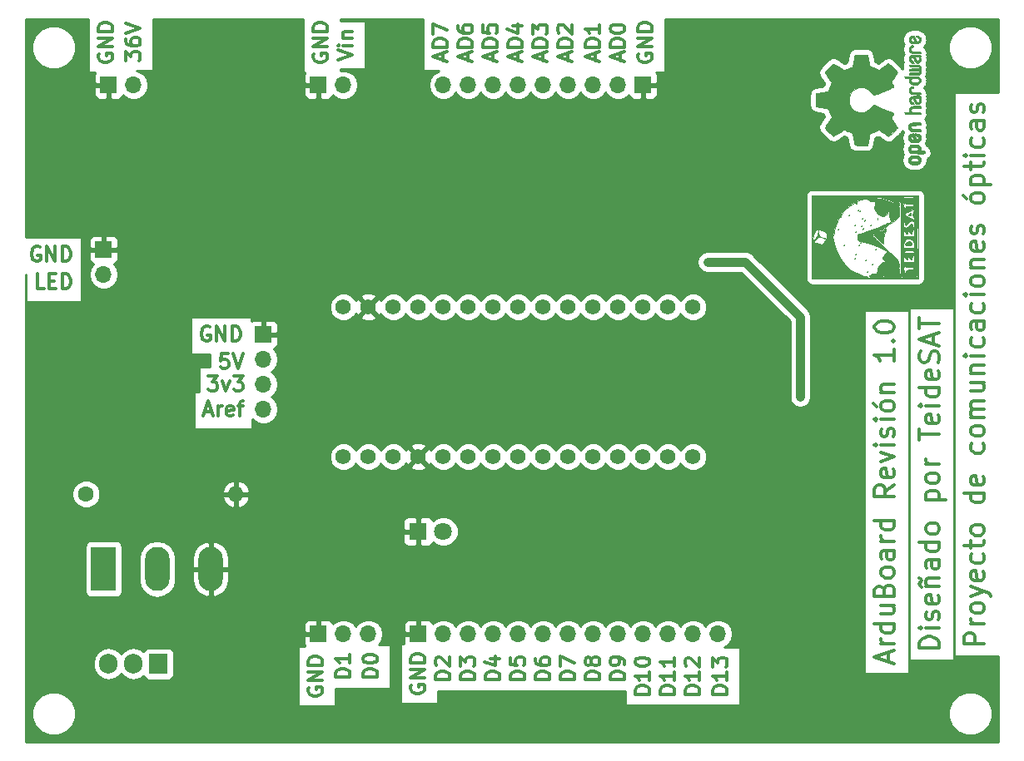
<source format=gbr>
G04 #@! TF.GenerationSoftware,KiCad,Pcbnew,5.0.0-fee4fd1~66~ubuntu18.04.1*
G04 #@! TF.CreationDate,2018-08-30T15:57:46+01:00*
G04 #@! TF.ProjectId,ArduBoard,41726475426F6172642E6B696361645F,rev?*
G04 #@! TF.SameCoordinates,PX59a0560PY7df6180*
G04 #@! TF.FileFunction,Copper,L1,Top,Signal*
G04 #@! TF.FilePolarity,Positive*
%FSLAX46Y46*%
G04 Gerber Fmt 4.6, Leading zero omitted, Abs format (unit mm)*
G04 Created by KiCad (PCBNEW 5.0.0-fee4fd1~66~ubuntu18.04.1) date Thu Aug 30 15:57:46 2018*
%MOMM*%
%LPD*%
G01*
G04 APERTURE LIST*
G04 #@! TA.AperFunction,NonConductor*
%ADD10C,0.300000*%
G04 #@! TD*
G04 #@! TA.AperFunction,EtchedComponent*
%ADD11C,0.010000*%
G04 #@! TD*
G04 #@! TA.AperFunction,ComponentPad*
%ADD12C,1.574800*%
G04 #@! TD*
G04 #@! TA.AperFunction,ComponentPad*
%ADD13R,1.800000X1.800000*%
G04 #@! TD*
G04 #@! TA.AperFunction,ComponentPad*
%ADD14C,1.800000*%
G04 #@! TD*
G04 #@! TA.AperFunction,ComponentPad*
%ADD15R,1.700000X1.700000*%
G04 #@! TD*
G04 #@! TA.AperFunction,ComponentPad*
%ADD16O,1.700000X1.700000*%
G04 #@! TD*
G04 #@! TA.AperFunction,ComponentPad*
%ADD17R,1.905000X2.000000*%
G04 #@! TD*
G04 #@! TA.AperFunction,ComponentPad*
%ADD18O,1.905000X2.000000*%
G04 #@! TD*
G04 #@! TA.AperFunction,ComponentPad*
%ADD19R,2.500000X4.500000*%
G04 #@! TD*
G04 #@! TA.AperFunction,ComponentPad*
%ADD20O,2.500000X4.500000*%
G04 #@! TD*
G04 #@! TA.AperFunction,ComponentPad*
%ADD21C,1.600000*%
G04 #@! TD*
G04 #@! TA.AperFunction,ComponentPad*
%ADD22O,1.600000X1.600000*%
G04 #@! TD*
G04 #@! TA.AperFunction,ViaPad*
%ADD23C,0.800000*%
G04 #@! TD*
G04 #@! TA.AperFunction,Conductor*
%ADD24C,0.900000*%
G04 #@! TD*
G04 #@! TA.AperFunction,Conductor*
%ADD25C,0.254000*%
G04 #@! TD*
G04 APERTURE END LIST*
D10*
X29984000Y70739143D02*
X29912571Y70596286D01*
X29912571Y70382000D01*
X29984000Y70167715D01*
X30126857Y70024858D01*
X30269714Y69953429D01*
X30555428Y69882000D01*
X30769714Y69882000D01*
X31055428Y69953429D01*
X31198285Y70024858D01*
X31341142Y70167715D01*
X31412571Y70382000D01*
X31412571Y70524858D01*
X31341142Y70739143D01*
X31269714Y70810572D01*
X30769714Y70810572D01*
X30769714Y70524858D01*
X31412571Y71453429D02*
X29912571Y71453429D01*
X31412571Y72310572D01*
X29912571Y72310572D01*
X31412571Y73024858D02*
X29912571Y73024858D01*
X29912571Y73382000D01*
X29984000Y73596286D01*
X30126857Y73739143D01*
X30269714Y73810572D01*
X30555428Y73882000D01*
X30769714Y73882000D01*
X31055428Y73810572D01*
X31198285Y73739143D01*
X31341142Y73596286D01*
X31412571Y73382000D01*
X31412571Y73024858D01*
X29476000Y6223143D02*
X29404571Y6080286D01*
X29404571Y5866000D01*
X29476000Y5651715D01*
X29618857Y5508858D01*
X29761714Y5437429D01*
X30047428Y5366000D01*
X30261714Y5366000D01*
X30547428Y5437429D01*
X30690285Y5508858D01*
X30833142Y5651715D01*
X30904571Y5866000D01*
X30904571Y6008858D01*
X30833142Y6223143D01*
X30761714Y6294572D01*
X30261714Y6294572D01*
X30261714Y6008858D01*
X30904571Y6937429D02*
X29404571Y6937429D01*
X30904571Y7794572D01*
X29404571Y7794572D01*
X30904571Y8508858D02*
X29404571Y8508858D01*
X29404571Y8866000D01*
X29476000Y9080286D01*
X29618857Y9223143D01*
X29761714Y9294572D01*
X30047428Y9366000D01*
X30261714Y9366000D01*
X30547428Y9294572D01*
X30690285Y9223143D01*
X30833142Y9080286D01*
X30904571Y8866000D01*
X30904571Y8508858D01*
X39890000Y6477143D02*
X39818571Y6334286D01*
X39818571Y6120000D01*
X39890000Y5905715D01*
X40032857Y5762858D01*
X40175714Y5691429D01*
X40461428Y5620000D01*
X40675714Y5620000D01*
X40961428Y5691429D01*
X41104285Y5762858D01*
X41247142Y5905715D01*
X41318571Y6120000D01*
X41318571Y6262858D01*
X41247142Y6477143D01*
X41175714Y6548572D01*
X40675714Y6548572D01*
X40675714Y6262858D01*
X41318571Y7191429D02*
X39818571Y7191429D01*
X41318571Y8048572D01*
X39818571Y8048572D01*
X41318571Y8762858D02*
X39818571Y8762858D01*
X39818571Y9120000D01*
X39890000Y9334286D01*
X40032857Y9477143D01*
X40175714Y9548572D01*
X40461428Y9620000D01*
X40675714Y9620000D01*
X40961428Y9548572D01*
X41104285Y9477143D01*
X41247142Y9334286D01*
X41318571Y9120000D01*
X41318571Y8762858D01*
X63004000Y70739143D02*
X62932571Y70596286D01*
X62932571Y70382000D01*
X63004000Y70167715D01*
X63146857Y70024858D01*
X63289714Y69953429D01*
X63575428Y69882000D01*
X63789714Y69882000D01*
X64075428Y69953429D01*
X64218285Y70024858D01*
X64361142Y70167715D01*
X64432571Y70382000D01*
X64432571Y70524858D01*
X64361142Y70739143D01*
X64289714Y70810572D01*
X63789714Y70810572D01*
X63789714Y70524858D01*
X64432571Y71453429D02*
X62932571Y71453429D01*
X64432571Y72310572D01*
X62932571Y72310572D01*
X64432571Y73024858D02*
X62932571Y73024858D01*
X62932571Y73382000D01*
X63004000Y73596286D01*
X63146857Y73739143D01*
X63289714Y73810572D01*
X63575428Y73882000D01*
X63789714Y73882000D01*
X64075428Y73810572D01*
X64218285Y73739143D01*
X64361142Y73596286D01*
X64432571Y73382000D01*
X64432571Y73024858D01*
X98186761Y10671429D02*
X96186761Y10671429D01*
X96186761Y11433334D01*
X96282000Y11623810D01*
X96377238Y11719048D01*
X96567714Y11814286D01*
X96853428Y11814286D01*
X97043904Y11719048D01*
X97139142Y11623810D01*
X97234380Y11433334D01*
X97234380Y10671429D01*
X98186761Y12671429D02*
X96853428Y12671429D01*
X97234380Y12671429D02*
X97043904Y12766667D01*
X96948666Y12861905D01*
X96853428Y13052381D01*
X96853428Y13242858D01*
X98186761Y14195239D02*
X98091523Y14004762D01*
X97996285Y13909524D01*
X97805809Y13814286D01*
X97234380Y13814286D01*
X97043904Y13909524D01*
X96948666Y14004762D01*
X96853428Y14195239D01*
X96853428Y14480953D01*
X96948666Y14671429D01*
X97043904Y14766667D01*
X97234380Y14861905D01*
X97805809Y14861905D01*
X97996285Y14766667D01*
X98091523Y14671429D01*
X98186761Y14480953D01*
X98186761Y14195239D01*
X96853428Y15528572D02*
X98186761Y16004762D01*
X96853428Y16480953D02*
X98186761Y16004762D01*
X98662952Y15814286D01*
X98758190Y15719048D01*
X98853428Y15528572D01*
X98091523Y18004762D02*
X98186761Y17814286D01*
X98186761Y17433334D01*
X98091523Y17242858D01*
X97901047Y17147620D01*
X97139142Y17147620D01*
X96948666Y17242858D01*
X96853428Y17433334D01*
X96853428Y17814286D01*
X96948666Y18004762D01*
X97139142Y18100000D01*
X97329619Y18100000D01*
X97520095Y17147620D01*
X98091523Y19814286D02*
X98186761Y19623810D01*
X98186761Y19242858D01*
X98091523Y19052381D01*
X97996285Y18957143D01*
X97805809Y18861905D01*
X97234380Y18861905D01*
X97043904Y18957143D01*
X96948666Y19052381D01*
X96853428Y19242858D01*
X96853428Y19623810D01*
X96948666Y19814286D01*
X96853428Y20385715D02*
X96853428Y21147620D01*
X96186761Y20671429D02*
X97901047Y20671429D01*
X98091523Y20766667D01*
X98186761Y20957143D01*
X98186761Y21147620D01*
X98186761Y22100000D02*
X98091523Y21909524D01*
X97996285Y21814286D01*
X97805809Y21719048D01*
X97234380Y21719048D01*
X97043904Y21814286D01*
X96948666Y21909524D01*
X96853428Y22100000D01*
X96853428Y22385715D01*
X96948666Y22576191D01*
X97043904Y22671429D01*
X97234380Y22766667D01*
X97805809Y22766667D01*
X97996285Y22671429D01*
X98091523Y22576191D01*
X98186761Y22385715D01*
X98186761Y22100000D01*
X98186761Y26004762D02*
X96186761Y26004762D01*
X98091523Y26004762D02*
X98186761Y25814286D01*
X98186761Y25433334D01*
X98091523Y25242858D01*
X97996285Y25147620D01*
X97805809Y25052381D01*
X97234380Y25052381D01*
X97043904Y25147620D01*
X96948666Y25242858D01*
X96853428Y25433334D01*
X96853428Y25814286D01*
X96948666Y26004762D01*
X98091523Y27719048D02*
X98186761Y27528572D01*
X98186761Y27147620D01*
X98091523Y26957143D01*
X97901047Y26861905D01*
X97139142Y26861905D01*
X96948666Y26957143D01*
X96853428Y27147620D01*
X96853428Y27528572D01*
X96948666Y27719048D01*
X97139142Y27814286D01*
X97329619Y27814286D01*
X97520095Y26861905D01*
X98091523Y31052381D02*
X98186761Y30861905D01*
X98186761Y30480953D01*
X98091523Y30290477D01*
X97996285Y30195239D01*
X97805809Y30100000D01*
X97234380Y30100000D01*
X97043904Y30195239D01*
X96948666Y30290477D01*
X96853428Y30480953D01*
X96853428Y30861905D01*
X96948666Y31052381D01*
X98186761Y32195239D02*
X98091523Y32004762D01*
X97996285Y31909524D01*
X97805809Y31814286D01*
X97234380Y31814286D01*
X97043904Y31909524D01*
X96948666Y32004762D01*
X96853428Y32195239D01*
X96853428Y32480953D01*
X96948666Y32671429D01*
X97043904Y32766667D01*
X97234380Y32861905D01*
X97805809Y32861905D01*
X97996285Y32766667D01*
X98091523Y32671429D01*
X98186761Y32480953D01*
X98186761Y32195239D01*
X98186761Y33719048D02*
X96853428Y33719048D01*
X97043904Y33719048D02*
X96948666Y33814286D01*
X96853428Y34004762D01*
X96853428Y34290477D01*
X96948666Y34480953D01*
X97139142Y34576191D01*
X98186761Y34576191D01*
X97139142Y34576191D02*
X96948666Y34671429D01*
X96853428Y34861905D01*
X96853428Y35147620D01*
X96948666Y35338096D01*
X97139142Y35433334D01*
X98186761Y35433334D01*
X96853428Y37242858D02*
X98186761Y37242858D01*
X96853428Y36385715D02*
X97901047Y36385715D01*
X98091523Y36480953D01*
X98186761Y36671429D01*
X98186761Y36957143D01*
X98091523Y37147620D01*
X97996285Y37242858D01*
X96853428Y38195239D02*
X98186761Y38195239D01*
X97043904Y38195239D02*
X96948666Y38290477D01*
X96853428Y38480953D01*
X96853428Y38766667D01*
X96948666Y38957143D01*
X97139142Y39052381D01*
X98186761Y39052381D01*
X98186761Y40004762D02*
X96853428Y40004762D01*
X96186761Y40004762D02*
X96282000Y39909524D01*
X96377238Y40004762D01*
X96282000Y40100000D01*
X96186761Y40004762D01*
X96377238Y40004762D01*
X98091523Y41814286D02*
X98186761Y41623810D01*
X98186761Y41242858D01*
X98091523Y41052381D01*
X97996285Y40957143D01*
X97805809Y40861905D01*
X97234380Y40861905D01*
X97043904Y40957143D01*
X96948666Y41052381D01*
X96853428Y41242858D01*
X96853428Y41623810D01*
X96948666Y41814286D01*
X98186761Y43528572D02*
X97139142Y43528572D01*
X96948666Y43433334D01*
X96853428Y43242858D01*
X96853428Y42861905D01*
X96948666Y42671429D01*
X98091523Y43528572D02*
X98186761Y43338096D01*
X98186761Y42861905D01*
X98091523Y42671429D01*
X97901047Y42576191D01*
X97710571Y42576191D01*
X97520095Y42671429D01*
X97424857Y42861905D01*
X97424857Y43338096D01*
X97329619Y43528572D01*
X98091523Y45338096D02*
X98186761Y45147620D01*
X98186761Y44766667D01*
X98091523Y44576191D01*
X97996285Y44480953D01*
X97805809Y44385715D01*
X97234380Y44385715D01*
X97043904Y44480953D01*
X96948666Y44576191D01*
X96853428Y44766667D01*
X96853428Y45147620D01*
X96948666Y45338096D01*
X98186761Y46195239D02*
X96853428Y46195239D01*
X96186761Y46195239D02*
X96282000Y46100000D01*
X96377238Y46195239D01*
X96282000Y46290477D01*
X96186761Y46195239D01*
X96377238Y46195239D01*
X98186761Y47433334D02*
X98091523Y47242858D01*
X97996285Y47147620D01*
X97805809Y47052381D01*
X97234380Y47052381D01*
X97043904Y47147620D01*
X96948666Y47242858D01*
X96853428Y47433334D01*
X96853428Y47719048D01*
X96948666Y47909524D01*
X97043904Y48004762D01*
X97234380Y48100000D01*
X97805809Y48100000D01*
X97996285Y48004762D01*
X98091523Y47909524D01*
X98186761Y47719048D01*
X98186761Y47433334D01*
X96853428Y48957143D02*
X98186761Y48957143D01*
X97043904Y48957143D02*
X96948666Y49052381D01*
X96853428Y49242858D01*
X96853428Y49528572D01*
X96948666Y49719048D01*
X97139142Y49814286D01*
X98186761Y49814286D01*
X98091523Y51528572D02*
X98186761Y51338096D01*
X98186761Y50957143D01*
X98091523Y50766667D01*
X97901047Y50671429D01*
X97139142Y50671429D01*
X96948666Y50766667D01*
X96853428Y50957143D01*
X96853428Y51338096D01*
X96948666Y51528572D01*
X97139142Y51623810D01*
X97329619Y51623810D01*
X97520095Y50671429D01*
X98091523Y52385715D02*
X98186761Y52576191D01*
X98186761Y52957143D01*
X98091523Y53147620D01*
X97901047Y53242858D01*
X97805809Y53242858D01*
X97615333Y53147620D01*
X97520095Y52957143D01*
X97520095Y52671429D01*
X97424857Y52480953D01*
X97234380Y52385715D01*
X97139142Y52385715D01*
X96948666Y52480953D01*
X96853428Y52671429D01*
X96853428Y52957143D01*
X96948666Y53147620D01*
X98186761Y55909524D02*
X98091523Y55719048D01*
X97996285Y55623810D01*
X97805809Y55528572D01*
X97234380Y55528572D01*
X97043904Y55623810D01*
X96948666Y55719048D01*
X96853428Y55909524D01*
X96853428Y56195239D01*
X96948666Y56385715D01*
X97043904Y56480953D01*
X97234380Y56576191D01*
X97805809Y56576191D01*
X97996285Y56480953D01*
X98091523Y56385715D01*
X98186761Y56195239D01*
X98186761Y55909524D01*
X96091523Y56290477D02*
X96377238Y56004762D01*
X96853428Y57433334D02*
X98853428Y57433334D01*
X96948666Y57433334D02*
X96853428Y57623810D01*
X96853428Y58004762D01*
X96948666Y58195239D01*
X97043904Y58290477D01*
X97234380Y58385715D01*
X97805809Y58385715D01*
X97996285Y58290477D01*
X98091523Y58195239D01*
X98186761Y58004762D01*
X98186761Y57623810D01*
X98091523Y57433334D01*
X96853428Y58957143D02*
X96853428Y59719048D01*
X96186761Y59242858D02*
X97901047Y59242858D01*
X98091523Y59338096D01*
X98186761Y59528572D01*
X98186761Y59719048D01*
X98186761Y60385715D02*
X96853428Y60385715D01*
X96186761Y60385715D02*
X96282000Y60290477D01*
X96377238Y60385715D01*
X96282000Y60480953D01*
X96186761Y60385715D01*
X96377238Y60385715D01*
X98091523Y62195239D02*
X98186761Y62004762D01*
X98186761Y61623810D01*
X98091523Y61433334D01*
X97996285Y61338096D01*
X97805809Y61242858D01*
X97234380Y61242858D01*
X97043904Y61338096D01*
X96948666Y61433334D01*
X96853428Y61623810D01*
X96853428Y62004762D01*
X96948666Y62195239D01*
X98186761Y63909524D02*
X97139142Y63909524D01*
X96948666Y63814286D01*
X96853428Y63623810D01*
X96853428Y63242858D01*
X96948666Y63052381D01*
X98091523Y63909524D02*
X98186761Y63719048D01*
X98186761Y63242858D01*
X98091523Y63052381D01*
X97901047Y62957143D01*
X97710571Y62957143D01*
X97520095Y63052381D01*
X97424857Y63242858D01*
X97424857Y63719048D01*
X97329619Y63909524D01*
X98091523Y64766667D02*
X98186761Y64957143D01*
X98186761Y65338096D01*
X98091523Y65528572D01*
X97901047Y65623810D01*
X97805809Y65623810D01*
X97615333Y65528572D01*
X97520095Y65338096D01*
X97520095Y65052381D01*
X97424857Y64861905D01*
X97234380Y64766667D01*
X97139142Y64766667D01*
X96948666Y64861905D01*
X96853428Y65052381D01*
X96853428Y65338096D01*
X96948666Y65528572D01*
X32452571Y70092286D02*
X33952571Y70592286D01*
X32452571Y71092286D01*
X33952571Y71592286D02*
X32952571Y71592286D01*
X32452571Y71592286D02*
X32524000Y71520858D01*
X32595428Y71592286D01*
X32524000Y71663715D01*
X32452571Y71592286D01*
X32595428Y71592286D01*
X32952571Y72306572D02*
X33952571Y72306572D01*
X33095428Y72306572D02*
X33024000Y72378000D01*
X32952571Y72520858D01*
X32952571Y72735143D01*
X33024000Y72878000D01*
X33166857Y72949429D01*
X33952571Y72949429D01*
X19431142Y42914000D02*
X19288285Y42985429D01*
X19074000Y42985429D01*
X18859714Y42914000D01*
X18716857Y42771143D01*
X18645428Y42628286D01*
X18574000Y42342572D01*
X18574000Y42128286D01*
X18645428Y41842572D01*
X18716857Y41699715D01*
X18859714Y41556858D01*
X19074000Y41485429D01*
X19216857Y41485429D01*
X19431142Y41556858D01*
X19502571Y41628286D01*
X19502571Y42128286D01*
X19216857Y42128286D01*
X20145428Y41485429D02*
X20145428Y42985429D01*
X21002571Y41485429D01*
X21002571Y42985429D01*
X21716857Y41485429D02*
X21716857Y42985429D01*
X22074000Y42985429D01*
X22288285Y42914000D01*
X22431142Y42771143D01*
X22502571Y42628286D01*
X22574000Y42342572D01*
X22574000Y42128286D01*
X22502571Y41842572D01*
X22431142Y41699715D01*
X22288285Y41556858D01*
X22074000Y41485429D01*
X21716857Y41485429D01*
X18935142Y34294000D02*
X19649428Y34294000D01*
X18792285Y33865429D02*
X19292285Y35365429D01*
X19792285Y33865429D01*
X20292285Y33865429D02*
X20292285Y34865429D01*
X20292285Y34579715D02*
X20363714Y34722572D01*
X20435142Y34794000D01*
X20578000Y34865429D01*
X20720857Y34865429D01*
X21792285Y33936858D02*
X21649428Y33865429D01*
X21363714Y33865429D01*
X21220857Y33936858D01*
X21149428Y34079715D01*
X21149428Y34651143D01*
X21220857Y34794000D01*
X21363714Y34865429D01*
X21649428Y34865429D01*
X21792285Y34794000D01*
X21863714Y34651143D01*
X21863714Y34508286D01*
X21149428Y34365429D01*
X22292285Y34865429D02*
X22863714Y34865429D01*
X22506571Y33865429D02*
X22506571Y35151143D01*
X22578000Y35294000D01*
X22720857Y35365429D01*
X22863714Y35365429D01*
X19296285Y37905429D02*
X20224857Y37905429D01*
X19724857Y37334000D01*
X19939142Y37334000D01*
X20082000Y37262572D01*
X20153428Y37191143D01*
X20224857Y37048286D01*
X20224857Y36691143D01*
X20153428Y36548286D01*
X20082000Y36476858D01*
X19939142Y36405429D01*
X19510571Y36405429D01*
X19367714Y36476858D01*
X19296285Y36548286D01*
X20724857Y37405429D02*
X21082000Y36405429D01*
X21439142Y37405429D01*
X21867714Y37905429D02*
X22796285Y37905429D01*
X22296285Y37334000D01*
X22510571Y37334000D01*
X22653428Y37262572D01*
X22724857Y37191143D01*
X22796285Y37048286D01*
X22796285Y36691143D01*
X22724857Y36548286D01*
X22653428Y36476858D01*
X22510571Y36405429D01*
X22082000Y36405429D01*
X21939142Y36476858D01*
X21867714Y36548286D01*
X21304285Y40191429D02*
X20590000Y40191429D01*
X20518571Y39477143D01*
X20590000Y39548572D01*
X20732857Y39620000D01*
X21090000Y39620000D01*
X21232857Y39548572D01*
X21304285Y39477143D01*
X21375714Y39334286D01*
X21375714Y38977143D01*
X21304285Y38834286D01*
X21232857Y38762858D01*
X21090000Y38691429D01*
X20732857Y38691429D01*
X20590000Y38762858D01*
X20518571Y38834286D01*
X21804285Y40191429D02*
X22304285Y38691429D01*
X22804285Y40191429D01*
X2591714Y46819429D02*
X1877428Y46819429D01*
X1877428Y48319429D01*
X3091714Y47605143D02*
X3591714Y47605143D01*
X3806000Y46819429D02*
X3091714Y46819429D01*
X3091714Y48319429D01*
X3806000Y48319429D01*
X4448857Y46819429D02*
X4448857Y48319429D01*
X4806000Y48319429D01*
X5020285Y48248000D01*
X5163142Y48105143D01*
X5234571Y47962286D01*
X5306000Y47676572D01*
X5306000Y47462286D01*
X5234571Y47176572D01*
X5163142Y47033715D01*
X5020285Y46890858D01*
X4806000Y46819429D01*
X4448857Y46819429D01*
X2159142Y51042000D02*
X2016285Y51113429D01*
X1802000Y51113429D01*
X1587714Y51042000D01*
X1444857Y50899143D01*
X1373428Y50756286D01*
X1302000Y50470572D01*
X1302000Y50256286D01*
X1373428Y49970572D01*
X1444857Y49827715D01*
X1587714Y49684858D01*
X1802000Y49613429D01*
X1944857Y49613429D01*
X2159142Y49684858D01*
X2230571Y49756286D01*
X2230571Y50256286D01*
X1944857Y50256286D01*
X2873428Y49613429D02*
X2873428Y51113429D01*
X3730571Y49613429D01*
X3730571Y51113429D01*
X4444857Y49613429D02*
X4444857Y51113429D01*
X4802000Y51113429D01*
X5016285Y51042000D01*
X5159142Y50899143D01*
X5230571Y50756286D01*
X5302000Y50470572D01*
X5302000Y50256286D01*
X5230571Y49970572D01*
X5159142Y49827715D01*
X5016285Y49684858D01*
X4802000Y49613429D01*
X4444857Y49613429D01*
X72052571Y5544572D02*
X70552571Y5544572D01*
X70552571Y5901715D01*
X70624000Y6116000D01*
X70766857Y6258858D01*
X70909714Y6330286D01*
X71195428Y6401715D01*
X71409714Y6401715D01*
X71695428Y6330286D01*
X71838285Y6258858D01*
X71981142Y6116000D01*
X72052571Y5901715D01*
X72052571Y5544572D01*
X72052571Y7830286D02*
X72052571Y6973143D01*
X72052571Y7401715D02*
X70552571Y7401715D01*
X70766857Y7258858D01*
X70909714Y7116000D01*
X70981142Y6973143D01*
X70552571Y8330286D02*
X70552571Y9258858D01*
X71124000Y8758858D01*
X71124000Y8973143D01*
X71195428Y9116000D01*
X71266857Y9187429D01*
X71409714Y9258858D01*
X71766857Y9258858D01*
X71909714Y9187429D01*
X71981142Y9116000D01*
X72052571Y8973143D01*
X72052571Y8544572D01*
X71981142Y8401715D01*
X71909714Y8330286D01*
X69258571Y5544572D02*
X67758571Y5544572D01*
X67758571Y5901715D01*
X67830000Y6116000D01*
X67972857Y6258858D01*
X68115714Y6330286D01*
X68401428Y6401715D01*
X68615714Y6401715D01*
X68901428Y6330286D01*
X69044285Y6258858D01*
X69187142Y6116000D01*
X69258571Y5901715D01*
X69258571Y5544572D01*
X69258571Y7830286D02*
X69258571Y6973143D01*
X69258571Y7401715D02*
X67758571Y7401715D01*
X67972857Y7258858D01*
X68115714Y7116000D01*
X68187142Y6973143D01*
X67901428Y8401715D02*
X67830000Y8473143D01*
X67758571Y8616000D01*
X67758571Y8973143D01*
X67830000Y9116000D01*
X67901428Y9187429D01*
X68044285Y9258858D01*
X68187142Y9258858D01*
X68401428Y9187429D01*
X69258571Y8330286D01*
X69258571Y9258858D01*
X66718571Y5544572D02*
X65218571Y5544572D01*
X65218571Y5901715D01*
X65290000Y6116000D01*
X65432857Y6258858D01*
X65575714Y6330286D01*
X65861428Y6401715D01*
X66075714Y6401715D01*
X66361428Y6330286D01*
X66504285Y6258858D01*
X66647142Y6116000D01*
X66718571Y5901715D01*
X66718571Y5544572D01*
X66718571Y7830286D02*
X66718571Y6973143D01*
X66718571Y7401715D02*
X65218571Y7401715D01*
X65432857Y7258858D01*
X65575714Y7116000D01*
X65647142Y6973143D01*
X66718571Y9258858D02*
X66718571Y8401715D01*
X66718571Y8830286D02*
X65218571Y8830286D01*
X65432857Y8687429D01*
X65575714Y8544572D01*
X65647142Y8401715D01*
X64178571Y5544572D02*
X62678571Y5544572D01*
X62678571Y5901715D01*
X62750000Y6116000D01*
X62892857Y6258858D01*
X63035714Y6330286D01*
X63321428Y6401715D01*
X63535714Y6401715D01*
X63821428Y6330286D01*
X63964285Y6258858D01*
X64107142Y6116000D01*
X64178571Y5901715D01*
X64178571Y5544572D01*
X64178571Y7830286D02*
X64178571Y6973143D01*
X64178571Y7401715D02*
X62678571Y7401715D01*
X62892857Y7258858D01*
X63035714Y7116000D01*
X63107142Y6973143D01*
X62678571Y8758858D02*
X62678571Y8901715D01*
X62750000Y9044572D01*
X62821428Y9116000D01*
X62964285Y9187429D01*
X63250000Y9258858D01*
X63607142Y9258858D01*
X63892857Y9187429D01*
X64035714Y9116000D01*
X64107142Y9044572D01*
X64178571Y8901715D01*
X64178571Y8758858D01*
X64107142Y8616000D01*
X64035714Y8544572D01*
X63892857Y8473143D01*
X63607142Y8401715D01*
X63250000Y8401715D01*
X62964285Y8473143D01*
X62821428Y8544572D01*
X62750000Y8616000D01*
X62678571Y8758858D01*
X61638571Y7020858D02*
X60138571Y7020858D01*
X60138571Y7378000D01*
X60210000Y7592286D01*
X60352857Y7735143D01*
X60495714Y7806572D01*
X60781428Y7878000D01*
X60995714Y7878000D01*
X61281428Y7806572D01*
X61424285Y7735143D01*
X61567142Y7592286D01*
X61638571Y7378000D01*
X61638571Y7020858D01*
X61638571Y8592286D02*
X61638571Y8878000D01*
X61567142Y9020858D01*
X61495714Y9092286D01*
X61281428Y9235143D01*
X60995714Y9306572D01*
X60424285Y9306572D01*
X60281428Y9235143D01*
X60210000Y9163715D01*
X60138571Y9020858D01*
X60138571Y8735143D01*
X60210000Y8592286D01*
X60281428Y8520858D01*
X60424285Y8449429D01*
X60781428Y8449429D01*
X60924285Y8520858D01*
X60995714Y8592286D01*
X61067142Y8735143D01*
X61067142Y9020858D01*
X60995714Y9163715D01*
X60924285Y9235143D01*
X60781428Y9306572D01*
X59098571Y7020858D02*
X57598571Y7020858D01*
X57598571Y7378000D01*
X57670000Y7592286D01*
X57812857Y7735143D01*
X57955714Y7806572D01*
X58241428Y7878000D01*
X58455714Y7878000D01*
X58741428Y7806572D01*
X58884285Y7735143D01*
X59027142Y7592286D01*
X59098571Y7378000D01*
X59098571Y7020858D01*
X58241428Y8735143D02*
X58170000Y8592286D01*
X58098571Y8520858D01*
X57955714Y8449429D01*
X57884285Y8449429D01*
X57741428Y8520858D01*
X57670000Y8592286D01*
X57598571Y8735143D01*
X57598571Y9020858D01*
X57670000Y9163715D01*
X57741428Y9235143D01*
X57884285Y9306572D01*
X57955714Y9306572D01*
X58098571Y9235143D01*
X58170000Y9163715D01*
X58241428Y9020858D01*
X58241428Y8735143D01*
X58312857Y8592286D01*
X58384285Y8520858D01*
X58527142Y8449429D01*
X58812857Y8449429D01*
X58955714Y8520858D01*
X59027142Y8592286D01*
X59098571Y8735143D01*
X59098571Y9020858D01*
X59027142Y9163715D01*
X58955714Y9235143D01*
X58812857Y9306572D01*
X58527142Y9306572D01*
X58384285Y9235143D01*
X58312857Y9163715D01*
X58241428Y9020858D01*
X56558571Y7020858D02*
X55058571Y7020858D01*
X55058571Y7378000D01*
X55130000Y7592286D01*
X55272857Y7735143D01*
X55415714Y7806572D01*
X55701428Y7878000D01*
X55915714Y7878000D01*
X56201428Y7806572D01*
X56344285Y7735143D01*
X56487142Y7592286D01*
X56558571Y7378000D01*
X56558571Y7020858D01*
X55058571Y8378000D02*
X55058571Y9378000D01*
X56558571Y8735143D01*
X54018571Y7020858D02*
X52518571Y7020858D01*
X52518571Y7378000D01*
X52590000Y7592286D01*
X52732857Y7735143D01*
X52875714Y7806572D01*
X53161428Y7878000D01*
X53375714Y7878000D01*
X53661428Y7806572D01*
X53804285Y7735143D01*
X53947142Y7592286D01*
X54018571Y7378000D01*
X54018571Y7020858D01*
X52518571Y9163715D02*
X52518571Y8878000D01*
X52590000Y8735143D01*
X52661428Y8663715D01*
X52875714Y8520858D01*
X53161428Y8449429D01*
X53732857Y8449429D01*
X53875714Y8520858D01*
X53947142Y8592286D01*
X54018571Y8735143D01*
X54018571Y9020858D01*
X53947142Y9163715D01*
X53875714Y9235143D01*
X53732857Y9306572D01*
X53375714Y9306572D01*
X53232857Y9235143D01*
X53161428Y9163715D01*
X53090000Y9020858D01*
X53090000Y8735143D01*
X53161428Y8592286D01*
X53232857Y8520858D01*
X53375714Y8449429D01*
X51478571Y7020858D02*
X49978571Y7020858D01*
X49978571Y7378000D01*
X50050000Y7592286D01*
X50192857Y7735143D01*
X50335714Y7806572D01*
X50621428Y7878000D01*
X50835714Y7878000D01*
X51121428Y7806572D01*
X51264285Y7735143D01*
X51407142Y7592286D01*
X51478571Y7378000D01*
X51478571Y7020858D01*
X49978571Y9235143D02*
X49978571Y8520858D01*
X50692857Y8449429D01*
X50621428Y8520858D01*
X50550000Y8663715D01*
X50550000Y9020858D01*
X50621428Y9163715D01*
X50692857Y9235143D01*
X50835714Y9306572D01*
X51192857Y9306572D01*
X51335714Y9235143D01*
X51407142Y9163715D01*
X51478571Y9020858D01*
X51478571Y8663715D01*
X51407142Y8520858D01*
X51335714Y8449429D01*
X48938571Y7020858D02*
X47438571Y7020858D01*
X47438571Y7378000D01*
X47510000Y7592286D01*
X47652857Y7735143D01*
X47795714Y7806572D01*
X48081428Y7878000D01*
X48295714Y7878000D01*
X48581428Y7806572D01*
X48724285Y7735143D01*
X48867142Y7592286D01*
X48938571Y7378000D01*
X48938571Y7020858D01*
X47938571Y9163715D02*
X48938571Y9163715D01*
X47367142Y8806572D02*
X48438571Y8449429D01*
X48438571Y9378000D01*
X46398571Y7020858D02*
X44898571Y7020858D01*
X44898571Y7378000D01*
X44970000Y7592286D01*
X45112857Y7735143D01*
X45255714Y7806572D01*
X45541428Y7878000D01*
X45755714Y7878000D01*
X46041428Y7806572D01*
X46184285Y7735143D01*
X46327142Y7592286D01*
X46398571Y7378000D01*
X46398571Y7020858D01*
X44898571Y8378000D02*
X44898571Y9306572D01*
X45470000Y8806572D01*
X45470000Y9020858D01*
X45541428Y9163715D01*
X45612857Y9235143D01*
X45755714Y9306572D01*
X46112857Y9306572D01*
X46255714Y9235143D01*
X46327142Y9163715D01*
X46398571Y9020858D01*
X46398571Y8592286D01*
X46327142Y8449429D01*
X46255714Y8378000D01*
X43858571Y7020858D02*
X42358571Y7020858D01*
X42358571Y7378000D01*
X42430000Y7592286D01*
X42572857Y7735143D01*
X42715714Y7806572D01*
X43001428Y7878000D01*
X43215714Y7878000D01*
X43501428Y7806572D01*
X43644285Y7735143D01*
X43787142Y7592286D01*
X43858571Y7378000D01*
X43858571Y7020858D01*
X42501428Y8449429D02*
X42430000Y8520858D01*
X42358571Y8663715D01*
X42358571Y9020858D01*
X42430000Y9163715D01*
X42501428Y9235143D01*
X42644285Y9306572D01*
X42787142Y9306572D01*
X43001428Y9235143D01*
X43858571Y8378000D01*
X43858571Y9306572D01*
X36492571Y7274858D02*
X34992571Y7274858D01*
X34992571Y7632000D01*
X35064000Y7846286D01*
X35206857Y7989143D01*
X35349714Y8060572D01*
X35635428Y8132000D01*
X35849714Y8132000D01*
X36135428Y8060572D01*
X36278285Y7989143D01*
X36421142Y7846286D01*
X36492571Y7632000D01*
X36492571Y7274858D01*
X34992571Y9060572D02*
X34992571Y9203429D01*
X35064000Y9346286D01*
X35135428Y9417715D01*
X35278285Y9489143D01*
X35564000Y9560572D01*
X35921142Y9560572D01*
X36206857Y9489143D01*
X36349714Y9417715D01*
X36421142Y9346286D01*
X36492571Y9203429D01*
X36492571Y9060572D01*
X36421142Y8917715D01*
X36349714Y8846286D01*
X36206857Y8774858D01*
X35921142Y8703429D01*
X35564000Y8703429D01*
X35278285Y8774858D01*
X35135428Y8846286D01*
X35064000Y8917715D01*
X34992571Y9060572D01*
X33698571Y7274858D02*
X32198571Y7274858D01*
X32198571Y7632000D01*
X32270000Y7846286D01*
X32412857Y7989143D01*
X32555714Y8060572D01*
X32841428Y8132000D01*
X33055714Y8132000D01*
X33341428Y8060572D01*
X33484285Y7989143D01*
X33627142Y7846286D01*
X33698571Y7632000D01*
X33698571Y7274858D01*
X33698571Y9560572D02*
X33698571Y8703429D01*
X33698571Y9132000D02*
X32198571Y9132000D01*
X32412857Y8989143D01*
X32555714Y8846286D01*
X32627142Y8703429D01*
X61210000Y70060572D02*
X61210000Y70774858D01*
X61638571Y69917715D02*
X60138571Y70417715D01*
X61638571Y70917715D01*
X61638571Y71417715D02*
X60138571Y71417715D01*
X60138571Y71774858D01*
X60210000Y71989143D01*
X60352857Y72132000D01*
X60495714Y72203429D01*
X60781428Y72274858D01*
X60995714Y72274858D01*
X61281428Y72203429D01*
X61424285Y72132000D01*
X61567142Y71989143D01*
X61638571Y71774858D01*
X61638571Y71417715D01*
X60138571Y73203429D02*
X60138571Y73346286D01*
X60210000Y73489143D01*
X60281428Y73560572D01*
X60424285Y73632000D01*
X60710000Y73703429D01*
X61067142Y73703429D01*
X61352857Y73632000D01*
X61495714Y73560572D01*
X61567142Y73489143D01*
X61638571Y73346286D01*
X61638571Y73203429D01*
X61567142Y73060572D01*
X61495714Y72989143D01*
X61352857Y72917715D01*
X61067142Y72846286D01*
X60710000Y72846286D01*
X60424285Y72917715D01*
X60281428Y72989143D01*
X60210000Y73060572D01*
X60138571Y73203429D01*
X58670000Y70060572D02*
X58670000Y70774858D01*
X59098571Y69917715D02*
X57598571Y70417715D01*
X59098571Y70917715D01*
X59098571Y71417715D02*
X57598571Y71417715D01*
X57598571Y71774858D01*
X57670000Y71989143D01*
X57812857Y72132000D01*
X57955714Y72203429D01*
X58241428Y72274858D01*
X58455714Y72274858D01*
X58741428Y72203429D01*
X58884285Y72132000D01*
X59027142Y71989143D01*
X59098571Y71774858D01*
X59098571Y71417715D01*
X59098571Y73703429D02*
X59098571Y72846286D01*
X59098571Y73274858D02*
X57598571Y73274858D01*
X57812857Y73132000D01*
X57955714Y72989143D01*
X58027142Y72846286D01*
X55876000Y70060572D02*
X55876000Y70774858D01*
X56304571Y69917715D02*
X54804571Y70417715D01*
X56304571Y70917715D01*
X56304571Y71417715D02*
X54804571Y71417715D01*
X54804571Y71774858D01*
X54876000Y71989143D01*
X55018857Y72132000D01*
X55161714Y72203429D01*
X55447428Y72274858D01*
X55661714Y72274858D01*
X55947428Y72203429D01*
X56090285Y72132000D01*
X56233142Y71989143D01*
X56304571Y71774858D01*
X56304571Y71417715D01*
X54947428Y72846286D02*
X54876000Y72917715D01*
X54804571Y73060572D01*
X54804571Y73417715D01*
X54876000Y73560572D01*
X54947428Y73632000D01*
X55090285Y73703429D01*
X55233142Y73703429D01*
X55447428Y73632000D01*
X56304571Y72774858D01*
X56304571Y73703429D01*
X53336000Y70060572D02*
X53336000Y70774858D01*
X53764571Y69917715D02*
X52264571Y70417715D01*
X53764571Y70917715D01*
X53764571Y71417715D02*
X52264571Y71417715D01*
X52264571Y71774858D01*
X52336000Y71989143D01*
X52478857Y72132000D01*
X52621714Y72203429D01*
X52907428Y72274858D01*
X53121714Y72274858D01*
X53407428Y72203429D01*
X53550285Y72132000D01*
X53693142Y71989143D01*
X53764571Y71774858D01*
X53764571Y71417715D01*
X52264571Y72774858D02*
X52264571Y73703429D01*
X52836000Y73203429D01*
X52836000Y73417715D01*
X52907428Y73560572D01*
X52978857Y73632000D01*
X53121714Y73703429D01*
X53478857Y73703429D01*
X53621714Y73632000D01*
X53693142Y73560572D01*
X53764571Y73417715D01*
X53764571Y72989143D01*
X53693142Y72846286D01*
X53621714Y72774858D01*
X50796000Y70060572D02*
X50796000Y70774858D01*
X51224571Y69917715D02*
X49724571Y70417715D01*
X51224571Y70917715D01*
X51224571Y71417715D02*
X49724571Y71417715D01*
X49724571Y71774858D01*
X49796000Y71989143D01*
X49938857Y72132000D01*
X50081714Y72203429D01*
X50367428Y72274858D01*
X50581714Y72274858D01*
X50867428Y72203429D01*
X51010285Y72132000D01*
X51153142Y71989143D01*
X51224571Y71774858D01*
X51224571Y71417715D01*
X50224571Y73560572D02*
X51224571Y73560572D01*
X49653142Y73203429D02*
X50724571Y72846286D01*
X50724571Y73774858D01*
X48256000Y70060572D02*
X48256000Y70774858D01*
X48684571Y69917715D02*
X47184571Y70417715D01*
X48684571Y70917715D01*
X48684571Y71417715D02*
X47184571Y71417715D01*
X47184571Y71774858D01*
X47256000Y71989143D01*
X47398857Y72132000D01*
X47541714Y72203429D01*
X47827428Y72274858D01*
X48041714Y72274858D01*
X48327428Y72203429D01*
X48470285Y72132000D01*
X48613142Y71989143D01*
X48684571Y71774858D01*
X48684571Y71417715D01*
X47184571Y73632000D02*
X47184571Y72917715D01*
X47898857Y72846286D01*
X47827428Y72917715D01*
X47756000Y73060572D01*
X47756000Y73417715D01*
X47827428Y73560572D01*
X47898857Y73632000D01*
X48041714Y73703429D01*
X48398857Y73703429D01*
X48541714Y73632000D01*
X48613142Y73560572D01*
X48684571Y73417715D01*
X48684571Y73060572D01*
X48613142Y72917715D01*
X48541714Y72846286D01*
X45716000Y70060572D02*
X45716000Y70774858D01*
X46144571Y69917715D02*
X44644571Y70417715D01*
X46144571Y70917715D01*
X46144571Y71417715D02*
X44644571Y71417715D01*
X44644571Y71774858D01*
X44716000Y71989143D01*
X44858857Y72132000D01*
X45001714Y72203429D01*
X45287428Y72274858D01*
X45501714Y72274858D01*
X45787428Y72203429D01*
X45930285Y72132000D01*
X46073142Y71989143D01*
X46144571Y71774858D01*
X46144571Y71417715D01*
X44644571Y73560572D02*
X44644571Y73274858D01*
X44716000Y73132000D01*
X44787428Y73060572D01*
X45001714Y72917715D01*
X45287428Y72846286D01*
X45858857Y72846286D01*
X46001714Y72917715D01*
X46073142Y72989143D01*
X46144571Y73132000D01*
X46144571Y73417715D01*
X46073142Y73560572D01*
X46001714Y73632000D01*
X45858857Y73703429D01*
X45501714Y73703429D01*
X45358857Y73632000D01*
X45287428Y73560572D01*
X45216000Y73417715D01*
X45216000Y73132000D01*
X45287428Y72989143D01*
X45358857Y72917715D01*
X45501714Y72846286D01*
X43176000Y70060572D02*
X43176000Y70774858D01*
X43604571Y69917715D02*
X42104571Y70417715D01*
X43604571Y70917715D01*
X43604571Y71417715D02*
X42104571Y71417715D01*
X42104571Y71774858D01*
X42176000Y71989143D01*
X42318857Y72132000D01*
X42461714Y72203429D01*
X42747428Y72274858D01*
X42961714Y72274858D01*
X43247428Y72203429D01*
X43390285Y72132000D01*
X43533142Y71989143D01*
X43604571Y71774858D01*
X43604571Y71417715D01*
X42104571Y72774858D02*
X42104571Y73774858D01*
X43604571Y73132000D01*
X10862571Y70024858D02*
X10862571Y70953429D01*
X11434000Y70453429D01*
X11434000Y70667715D01*
X11505428Y70810572D01*
X11576857Y70882000D01*
X11719714Y70953429D01*
X12076857Y70953429D01*
X12219714Y70882000D01*
X12291142Y70810572D01*
X12362571Y70667715D01*
X12362571Y70239143D01*
X12291142Y70096286D01*
X12219714Y70024858D01*
X10862571Y72239143D02*
X10862571Y71953429D01*
X10934000Y71810572D01*
X11005428Y71739143D01*
X11219714Y71596286D01*
X11505428Y71524858D01*
X12076857Y71524858D01*
X12219714Y71596286D01*
X12291142Y71667715D01*
X12362571Y71810572D01*
X12362571Y72096286D01*
X12291142Y72239143D01*
X12219714Y72310572D01*
X12076857Y72382000D01*
X11719714Y72382000D01*
X11576857Y72310572D01*
X11505428Y72239143D01*
X11434000Y72096286D01*
X11434000Y71810572D01*
X11505428Y71667715D01*
X11576857Y71596286D01*
X11719714Y71524858D01*
X10862571Y72810572D02*
X12362571Y73310572D01*
X10862571Y73810572D01*
X8140000Y70739143D02*
X8068571Y70596286D01*
X8068571Y70382000D01*
X8140000Y70167715D01*
X8282857Y70024858D01*
X8425714Y69953429D01*
X8711428Y69882000D01*
X8925714Y69882000D01*
X9211428Y69953429D01*
X9354285Y70024858D01*
X9497142Y70167715D01*
X9568571Y70382000D01*
X9568571Y70524858D01*
X9497142Y70739143D01*
X9425714Y70810572D01*
X8925714Y70810572D01*
X8925714Y70524858D01*
X9568571Y71453429D02*
X8068571Y71453429D01*
X9568571Y72310572D01*
X8068571Y72310572D01*
X9568571Y73024858D02*
X8068571Y73024858D01*
X8068571Y73382000D01*
X8140000Y73596286D01*
X8282857Y73739143D01*
X8425714Y73810572D01*
X8711428Y73882000D01*
X8925714Y73882000D01*
X9211428Y73810572D01*
X9354285Y73739143D01*
X9497142Y73596286D01*
X9568571Y73382000D01*
X9568571Y73024858D01*
X93614761Y10257334D02*
X91614761Y10257334D01*
X91614761Y10733524D01*
X91710000Y11019239D01*
X91900476Y11209715D01*
X92090952Y11304953D01*
X92471904Y11400191D01*
X92757619Y11400191D01*
X93138571Y11304953D01*
X93329047Y11209715D01*
X93519523Y11019239D01*
X93614761Y10733524D01*
X93614761Y10257334D01*
X93614761Y12257334D02*
X92281428Y12257334D01*
X91614761Y12257334D02*
X91710000Y12162096D01*
X91805238Y12257334D01*
X91710000Y12352572D01*
X91614761Y12257334D01*
X91805238Y12257334D01*
X93519523Y13114477D02*
X93614761Y13304953D01*
X93614761Y13685905D01*
X93519523Y13876381D01*
X93329047Y13971620D01*
X93233809Y13971620D01*
X93043333Y13876381D01*
X92948095Y13685905D01*
X92948095Y13400191D01*
X92852857Y13209715D01*
X92662380Y13114477D01*
X92567142Y13114477D01*
X92376666Y13209715D01*
X92281428Y13400191D01*
X92281428Y13685905D01*
X92376666Y13876381D01*
X93519523Y15590667D02*
X93614761Y15400191D01*
X93614761Y15019239D01*
X93519523Y14828762D01*
X93329047Y14733524D01*
X92567142Y14733524D01*
X92376666Y14828762D01*
X92281428Y15019239D01*
X92281428Y15400191D01*
X92376666Y15590667D01*
X92567142Y15685905D01*
X92757619Y15685905D01*
X92948095Y14733524D01*
X92281428Y16543048D02*
X93614761Y16543048D01*
X92471904Y16543048D02*
X92376666Y16638286D01*
X92281428Y16828762D01*
X92281428Y17114477D01*
X92376666Y17304953D01*
X92567142Y17400191D01*
X93614761Y17400191D01*
X91805238Y16447810D02*
X91710000Y16543048D01*
X91614761Y16733524D01*
X91805238Y17114477D01*
X91710000Y17304953D01*
X91614761Y17400191D01*
X93614761Y19209715D02*
X92567142Y19209715D01*
X92376666Y19114477D01*
X92281428Y18924000D01*
X92281428Y18543048D01*
X92376666Y18352572D01*
X93519523Y19209715D02*
X93614761Y19019239D01*
X93614761Y18543048D01*
X93519523Y18352572D01*
X93329047Y18257334D01*
X93138571Y18257334D01*
X92948095Y18352572D01*
X92852857Y18543048D01*
X92852857Y19019239D01*
X92757619Y19209715D01*
X93614761Y21019239D02*
X91614761Y21019239D01*
X93519523Y21019239D02*
X93614761Y20828762D01*
X93614761Y20447810D01*
X93519523Y20257334D01*
X93424285Y20162096D01*
X93233809Y20066858D01*
X92662380Y20066858D01*
X92471904Y20162096D01*
X92376666Y20257334D01*
X92281428Y20447810D01*
X92281428Y20828762D01*
X92376666Y21019239D01*
X93614761Y22257334D02*
X93519523Y22066858D01*
X93424285Y21971620D01*
X93233809Y21876381D01*
X92662380Y21876381D01*
X92471904Y21971620D01*
X92376666Y22066858D01*
X92281428Y22257334D01*
X92281428Y22543048D01*
X92376666Y22733524D01*
X92471904Y22828762D01*
X92662380Y22924000D01*
X93233809Y22924000D01*
X93424285Y22828762D01*
X93519523Y22733524D01*
X93614761Y22543048D01*
X93614761Y22257334D01*
X92281428Y25304953D02*
X94281428Y25304953D01*
X92376666Y25304953D02*
X92281428Y25495429D01*
X92281428Y25876381D01*
X92376666Y26066858D01*
X92471904Y26162096D01*
X92662380Y26257334D01*
X93233809Y26257334D01*
X93424285Y26162096D01*
X93519523Y26066858D01*
X93614761Y25876381D01*
X93614761Y25495429D01*
X93519523Y25304953D01*
X93614761Y27400191D02*
X93519523Y27209715D01*
X93424285Y27114477D01*
X93233809Y27019239D01*
X92662380Y27019239D01*
X92471904Y27114477D01*
X92376666Y27209715D01*
X92281428Y27400191D01*
X92281428Y27685905D01*
X92376666Y27876381D01*
X92471904Y27971620D01*
X92662380Y28066858D01*
X93233809Y28066858D01*
X93424285Y27971620D01*
X93519523Y27876381D01*
X93614761Y27685905D01*
X93614761Y27400191D01*
X93614761Y28924000D02*
X92281428Y28924000D01*
X92662380Y28924000D02*
X92471904Y29019239D01*
X92376666Y29114477D01*
X92281428Y29304953D01*
X92281428Y29495429D01*
X91614761Y31400191D02*
X91614761Y32543048D01*
X93614761Y31971620D02*
X91614761Y31971620D01*
X93519523Y33971620D02*
X93614761Y33781143D01*
X93614761Y33400191D01*
X93519523Y33209715D01*
X93329047Y33114477D01*
X92567142Y33114477D01*
X92376666Y33209715D01*
X92281428Y33400191D01*
X92281428Y33781143D01*
X92376666Y33971620D01*
X92567142Y34066858D01*
X92757619Y34066858D01*
X92948095Y33114477D01*
X93614761Y34924000D02*
X92281428Y34924000D01*
X91614761Y34924000D02*
X91710000Y34828762D01*
X91805238Y34924000D01*
X91710000Y35019239D01*
X91614761Y34924000D01*
X91805238Y34924000D01*
X93614761Y36733524D02*
X91614761Y36733524D01*
X93519523Y36733524D02*
X93614761Y36543048D01*
X93614761Y36162096D01*
X93519523Y35971620D01*
X93424285Y35876381D01*
X93233809Y35781143D01*
X92662380Y35781143D01*
X92471904Y35876381D01*
X92376666Y35971620D01*
X92281428Y36162096D01*
X92281428Y36543048D01*
X92376666Y36733524D01*
X93519523Y38447810D02*
X93614761Y38257334D01*
X93614761Y37876381D01*
X93519523Y37685905D01*
X93329047Y37590667D01*
X92567142Y37590667D01*
X92376666Y37685905D01*
X92281428Y37876381D01*
X92281428Y38257334D01*
X92376666Y38447810D01*
X92567142Y38543048D01*
X92757619Y38543048D01*
X92948095Y37590667D01*
X93519523Y39304953D02*
X93614761Y39590667D01*
X93614761Y40066858D01*
X93519523Y40257334D01*
X93424285Y40352572D01*
X93233809Y40447810D01*
X93043333Y40447810D01*
X92852857Y40352572D01*
X92757619Y40257334D01*
X92662380Y40066858D01*
X92567142Y39685905D01*
X92471904Y39495429D01*
X92376666Y39400191D01*
X92186190Y39304953D01*
X91995714Y39304953D01*
X91805238Y39400191D01*
X91710000Y39495429D01*
X91614761Y39685905D01*
X91614761Y40162096D01*
X91710000Y40447810D01*
X93043333Y41209715D02*
X93043333Y42162096D01*
X93614761Y41019239D02*
X91614761Y41685905D01*
X93614761Y42352572D01*
X91614761Y42733524D02*
X91614761Y43876381D01*
X93614761Y43304953D02*
X91614761Y43304953D01*
X88471333Y8828667D02*
X88471333Y9781048D01*
X89042761Y8638191D02*
X87042761Y9304858D01*
X89042761Y9971524D01*
X89042761Y10638191D02*
X87709428Y10638191D01*
X88090380Y10638191D02*
X87899904Y10733429D01*
X87804666Y10828667D01*
X87709428Y11019143D01*
X87709428Y11209620D01*
X89042761Y12733429D02*
X87042761Y12733429D01*
X88947523Y12733429D02*
X89042761Y12542953D01*
X89042761Y12162000D01*
X88947523Y11971524D01*
X88852285Y11876286D01*
X88661809Y11781048D01*
X88090380Y11781048D01*
X87899904Y11876286D01*
X87804666Y11971524D01*
X87709428Y12162000D01*
X87709428Y12542953D01*
X87804666Y12733429D01*
X87709428Y14542953D02*
X89042761Y14542953D01*
X87709428Y13685810D02*
X88757047Y13685810D01*
X88947523Y13781048D01*
X89042761Y13971524D01*
X89042761Y14257239D01*
X88947523Y14447715D01*
X88852285Y14542953D01*
X87995142Y16162000D02*
X88090380Y16447715D01*
X88185619Y16542953D01*
X88376095Y16638191D01*
X88661809Y16638191D01*
X88852285Y16542953D01*
X88947523Y16447715D01*
X89042761Y16257239D01*
X89042761Y15495334D01*
X87042761Y15495334D01*
X87042761Y16162000D01*
X87138000Y16352477D01*
X87233238Y16447715D01*
X87423714Y16542953D01*
X87614190Y16542953D01*
X87804666Y16447715D01*
X87899904Y16352477D01*
X87995142Y16162000D01*
X87995142Y15495334D01*
X89042761Y17781048D02*
X88947523Y17590572D01*
X88852285Y17495334D01*
X88661809Y17400096D01*
X88090380Y17400096D01*
X87899904Y17495334D01*
X87804666Y17590572D01*
X87709428Y17781048D01*
X87709428Y18066762D01*
X87804666Y18257239D01*
X87899904Y18352477D01*
X88090380Y18447715D01*
X88661809Y18447715D01*
X88852285Y18352477D01*
X88947523Y18257239D01*
X89042761Y18066762D01*
X89042761Y17781048D01*
X89042761Y20162000D02*
X87995142Y20162000D01*
X87804666Y20066762D01*
X87709428Y19876286D01*
X87709428Y19495334D01*
X87804666Y19304858D01*
X88947523Y20162000D02*
X89042761Y19971524D01*
X89042761Y19495334D01*
X88947523Y19304858D01*
X88757047Y19209620D01*
X88566571Y19209620D01*
X88376095Y19304858D01*
X88280857Y19495334D01*
X88280857Y19971524D01*
X88185619Y20162000D01*
X89042761Y21114381D02*
X87709428Y21114381D01*
X88090380Y21114381D02*
X87899904Y21209620D01*
X87804666Y21304858D01*
X87709428Y21495334D01*
X87709428Y21685810D01*
X89042761Y23209620D02*
X87042761Y23209620D01*
X88947523Y23209620D02*
X89042761Y23019143D01*
X89042761Y22638191D01*
X88947523Y22447715D01*
X88852285Y22352477D01*
X88661809Y22257239D01*
X88090380Y22257239D01*
X87899904Y22352477D01*
X87804666Y22447715D01*
X87709428Y22638191D01*
X87709428Y23019143D01*
X87804666Y23209620D01*
X89042761Y26828667D02*
X88090380Y26162000D01*
X89042761Y25685810D02*
X87042761Y25685810D01*
X87042761Y26447715D01*
X87138000Y26638191D01*
X87233238Y26733429D01*
X87423714Y26828667D01*
X87709428Y26828667D01*
X87899904Y26733429D01*
X87995142Y26638191D01*
X88090380Y26447715D01*
X88090380Y25685810D01*
X88947523Y28447715D02*
X89042761Y28257239D01*
X89042761Y27876286D01*
X88947523Y27685810D01*
X88757047Y27590572D01*
X87995142Y27590572D01*
X87804666Y27685810D01*
X87709428Y27876286D01*
X87709428Y28257239D01*
X87804666Y28447715D01*
X87995142Y28542953D01*
X88185619Y28542953D01*
X88376095Y27590572D01*
X87709428Y29209620D02*
X89042761Y29685810D01*
X87709428Y30162000D01*
X89042761Y30923905D02*
X87709428Y30923905D01*
X87042761Y30923905D02*
X87138000Y30828667D01*
X87233238Y30923905D01*
X87138000Y31019143D01*
X87042761Y30923905D01*
X87233238Y30923905D01*
X88947523Y31781048D02*
X89042761Y31971524D01*
X89042761Y32352477D01*
X88947523Y32542953D01*
X88757047Y32638191D01*
X88661809Y32638191D01*
X88471333Y32542953D01*
X88376095Y32352477D01*
X88376095Y32066762D01*
X88280857Y31876286D01*
X88090380Y31781048D01*
X87995142Y31781048D01*
X87804666Y31876286D01*
X87709428Y32066762D01*
X87709428Y32352477D01*
X87804666Y32542953D01*
X89042761Y33495334D02*
X87709428Y33495334D01*
X87042761Y33495334D02*
X87138000Y33400096D01*
X87233238Y33495334D01*
X87138000Y33590572D01*
X87042761Y33495334D01*
X87233238Y33495334D01*
X89042761Y34733429D02*
X88947523Y34542953D01*
X88852285Y34447715D01*
X88661809Y34352477D01*
X88090380Y34352477D01*
X87899904Y34447715D01*
X87804666Y34542953D01*
X87709428Y34733429D01*
X87709428Y35019143D01*
X87804666Y35209620D01*
X87899904Y35304858D01*
X88090380Y35400096D01*
X88661809Y35400096D01*
X88852285Y35304858D01*
X88947523Y35209620D01*
X89042761Y35019143D01*
X89042761Y34733429D01*
X86947523Y35114381D02*
X87233238Y34828667D01*
X87709428Y36257239D02*
X89042761Y36257239D01*
X87899904Y36257239D02*
X87804666Y36352477D01*
X87709428Y36542953D01*
X87709428Y36828667D01*
X87804666Y37019143D01*
X87995142Y37114381D01*
X89042761Y37114381D01*
X89042761Y40638191D02*
X89042761Y39495334D01*
X89042761Y40066762D02*
X87042761Y40066762D01*
X87328476Y39876286D01*
X87518952Y39685810D01*
X87614190Y39495334D01*
X88852285Y41495334D02*
X88947523Y41590572D01*
X89042761Y41495334D01*
X88947523Y41400096D01*
X88852285Y41495334D01*
X89042761Y41495334D01*
X87042761Y42828667D02*
X87042761Y43019143D01*
X87138000Y43209620D01*
X87233238Y43304858D01*
X87423714Y43400096D01*
X87804666Y43495334D01*
X88280857Y43495334D01*
X88661809Y43400096D01*
X88852285Y43304858D01*
X88947523Y43209620D01*
X89042761Y43019143D01*
X89042761Y42828667D01*
X88947523Y42638191D01*
X88852285Y42542953D01*
X88661809Y42447715D01*
X88280857Y42352477D01*
X87804666Y42352477D01*
X87423714Y42447715D01*
X87233238Y42542953D01*
X87138000Y42638191D01*
X87042761Y42828667D01*
D11*
G04 #@! TO.C,G\002A\002A\002A*
G36*
X90558411Y54474128D02*
X90708461Y54519665D01*
X90758320Y54475428D01*
X90762667Y54398333D01*
X90697455Y54286026D01*
X90640664Y54271333D01*
X90500742Y54314489D01*
X90474193Y54404651D01*
X90558411Y54474128D01*
X90558411Y54474128D01*
G37*
X90558411Y54474128D02*
X90708461Y54519665D01*
X90758320Y54475428D01*
X90762667Y54398333D01*
X90697455Y54286026D01*
X90640664Y54271333D01*
X90500742Y54314489D01*
X90474193Y54404651D01*
X90558411Y54474128D01*
G36*
X90230660Y51492346D02*
X90352423Y51595506D01*
X90560933Y51667172D01*
X90742091Y51611379D01*
X90841535Y51450734D01*
X90847334Y51389688D01*
X90817872Y51280637D01*
X90700200Y51232495D01*
X90508667Y51223333D01*
X90262105Y51258113D01*
X90167384Y51352673D01*
X90230660Y51492346D01*
X90230660Y51492346D01*
G37*
X90230660Y51492346D02*
X90352423Y51595506D01*
X90560933Y51667172D01*
X90742091Y51611379D01*
X90841535Y51450734D01*
X90847334Y51389688D01*
X90817872Y51280637D01*
X90700200Y51232495D01*
X90508667Y51223333D01*
X90262105Y51258113D01*
X90167384Y51352673D01*
X90230660Y51492346D01*
G36*
X81900889Y51957111D02*
X82001369Y51967244D01*
X82013778Y51957111D01*
X82002156Y51906777D01*
X81957334Y51900667D01*
X81887643Y51931645D01*
X81900889Y51957111D01*
X81900889Y51957111D01*
G37*
X81900889Y51957111D02*
X82001369Y51967244D01*
X82013778Y51957111D01*
X82002156Y51906777D01*
X81957334Y51900667D01*
X81887643Y51931645D01*
X81900889Y51957111D01*
G36*
X83354334Y52916667D02*
X83396667Y52874333D01*
X83354334Y52832000D01*
X83312000Y52874333D01*
X83354334Y52916667D01*
X83354334Y52916667D01*
G37*
X83354334Y52916667D02*
X83396667Y52874333D01*
X83354334Y52832000D01*
X83312000Y52874333D01*
X83354334Y52916667D01*
G36*
X83947000Y51308000D02*
X83989334Y51265667D01*
X83947000Y51223333D01*
X83904667Y51265667D01*
X83947000Y51308000D01*
X83947000Y51308000D01*
G37*
X83947000Y51308000D02*
X83989334Y51265667D01*
X83947000Y51223333D01*
X83904667Y51265667D01*
X83947000Y51308000D01*
G36*
X84455000Y54356000D02*
X84497334Y54313667D01*
X84455000Y54271333D01*
X84412667Y54313667D01*
X84455000Y54356000D01*
X84455000Y54356000D01*
G37*
X84455000Y54356000D02*
X84497334Y54313667D01*
X84455000Y54271333D01*
X84412667Y54313667D01*
X84455000Y54356000D01*
G36*
X85047667Y53340000D02*
X85090000Y53297667D01*
X85047667Y53255333D01*
X85005334Y53297667D01*
X85047667Y53340000D01*
X85047667Y53340000D01*
G37*
X85047667Y53340000D02*
X85090000Y53297667D01*
X85047667Y53255333D01*
X85005334Y53297667D01*
X85047667Y53340000D01*
G36*
X85047667Y49953333D02*
X85090000Y49911000D01*
X85047667Y49868667D01*
X85005334Y49911000D01*
X85047667Y49953333D01*
X85047667Y49953333D01*
G37*
X85047667Y49953333D02*
X85090000Y49911000D01*
X85047667Y49868667D01*
X85005334Y49911000D01*
X85047667Y49953333D01*
G36*
X85132334Y52662667D02*
X85174667Y52620333D01*
X85132334Y52578000D01*
X85090000Y52620333D01*
X85132334Y52662667D01*
X85132334Y52662667D01*
G37*
X85132334Y52662667D02*
X85174667Y52620333D01*
X85132334Y52578000D01*
X85090000Y52620333D01*
X85132334Y52662667D01*
G36*
X85132334Y50376667D02*
X85174667Y50334333D01*
X85132334Y50292000D01*
X85090000Y50334333D01*
X85132334Y50376667D01*
X85132334Y50376667D01*
G37*
X85132334Y50376667D02*
X85174667Y50334333D01*
X85132334Y50292000D01*
X85090000Y50334333D01*
X85132334Y50376667D01*
G36*
X85132334Y55541333D02*
X85208416Y55622104D01*
X85221997Y55626000D01*
X85258363Y55560494D01*
X85259334Y55541333D01*
X85194246Y55459920D01*
X85169670Y55456667D01*
X85119104Y55508536D01*
X85132334Y55541333D01*
X85132334Y55541333D01*
G37*
X85132334Y55541333D02*
X85208416Y55622104D01*
X85221997Y55626000D01*
X85258363Y55560494D01*
X85259334Y55541333D01*
X85194246Y55459920D01*
X85169670Y55456667D01*
X85119104Y55508536D01*
X85132334Y55541333D01*
G36*
X85386334Y54864000D02*
X85428667Y54821667D01*
X85386334Y54779333D01*
X85344000Y54821667D01*
X85386334Y54864000D01*
X85386334Y54864000D01*
G37*
X85386334Y54864000D02*
X85428667Y54821667D01*
X85386334Y54779333D01*
X85344000Y54821667D01*
X85386334Y54864000D01*
G36*
X85471000Y51308000D02*
X85513334Y51265667D01*
X85471000Y51223333D01*
X85428667Y51265667D01*
X85471000Y51308000D01*
X85471000Y51308000D01*
G37*
X85471000Y51308000D02*
X85513334Y51265667D01*
X85471000Y51223333D01*
X85428667Y51265667D01*
X85471000Y51308000D01*
G36*
X85555667Y54779333D02*
X85598000Y54737000D01*
X85555667Y54694667D01*
X85513334Y54737000D01*
X85555667Y54779333D01*
X85555667Y54779333D01*
G37*
X85555667Y54779333D02*
X85598000Y54737000D01*
X85555667Y54694667D01*
X85513334Y54737000D01*
X85555667Y54779333D01*
G36*
X85640334Y51562000D02*
X85682667Y51519667D01*
X85640334Y51477333D01*
X85598000Y51519667D01*
X85640334Y51562000D01*
X85640334Y51562000D01*
G37*
X85640334Y51562000D02*
X85682667Y51519667D01*
X85640334Y51477333D01*
X85598000Y51519667D01*
X85640334Y51562000D01*
G36*
X85725000Y53255333D02*
X85767334Y53213000D01*
X85725000Y53170667D01*
X85682667Y53213000D01*
X85725000Y53255333D01*
X85725000Y53255333D01*
G37*
X85725000Y53255333D02*
X85767334Y53213000D01*
X85725000Y53170667D01*
X85682667Y53213000D01*
X85725000Y53255333D01*
G36*
X85809667Y54017333D02*
X85852000Y53975000D01*
X85809667Y53932667D01*
X85767334Y53975000D01*
X85809667Y54017333D01*
X85809667Y54017333D01*
G37*
X85809667Y54017333D02*
X85852000Y53975000D01*
X85809667Y53932667D01*
X85767334Y53975000D01*
X85809667Y54017333D01*
G36*
X85801582Y52903585D02*
X85880287Y52993765D01*
X85899330Y53001333D01*
X85934129Y52961152D01*
X85856154Y52877497D01*
X85838918Y52866248D01*
X85780981Y52856269D01*
X85801582Y52903585D01*
X85801582Y52903585D01*
G37*
X85801582Y52903585D02*
X85880287Y52993765D01*
X85899330Y53001333D01*
X85934129Y52961152D01*
X85856154Y52877497D01*
X85838918Y52866248D01*
X85780981Y52856269D01*
X85801582Y52903585D01*
G36*
X85970915Y53750251D02*
X86049620Y53840432D01*
X86068664Y53848000D01*
X86103463Y53807819D01*
X86025487Y53724163D01*
X86008252Y53712915D01*
X85950315Y53702936D01*
X85970915Y53750251D01*
X85970915Y53750251D01*
G37*
X85970915Y53750251D02*
X86049620Y53840432D01*
X86068664Y53848000D01*
X86103463Y53807819D01*
X86025487Y53724163D01*
X86008252Y53712915D01*
X85950315Y53702936D01*
X85970915Y53750251D01*
G36*
X86148334Y49784000D02*
X86190667Y49741667D01*
X86148334Y49699333D01*
X86106000Y49741667D01*
X86148334Y49784000D01*
X86148334Y49784000D01*
G37*
X86148334Y49784000D02*
X86190667Y49741667D01*
X86148334Y49699333D01*
X86106000Y49741667D01*
X86148334Y49784000D01*
G36*
X86317667Y48598667D02*
X86360000Y48556333D01*
X86317667Y48514000D01*
X86275334Y48556333D01*
X86317667Y48598667D01*
X86317667Y48598667D01*
G37*
X86317667Y48598667D02*
X86360000Y48556333D01*
X86317667Y48514000D01*
X86275334Y48556333D01*
X86317667Y48598667D01*
G36*
X86656334Y53340000D02*
X86698667Y53297667D01*
X86656334Y53255333D01*
X86614000Y53297667D01*
X86656334Y53340000D01*
X86656334Y53340000D01*
G37*
X86656334Y53340000D02*
X86698667Y53297667D01*
X86656334Y53255333D01*
X86614000Y53297667D01*
X86656334Y53340000D01*
G36*
X86825667Y49360667D02*
X86868000Y49318333D01*
X86825667Y49276000D01*
X86783334Y49318333D01*
X86825667Y49360667D01*
X86825667Y49360667D01*
G37*
X86825667Y49360667D02*
X86868000Y49318333D01*
X86825667Y49276000D01*
X86783334Y49318333D01*
X86825667Y49360667D01*
G36*
X87164334Y50884667D02*
X87206667Y50842333D01*
X87164334Y50800000D01*
X87122000Y50842333D01*
X87164334Y50884667D01*
X87164334Y50884667D01*
G37*
X87164334Y50884667D02*
X87206667Y50842333D01*
X87164334Y50800000D01*
X87122000Y50842333D01*
X87164334Y50884667D01*
G36*
X87319556Y53989111D02*
X87369890Y53977489D01*
X87376000Y53932667D01*
X87345022Y53862976D01*
X87319556Y53876222D01*
X87309423Y53976702D01*
X87319556Y53989111D01*
X87319556Y53989111D01*
G37*
X87319556Y53989111D02*
X87369890Y53977489D01*
X87376000Y53932667D01*
X87345022Y53862976D01*
X87319556Y53876222D01*
X87309423Y53976702D01*
X87319556Y53989111D01*
G36*
X87567415Y52564805D02*
X87896239Y52776271D01*
X88099238Y52888648D01*
X88192575Y52895113D01*
X88192414Y52788845D01*
X88114916Y52563021D01*
X88037636Y52366333D01*
X87929534Y51997818D01*
X87910986Y51689373D01*
X87913974Y51667833D01*
X87927512Y51481956D01*
X87902029Y51393790D01*
X87896661Y51392667D01*
X87810600Y51448705D01*
X87643825Y51595653D01*
X87432360Y51801759D01*
X87431330Y51802805D01*
X87027358Y52212944D01*
X87567415Y52564805D01*
X87567415Y52564805D01*
G37*
X87567415Y52564805D02*
X87896239Y52776271D01*
X88099238Y52888648D01*
X88192575Y52895113D01*
X88192414Y52788845D01*
X88114916Y52563021D01*
X88037636Y52366333D01*
X87929534Y51997818D01*
X87910986Y51689373D01*
X87913974Y51667833D01*
X87927512Y51481956D01*
X87902029Y51393790D01*
X87896661Y51392667D01*
X87810600Y51448705D01*
X87643825Y51595653D01*
X87432360Y51801759D01*
X87431330Y51802805D01*
X87027358Y52212944D01*
X87567415Y52564805D01*
G36*
X89678061Y51202563D02*
X89682320Y52117854D01*
X89704334Y56091667D01*
X91313000Y56091667D01*
X91334990Y52100541D01*
X91339679Y51168638D01*
X91342306Y50391931D01*
X91342477Y49756289D01*
X91339800Y49247581D01*
X91333878Y48851679D01*
X91324318Y48554451D01*
X91310727Y48341767D01*
X91292710Y48199499D01*
X91269872Y48113514D01*
X91241821Y48069684D01*
X91222232Y48057707D01*
X91054357Y48027348D01*
X90783908Y48011343D01*
X90465367Y48008997D01*
X90153217Y48019613D01*
X90106232Y48023891D01*
X90106232Y48333595D01*
X90156871Y48401537D01*
X90185278Y48535167D01*
X90223056Y48649092D01*
X90324219Y48711603D01*
X90532874Y48742913D01*
X90656834Y48751258D01*
X90940239Y48783462D01*
X91078459Y48843304D01*
X91101334Y48899424D01*
X91054999Y48974128D01*
X90896402Y49012367D01*
X90635667Y49022000D01*
X90366559Y49029350D01*
X90226369Y49061128D01*
X90174967Y49131926D01*
X90170000Y49191333D01*
X90134544Y49328914D01*
X90085334Y49360667D01*
X90040235Y49283547D01*
X90009660Y49082084D01*
X90000667Y48852667D01*
X90000667Y49530000D01*
X91101334Y49530000D01*
X91101334Y49868667D01*
X91080362Y50104152D01*
X91010845Y50201187D01*
X90974334Y50207333D01*
X90872190Y50133732D01*
X90847334Y49995667D01*
X90803173Y49825428D01*
X90720334Y49784000D01*
X90616905Y49854586D01*
X90593334Y49953333D01*
X90557877Y50090914D01*
X90551000Y50095351D01*
X90551000Y50461333D01*
X90859690Y50469812D01*
X91031262Y50500108D01*
X91097304Y50559510D01*
X91101334Y50588333D01*
X91101334Y50969333D01*
X91101334Y51228899D01*
X91071942Y51475442D01*
X91011519Y51656285D01*
X90826976Y51847792D01*
X90573142Y51934093D01*
X90320241Y51891907D01*
X90312623Y51888004D01*
X90122119Y51757284D01*
X90029142Y51587449D01*
X90002220Y51317591D01*
X90001963Y51286833D01*
X90000667Y50969333D01*
X90000667Y52154667D01*
X91101334Y52154667D01*
X91101334Y52493333D01*
X91080362Y52728818D01*
X91010845Y52825853D01*
X90974334Y52832000D01*
X90872190Y52758399D01*
X90847334Y52620333D01*
X90803173Y52450095D01*
X90720334Y52408667D01*
X90616905Y52479253D01*
X90593334Y52578000D01*
X90557877Y52715580D01*
X90508667Y52747333D01*
X90439877Y52676421D01*
X90424000Y52578000D01*
X90371061Y52440096D01*
X90297000Y52408667D01*
X90228036Y52458359D01*
X90228036Y53026163D01*
X90430984Y53103852D01*
X90595123Y53301010D01*
X90721639Y53457581D01*
X90824309Y53457953D01*
X90869525Y53311348D01*
X90865534Y53226805D01*
X90870024Y53070345D01*
X90945639Y53045700D01*
X90971367Y53054244D01*
X91067739Y53169435D01*
X91098441Y53365953D01*
X91065880Y53536374D01*
X91065880Y53863476D01*
X91097577Y53904028D01*
X91101334Y53975000D01*
X91055616Y54087672D01*
X91016667Y54102000D01*
X90956765Y54175457D01*
X90932000Y54351003D01*
X90958099Y54546532D01*
X91016667Y54652333D01*
X91095373Y54775168D01*
X91101334Y54821979D01*
X91061214Y54870883D01*
X90925056Y54846902D01*
X90669164Y54745111D01*
X90614500Y54720814D01*
X90347583Y54595996D01*
X90142374Y54490817D01*
X90085334Y54455325D01*
X90085334Y54779333D01*
X90148979Y54851789D01*
X90170000Y54991000D01*
X90182088Y55112226D01*
X90245977Y55175347D01*
X90403104Y55199199D01*
X90635667Y55202667D01*
X90916492Y55214068D01*
X91061072Y55254076D01*
X91101334Y55329667D01*
X91059527Y55406255D01*
X90912830Y55445686D01*
X90635667Y55456667D01*
X90366559Y55464016D01*
X90226369Y55495794D01*
X90174967Y55566593D01*
X90170000Y55626000D01*
X90134544Y55763580D01*
X90085334Y55795333D01*
X90040235Y55718214D01*
X90009660Y55516751D01*
X90000667Y55287333D01*
X90013520Y55016743D01*
X90047097Y54833293D01*
X90085334Y54779333D01*
X90085334Y54455325D01*
X90053724Y54435655D01*
X90085290Y54368211D01*
X90238142Y54253856D01*
X90479807Y54116618D01*
X90495809Y54108490D01*
X90795722Y53958933D01*
X90975504Y53879520D01*
X91065880Y53863476D01*
X91065880Y53536374D01*
X91059915Y53567595D01*
X90999734Y53661733D01*
X90807092Y53759014D01*
X90607328Y53700878D01*
X90441229Y53509915D01*
X90307073Y53334086D01*
X90200893Y53295257D01*
X90150207Y53393864D01*
X90155741Y53505395D01*
X90144332Y53648462D01*
X90071074Y53660328D01*
X89968546Y53550470D01*
X89934781Y53361900D01*
X89974797Y53172785D01*
X90034657Y53092924D01*
X90228036Y53026163D01*
X90228036Y52458359D01*
X90194857Y52482267D01*
X90170000Y52620333D01*
X90141018Y52779448D01*
X90085334Y52832000D01*
X90032315Y52756888D01*
X90002826Y52569248D01*
X90000667Y52493333D01*
X90000667Y52154667D01*
X90000667Y50969333D01*
X91101334Y50969333D01*
X91101334Y50588333D01*
X91064593Y50659569D01*
X90933311Y50699163D01*
X90675899Y50714403D01*
X90551000Y50715333D01*
X90242310Y50706855D01*
X90070739Y50676559D01*
X90004697Y50617156D01*
X90000667Y50588333D01*
X90037407Y50517097D01*
X90168689Y50477504D01*
X90426102Y50462263D01*
X90551000Y50461333D01*
X90551000Y50095351D01*
X90508667Y50122667D01*
X90439877Y50051754D01*
X90424000Y49953333D01*
X90371061Y49815429D01*
X90297000Y49784000D01*
X90194857Y49857601D01*
X90170000Y49995667D01*
X90141018Y50154781D01*
X90085334Y50207333D01*
X90032315Y50132221D01*
X90002826Y49944582D01*
X90000667Y49868667D01*
X90000667Y49530000D01*
X90000667Y48852667D01*
X90016330Y48579454D01*
X90055451Y48399665D01*
X90106232Y48333595D01*
X90106232Y48023891D01*
X89901941Y48042494D01*
X89766986Y48076317D01*
X89741288Y48126645D01*
X89720264Y48250007D01*
X89703660Y48458521D01*
X89691223Y48764308D01*
X89682698Y49179486D01*
X89677832Y49716175D01*
X89676371Y50386494D01*
X89678061Y51202563D01*
X89678061Y51202563D01*
G37*
X89678061Y51202563D02*
X89682320Y52117854D01*
X89704334Y56091667D01*
X91313000Y56091667D01*
X91334990Y52100541D01*
X91339679Y51168638D01*
X91342306Y50391931D01*
X91342477Y49756289D01*
X91339800Y49247581D01*
X91333878Y48851679D01*
X91324318Y48554451D01*
X91310727Y48341767D01*
X91292710Y48199499D01*
X91269872Y48113514D01*
X91241821Y48069684D01*
X91222232Y48057707D01*
X91054357Y48027348D01*
X90783908Y48011343D01*
X90465367Y48008997D01*
X90153217Y48019613D01*
X90106232Y48023891D01*
X90106232Y48333595D01*
X90156871Y48401537D01*
X90185278Y48535167D01*
X90223056Y48649092D01*
X90324219Y48711603D01*
X90532874Y48742913D01*
X90656834Y48751258D01*
X90940239Y48783462D01*
X91078459Y48843304D01*
X91101334Y48899424D01*
X91054999Y48974128D01*
X90896402Y49012367D01*
X90635667Y49022000D01*
X90366559Y49029350D01*
X90226369Y49061128D01*
X90174967Y49131926D01*
X90170000Y49191333D01*
X90134544Y49328914D01*
X90085334Y49360667D01*
X90040235Y49283547D01*
X90009660Y49082084D01*
X90000667Y48852667D01*
X90000667Y49530000D01*
X91101334Y49530000D01*
X91101334Y49868667D01*
X91080362Y50104152D01*
X91010845Y50201187D01*
X90974334Y50207333D01*
X90872190Y50133732D01*
X90847334Y49995667D01*
X90803173Y49825428D01*
X90720334Y49784000D01*
X90616905Y49854586D01*
X90593334Y49953333D01*
X90557877Y50090914D01*
X90551000Y50095351D01*
X90551000Y50461333D01*
X90859690Y50469812D01*
X91031262Y50500108D01*
X91097304Y50559510D01*
X91101334Y50588333D01*
X91101334Y50969333D01*
X91101334Y51228899D01*
X91071942Y51475442D01*
X91011519Y51656285D01*
X90826976Y51847792D01*
X90573142Y51934093D01*
X90320241Y51891907D01*
X90312623Y51888004D01*
X90122119Y51757284D01*
X90029142Y51587449D01*
X90002220Y51317591D01*
X90001963Y51286833D01*
X90000667Y50969333D01*
X90000667Y52154667D01*
X91101334Y52154667D01*
X91101334Y52493333D01*
X91080362Y52728818D01*
X91010845Y52825853D01*
X90974334Y52832000D01*
X90872190Y52758399D01*
X90847334Y52620333D01*
X90803173Y52450095D01*
X90720334Y52408667D01*
X90616905Y52479253D01*
X90593334Y52578000D01*
X90557877Y52715580D01*
X90508667Y52747333D01*
X90439877Y52676421D01*
X90424000Y52578000D01*
X90371061Y52440096D01*
X90297000Y52408667D01*
X90228036Y52458359D01*
X90228036Y53026163D01*
X90430984Y53103852D01*
X90595123Y53301010D01*
X90721639Y53457581D01*
X90824309Y53457953D01*
X90869525Y53311348D01*
X90865534Y53226805D01*
X90870024Y53070345D01*
X90945639Y53045700D01*
X90971367Y53054244D01*
X91067739Y53169435D01*
X91098441Y53365953D01*
X91065880Y53536374D01*
X91065880Y53863476D01*
X91097577Y53904028D01*
X91101334Y53975000D01*
X91055616Y54087672D01*
X91016667Y54102000D01*
X90956765Y54175457D01*
X90932000Y54351003D01*
X90958099Y54546532D01*
X91016667Y54652333D01*
X91095373Y54775168D01*
X91101334Y54821979D01*
X91061214Y54870883D01*
X90925056Y54846902D01*
X90669164Y54745111D01*
X90614500Y54720814D01*
X90347583Y54595996D01*
X90142374Y54490817D01*
X90085334Y54455325D01*
X90085334Y54779333D01*
X90148979Y54851789D01*
X90170000Y54991000D01*
X90182088Y55112226D01*
X90245977Y55175347D01*
X90403104Y55199199D01*
X90635667Y55202667D01*
X90916492Y55214068D01*
X91061072Y55254076D01*
X91101334Y55329667D01*
X91059527Y55406255D01*
X90912830Y55445686D01*
X90635667Y55456667D01*
X90366559Y55464016D01*
X90226369Y55495794D01*
X90174967Y55566593D01*
X90170000Y55626000D01*
X90134544Y55763580D01*
X90085334Y55795333D01*
X90040235Y55718214D01*
X90009660Y55516751D01*
X90000667Y55287333D01*
X90013520Y55016743D01*
X90047097Y54833293D01*
X90085334Y54779333D01*
X90085334Y54455325D01*
X90053724Y54435655D01*
X90085290Y54368211D01*
X90238142Y54253856D01*
X90479807Y54116618D01*
X90495809Y54108490D01*
X90795722Y53958933D01*
X90975504Y53879520D01*
X91065880Y53863476D01*
X91065880Y53536374D01*
X91059915Y53567595D01*
X90999734Y53661733D01*
X90807092Y53759014D01*
X90607328Y53700878D01*
X90441229Y53509915D01*
X90307073Y53334086D01*
X90200893Y53295257D01*
X90150207Y53393864D01*
X90155741Y53505395D01*
X90144332Y53648462D01*
X90071074Y53660328D01*
X89968546Y53550470D01*
X89934781Y53361900D01*
X89974797Y53172785D01*
X90034657Y53092924D01*
X90228036Y53026163D01*
X90228036Y52458359D01*
X90194857Y52482267D01*
X90170000Y52620333D01*
X90141018Y52779448D01*
X90085334Y52832000D01*
X90032315Y52756888D01*
X90002826Y52569248D01*
X90000667Y52493333D01*
X90000667Y52154667D01*
X90000667Y50969333D01*
X91101334Y50969333D01*
X91101334Y50588333D01*
X91064593Y50659569D01*
X90933311Y50699163D01*
X90675899Y50714403D01*
X90551000Y50715333D01*
X90242310Y50706855D01*
X90070739Y50676559D01*
X90004697Y50617156D01*
X90000667Y50588333D01*
X90037407Y50517097D01*
X90168689Y50477504D01*
X90426102Y50462263D01*
X90551000Y50461333D01*
X90551000Y50095351D01*
X90508667Y50122667D01*
X90439877Y50051754D01*
X90424000Y49953333D01*
X90371061Y49815429D01*
X90297000Y49784000D01*
X90194857Y49857601D01*
X90170000Y49995667D01*
X90141018Y50154781D01*
X90085334Y50207333D01*
X90032315Y50132221D01*
X90002826Y49944582D01*
X90000667Y49868667D01*
X90000667Y49530000D01*
X90000667Y48852667D01*
X90016330Y48579454D01*
X90055451Y48399665D01*
X90106232Y48333595D01*
X90106232Y48023891D01*
X89901941Y48042494D01*
X89766986Y48076317D01*
X89741288Y48126645D01*
X89720264Y48250007D01*
X89703660Y48458521D01*
X89691223Y48764308D01*
X89682698Y49179486D01*
X89677832Y49716175D01*
X89676371Y50386494D01*
X89678061Y51202563D01*
G36*
X91524667Y56303333D02*
X91524667Y47836667D01*
X90394399Y47836667D01*
X90394399Y47921056D01*
X90733974Y47924116D01*
X91039967Y47945685D01*
X91261902Y47985765D01*
X91338400Y48022933D01*
X91365744Y48133165D01*
X91389220Y48391611D01*
X91408870Y48777776D01*
X91424738Y49271164D01*
X91436865Y49851280D01*
X91445294Y50497628D01*
X91450068Y51189712D01*
X91451230Y51907037D01*
X91448823Y52629108D01*
X91442888Y53335427D01*
X91433469Y54005501D01*
X91420609Y54618834D01*
X91404350Y55154929D01*
X91384734Y55593291D01*
X91361805Y55913425D01*
X91335605Y56094835D01*
X91321527Y56126923D01*
X91162814Y56178158D01*
X90849959Y56202981D01*
X90411361Y56200790D01*
X89619667Y56176333D01*
X89594076Y55731833D01*
X89562428Y55440646D01*
X89504960Y55307333D01*
X89413348Y55321339D01*
X89333758Y55401773D01*
X89213568Y55491591D01*
X88984830Y55622170D01*
X88694397Y55767005D01*
X88658946Y55783476D01*
X88142972Y55975329D01*
X87587538Y56104991D01*
X87051781Y56162557D01*
X86594841Y56138124D01*
X86569246Y56133455D01*
X86435191Y56102386D01*
X86426777Y56081424D01*
X86557279Y56067932D01*
X86839973Y56059273D01*
X86952667Y56057284D01*
X87776029Y55968521D01*
X88537073Y55733737D01*
X89184190Y55380355D01*
X89408093Y55217745D01*
X89525200Y55085374D01*
X89570088Y54920274D01*
X89577334Y54664414D01*
X89571369Y54432078D01*
X89535296Y54267837D01*
X89441840Y54122686D01*
X89263730Y53947623D01*
X89096620Y53800648D01*
X88830137Y53585524D01*
X88468985Y53316793D01*
X88062374Y53030140D01*
X87693479Y52783233D01*
X86771052Y52184132D01*
X87052359Y51967273D01*
X87203675Y51838321D01*
X87450042Y51614255D01*
X87765965Y51318878D01*
X88125948Y50975996D01*
X88455500Y50657212D01*
X88914553Y50201900D01*
X89251445Y49839984D01*
X89470700Y49552505D01*
X89576845Y49320505D01*
X89574408Y49125022D01*
X89467914Y48947099D01*
X89293988Y48795716D01*
X89293988Y49623455D01*
X89291325Y49654465D01*
X89230167Y49758983D01*
X89133772Y49883878D01*
X89077578Y49905133D01*
X89099464Y49824511D01*
X89189668Y49718484D01*
X89293988Y49623455D01*
X89293988Y48795716D01*
X89261889Y48767777D01*
X88960861Y48568095D01*
X88955118Y48564520D01*
X88586029Y48380158D01*
X88135618Y48222250D01*
X87654675Y48102166D01*
X87193994Y48031271D01*
X86804367Y48020935D01*
X86636804Y48045669D01*
X86479005Y48093790D01*
X86470294Y48146378D01*
X86566785Y48224566D01*
X86768935Y48310843D01*
X87005995Y48344667D01*
X87173167Y48355879D01*
X87263021Y48419053D01*
X87312196Y48578494D01*
X87338570Y48746833D01*
X87452155Y49150224D01*
X87656740Y49411179D01*
X87951991Y49529324D01*
X88046925Y49536684D01*
X88241446Y49543563D01*
X88278596Y49562390D01*
X88170299Y49608809D01*
X88116834Y49628406D01*
X87930329Y49763184D01*
X87890764Y49968041D01*
X87998345Y50228540D01*
X88106202Y50373746D01*
X88237533Y50544910D01*
X88297929Y50654436D01*
X88296702Y50669152D01*
X88210339Y50714226D01*
X88003569Y50810165D01*
X87711525Y50940893D01*
X87503000Y51032381D01*
X86585567Y51385491D01*
X85641389Y51648304D01*
X85513334Y51677228D01*
X85374819Y51732043D01*
X85314269Y51850096D01*
X85301667Y52062434D01*
X85312168Y52280272D01*
X85375765Y52387401D01*
X85540599Y52439969D01*
X85640334Y52457407D01*
X86030059Y52550822D01*
X86529054Y52714392D01*
X87099471Y52934425D01*
X87703463Y53197227D01*
X87768938Y53227512D01*
X88084212Y53370824D01*
X88348260Y53484649D01*
X88518043Y53550660D01*
X88547925Y53559215D01*
X88677081Y53607950D01*
X88698359Y53709614D01*
X88617653Y53905306D01*
X88601952Y53935982D01*
X88509747Y54217590D01*
X88493348Y54488244D01*
X88497960Y54663411D01*
X88466751Y54729014D01*
X88458972Y54726064D01*
X88393888Y54613846D01*
X88392000Y54590503D01*
X88317891Y54413635D01*
X88135798Y54264424D01*
X87906071Y54188891D01*
X87862411Y54186667D01*
X87588682Y54262140D01*
X87330428Y54456902D01*
X87132431Y54723459D01*
X87039471Y55014320D01*
X87037334Y55061688D01*
X87059471Y55329919D01*
X87112821Y55559494D01*
X87113876Y55562299D01*
X87152210Y55701550D01*
X87090482Y55742162D01*
X86944383Y55727511D01*
X86669625Y55750481D01*
X86489820Y55828033D01*
X86256061Y55934178D01*
X85991130Y55949484D01*
X85661809Y55869883D01*
X85234878Y55691308D01*
X85186787Y55668449D01*
X84836838Y55473337D01*
X84486963Y55231324D01*
X84163661Y54966920D01*
X83893430Y54704633D01*
X83702771Y54468971D01*
X83618181Y54284442D01*
X83622764Y54221926D01*
X83638644Y54121032D01*
X83578520Y54136595D01*
X83488042Y54104833D01*
X83371409Y53942739D01*
X83243897Y53684167D01*
X83120783Y53362972D01*
X83017345Y53013007D01*
X82967075Y52781616D01*
X82904937Y52485459D01*
X82838825Y52241803D01*
X82797226Y52133500D01*
X82761209Y52014369D01*
X82786086Y51985333D01*
X82833732Y51908817D01*
X82892587Y51708424D01*
X82948763Y51433702D01*
X83161653Y50665168D01*
X83517906Y49952022D01*
X83998644Y49320066D01*
X84584992Y48795099D01*
X85117746Y48469333D01*
X85452166Y48316483D01*
X85775515Y48192757D01*
X86021559Y48123306D01*
X86035114Y48120976D01*
X86241749Y48068264D01*
X86353523Y48001466D01*
X86360000Y47983435D01*
X86441577Y47943173D01*
X86677588Y47928391D01*
X87054954Y47939812D01*
X87100834Y47942476D01*
X87881921Y48048584D01*
X88581381Y48276451D01*
X89179301Y48596512D01*
X89577334Y48848937D01*
X89577334Y48486735D01*
X89599794Y48237788D01*
X89655924Y48055374D01*
X89678934Y48022933D01*
X89816404Y47970464D01*
X90071718Y47936505D01*
X90394399Y47921056D01*
X90394399Y47836667D01*
X81661000Y47836667D01*
X81661000Y51301764D01*
X81936167Y51599972D01*
X82117388Y51815280D01*
X82195763Y51991676D01*
X82193088Y52204862D01*
X82161514Y52382595D01*
X82094908Y52555515D01*
X81948436Y52678076D01*
X81730417Y52773002D01*
X81414646Y52856958D01*
X81184481Y52822521D01*
X80992759Y52656400D01*
X80910990Y52542083D01*
X80831492Y52357659D01*
X80783953Y52128907D01*
X80772833Y51912257D01*
X80802591Y51764139D01*
X80846929Y51731333D01*
X80959488Y51803812D01*
X81090260Y51986607D01*
X81209090Y52227755D01*
X81285820Y52475296D01*
X81289152Y52493333D01*
X81340638Y52789667D01*
X81352652Y52488511D01*
X81389253Y52264651D01*
X81503256Y52139259D01*
X81597500Y52094439D01*
X81830334Y52001523D01*
X81576334Y52041849D01*
X81370440Y52038776D01*
X81187894Y51932968D01*
X81083307Y51832156D01*
X80844280Y51582138D01*
X81661000Y51301764D01*
X81661000Y47836667D01*
X80687334Y47836667D01*
X80687334Y56303333D01*
X91524667Y56303333D01*
X91524667Y56303333D01*
G37*
X91524667Y56303333D02*
X91524667Y47836667D01*
X90394399Y47836667D01*
X90394399Y47921056D01*
X90733974Y47924116D01*
X91039967Y47945685D01*
X91261902Y47985765D01*
X91338400Y48022933D01*
X91365744Y48133165D01*
X91389220Y48391611D01*
X91408870Y48777776D01*
X91424738Y49271164D01*
X91436865Y49851280D01*
X91445294Y50497628D01*
X91450068Y51189712D01*
X91451230Y51907037D01*
X91448823Y52629108D01*
X91442888Y53335427D01*
X91433469Y54005501D01*
X91420609Y54618834D01*
X91404350Y55154929D01*
X91384734Y55593291D01*
X91361805Y55913425D01*
X91335605Y56094835D01*
X91321527Y56126923D01*
X91162814Y56178158D01*
X90849959Y56202981D01*
X90411361Y56200790D01*
X89619667Y56176333D01*
X89594076Y55731833D01*
X89562428Y55440646D01*
X89504960Y55307333D01*
X89413348Y55321339D01*
X89333758Y55401773D01*
X89213568Y55491591D01*
X88984830Y55622170D01*
X88694397Y55767005D01*
X88658946Y55783476D01*
X88142972Y55975329D01*
X87587538Y56104991D01*
X87051781Y56162557D01*
X86594841Y56138124D01*
X86569246Y56133455D01*
X86435191Y56102386D01*
X86426777Y56081424D01*
X86557279Y56067932D01*
X86839973Y56059273D01*
X86952667Y56057284D01*
X87776029Y55968521D01*
X88537073Y55733737D01*
X89184190Y55380355D01*
X89408093Y55217745D01*
X89525200Y55085374D01*
X89570088Y54920274D01*
X89577334Y54664414D01*
X89571369Y54432078D01*
X89535296Y54267837D01*
X89441840Y54122686D01*
X89263730Y53947623D01*
X89096620Y53800648D01*
X88830137Y53585524D01*
X88468985Y53316793D01*
X88062374Y53030140D01*
X87693479Y52783233D01*
X86771052Y52184132D01*
X87052359Y51967273D01*
X87203675Y51838321D01*
X87450042Y51614255D01*
X87765965Y51318878D01*
X88125948Y50975996D01*
X88455500Y50657212D01*
X88914553Y50201900D01*
X89251445Y49839984D01*
X89470700Y49552505D01*
X89576845Y49320505D01*
X89574408Y49125022D01*
X89467914Y48947099D01*
X89293988Y48795716D01*
X89293988Y49623455D01*
X89291325Y49654465D01*
X89230167Y49758983D01*
X89133772Y49883878D01*
X89077578Y49905133D01*
X89099464Y49824511D01*
X89189668Y49718484D01*
X89293988Y49623455D01*
X89293988Y48795716D01*
X89261889Y48767777D01*
X88960861Y48568095D01*
X88955118Y48564520D01*
X88586029Y48380158D01*
X88135618Y48222250D01*
X87654675Y48102166D01*
X87193994Y48031271D01*
X86804367Y48020935D01*
X86636804Y48045669D01*
X86479005Y48093790D01*
X86470294Y48146378D01*
X86566785Y48224566D01*
X86768935Y48310843D01*
X87005995Y48344667D01*
X87173167Y48355879D01*
X87263021Y48419053D01*
X87312196Y48578494D01*
X87338570Y48746833D01*
X87452155Y49150224D01*
X87656740Y49411179D01*
X87951991Y49529324D01*
X88046925Y49536684D01*
X88241446Y49543563D01*
X88278596Y49562390D01*
X88170299Y49608809D01*
X88116834Y49628406D01*
X87930329Y49763184D01*
X87890764Y49968041D01*
X87998345Y50228540D01*
X88106202Y50373746D01*
X88237533Y50544910D01*
X88297929Y50654436D01*
X88296702Y50669152D01*
X88210339Y50714226D01*
X88003569Y50810165D01*
X87711525Y50940893D01*
X87503000Y51032381D01*
X86585567Y51385491D01*
X85641389Y51648304D01*
X85513334Y51677228D01*
X85374819Y51732043D01*
X85314269Y51850096D01*
X85301667Y52062434D01*
X85312168Y52280272D01*
X85375765Y52387401D01*
X85540599Y52439969D01*
X85640334Y52457407D01*
X86030059Y52550822D01*
X86529054Y52714392D01*
X87099471Y52934425D01*
X87703463Y53197227D01*
X87768938Y53227512D01*
X88084212Y53370824D01*
X88348260Y53484649D01*
X88518043Y53550660D01*
X88547925Y53559215D01*
X88677081Y53607950D01*
X88698359Y53709614D01*
X88617653Y53905306D01*
X88601952Y53935982D01*
X88509747Y54217590D01*
X88493348Y54488244D01*
X88497960Y54663411D01*
X88466751Y54729014D01*
X88458972Y54726064D01*
X88393888Y54613846D01*
X88392000Y54590503D01*
X88317891Y54413635D01*
X88135798Y54264424D01*
X87906071Y54188891D01*
X87862411Y54186667D01*
X87588682Y54262140D01*
X87330428Y54456902D01*
X87132431Y54723459D01*
X87039471Y55014320D01*
X87037334Y55061688D01*
X87059471Y55329919D01*
X87112821Y55559494D01*
X87113876Y55562299D01*
X87152210Y55701550D01*
X87090482Y55742162D01*
X86944383Y55727511D01*
X86669625Y55750481D01*
X86489820Y55828033D01*
X86256061Y55934178D01*
X85991130Y55949484D01*
X85661809Y55869883D01*
X85234878Y55691308D01*
X85186787Y55668449D01*
X84836838Y55473337D01*
X84486963Y55231324D01*
X84163661Y54966920D01*
X83893430Y54704633D01*
X83702771Y54468971D01*
X83618181Y54284442D01*
X83622764Y54221926D01*
X83638644Y54121032D01*
X83578520Y54136595D01*
X83488042Y54104833D01*
X83371409Y53942739D01*
X83243897Y53684167D01*
X83120783Y53362972D01*
X83017345Y53013007D01*
X82967075Y52781616D01*
X82904937Y52485459D01*
X82838825Y52241803D01*
X82797226Y52133500D01*
X82761209Y52014369D01*
X82786086Y51985333D01*
X82833732Y51908817D01*
X82892587Y51708424D01*
X82948763Y51433702D01*
X83161653Y50665168D01*
X83517906Y49952022D01*
X83998644Y49320066D01*
X84584992Y48795099D01*
X85117746Y48469333D01*
X85452166Y48316483D01*
X85775515Y48192757D01*
X86021559Y48123306D01*
X86035114Y48120976D01*
X86241749Y48068264D01*
X86353523Y48001466D01*
X86360000Y47983435D01*
X86441577Y47943173D01*
X86677588Y47928391D01*
X87054954Y47939812D01*
X87100834Y47942476D01*
X87881921Y48048584D01*
X88581381Y48276451D01*
X89179301Y48596512D01*
X89577334Y48848937D01*
X89577334Y48486735D01*
X89599794Y48237788D01*
X89655924Y48055374D01*
X89678934Y48022933D01*
X89816404Y47970464D01*
X90071718Y47936505D01*
X90394399Y47921056D01*
X90394399Y47836667D01*
X81661000Y47836667D01*
X81661000Y51301764D01*
X81936167Y51599972D01*
X82117388Y51815280D01*
X82195763Y51991676D01*
X82193088Y52204862D01*
X82161514Y52382595D01*
X82094908Y52555515D01*
X81948436Y52678076D01*
X81730417Y52773002D01*
X81414646Y52856958D01*
X81184481Y52822521D01*
X80992759Y52656400D01*
X80910990Y52542083D01*
X80831492Y52357659D01*
X80783953Y52128907D01*
X80772833Y51912257D01*
X80802591Y51764139D01*
X80846929Y51731333D01*
X80959488Y51803812D01*
X81090260Y51986607D01*
X81209090Y52227755D01*
X81285820Y52475296D01*
X81289152Y52493333D01*
X81340638Y52789667D01*
X81352652Y52488511D01*
X81389253Y52264651D01*
X81503256Y52139259D01*
X81597500Y52094439D01*
X81830334Y52001523D01*
X81576334Y52041849D01*
X81370440Y52038776D01*
X81187894Y51932968D01*
X81083307Y51832156D01*
X80844280Y51582138D01*
X81661000Y51301764D01*
X81661000Y47836667D01*
X80687334Y47836667D01*
X80687334Y56303333D01*
X91524667Y56303333D01*
G04 #@! TO.C,REF\002A\002A*
G36*
X81066998Y66249014D02*
X81067863Y66407006D01*
X81070205Y66521347D01*
X81074762Y66599407D01*
X81082270Y66648554D01*
X81093466Y66676159D01*
X81109088Y66689592D01*
X81129873Y66696221D01*
X81132563Y66696865D01*
X81181113Y66706935D01*
X81276905Y66725575D01*
X81409743Y66750845D01*
X81569431Y66780807D01*
X81745774Y66813522D01*
X81751967Y66814664D01*
X81924782Y66847433D01*
X82077469Y66878093D01*
X82200871Y66904664D01*
X82285831Y66925167D01*
X82323190Y66937626D01*
X82323852Y66938220D01*
X82342095Y66974919D01*
X82372497Y67050586D01*
X82408493Y67148878D01*
X82408685Y67149425D01*
X82455222Y67273233D01*
X82514504Y67419196D01*
X82574109Y67556781D01*
X82577056Y67563293D01*
X82678765Y67787390D01*
X82339897Y68283619D01*
X82236592Y68435846D01*
X82144237Y68573741D01*
X82068084Y68689315D01*
X82013385Y68774579D01*
X81985393Y68821544D01*
X81983317Y68826004D01*
X81992560Y68860134D01*
X82037156Y68923881D01*
X82119209Y69019731D01*
X82240821Y69150169D01*
X82370205Y69283328D01*
X82497702Y69411694D01*
X82614046Y69526581D01*
X82712052Y69621073D01*
X82784536Y69688253D01*
X82824313Y69721206D01*
X82826361Y69722432D01*
X82853656Y69726074D01*
X82898234Y69712350D01*
X82966112Y69677869D01*
X83063311Y69619239D01*
X83195851Y69533070D01*
X83366476Y69418200D01*
X83516655Y69316254D01*
X83651350Y69225123D01*
X83762740Y69150073D01*
X83843005Y69096369D01*
X83884325Y69069280D01*
X83887130Y69067574D01*
X83926721Y69070882D01*
X84003669Y69095953D01*
X84103432Y69137798D01*
X84135291Y69152712D01*
X84277226Y69217786D01*
X84438273Y69287212D01*
X84577621Y69343609D01*
X84681044Y69384247D01*
X84759642Y69416526D01*
X84800720Y69435178D01*
X84803885Y69437497D01*
X84809128Y69471803D01*
X84823494Y69552669D01*
X84844937Y69669343D01*
X84871413Y69811075D01*
X84900877Y69967110D01*
X84931283Y70126698D01*
X84960588Y70279085D01*
X84986745Y70413521D01*
X85007710Y70519252D01*
X85021439Y70585526D01*
X85025320Y70601782D01*
X85034900Y70618573D01*
X85056536Y70631249D01*
X85097531Y70640378D01*
X85165189Y70646531D01*
X85266812Y70650280D01*
X85409703Y70652192D01*
X85601165Y70652840D01*
X85679645Y70652874D01*
X86317906Y70652874D01*
X86348160Y70499598D01*
X86364564Y70414322D01*
X86388509Y70287070D01*
X86417107Y70133315D01*
X86447467Y69968534D01*
X86455806Y69922989D01*
X86485370Y69770932D01*
X86514442Y69638468D01*
X86540329Y69536714D01*
X86560337Y69476788D01*
X86566301Y69466805D01*
X86608534Y69442293D01*
X86690370Y69407148D01*
X86795683Y69368173D01*
X86818368Y69360442D01*
X86959018Y69309360D01*
X87117714Y69245954D01*
X87260225Y69183904D01*
X87260886Y69183598D01*
X87484440Y69080267D01*
X88484232Y69759961D01*
X88921300Y69323621D01*
X89051381Y69191649D01*
X89166048Y69071279D01*
X89259181Y68969273D01*
X89324658Y68892391D01*
X89356357Y68847393D01*
X89358368Y68840938D01*
X89342529Y68803040D01*
X89298496Y68725708D01*
X89231490Y68617389D01*
X89146734Y68486532D01*
X89051816Y68345052D01*
X88954998Y68201461D01*
X88870751Y68073435D01*
X88804258Y67969105D01*
X88760702Y67896600D01*
X88745264Y67864158D01*
X88758328Y67824576D01*
X88792750Y67749519D01*
X88841380Y67654468D01*
X88846785Y67644392D01*
X88910980Y67516391D01*
X88942463Y67428618D01*
X88942798Y67374028D01*
X88913548Y67345575D01*
X88913138Y67345410D01*
X88878498Y67331188D01*
X88796269Y67297269D01*
X88672814Y67246284D01*
X88514498Y67180862D01*
X88327686Y67103634D01*
X88118742Y67017229D01*
X87916446Y66933551D01*
X87693200Y66841588D01*
X87486392Y66757150D01*
X87302362Y66682769D01*
X87147451Y66620974D01*
X87027996Y66574297D01*
X86950339Y66545268D01*
X86921356Y66536322D01*
X86888110Y66558756D01*
X86835123Y66617439D01*
X86776704Y66695689D01*
X86591952Y66918534D01*
X86380182Y67092718D01*
X86145856Y67216154D01*
X85893434Y67286754D01*
X85627377Y67302431D01*
X85504575Y67291036D01*
X85249793Y67228950D01*
X85024801Y67122023D01*
X84831817Y66976889D01*
X84673061Y66800178D01*
X84550750Y66598522D01*
X84467105Y66378554D01*
X84424344Y66146906D01*
X84424687Y65910209D01*
X84470352Y65675095D01*
X84563559Y65448196D01*
X84706527Y65236144D01*
X84787383Y65147636D01*
X84995007Y64977889D01*
X85221895Y64859699D01*
X85461433Y64792278D01*
X85707007Y64774840D01*
X85952003Y64806598D01*
X86189808Y64886765D01*
X86413807Y65014555D01*
X86617387Y65189180D01*
X86776704Y65384312D01*
X86837602Y65465591D01*
X86890015Y65523009D01*
X86921406Y65543678D01*
X86955639Y65532856D01*
X87037419Y65502077D01*
X87160407Y65453874D01*
X87318263Y65390778D01*
X87504649Y65315322D01*
X87713226Y65230038D01*
X87916496Y65146219D01*
X88139933Y65053745D01*
X88346984Y64968089D01*
X88531286Y64891882D01*
X88686475Y64827753D01*
X88806188Y64778332D01*
X88884061Y64746248D01*
X88913138Y64734359D01*
X88942677Y64706274D01*
X88942591Y64651949D01*
X88911326Y64564395D01*
X88847329Y64436619D01*
X88846785Y64435608D01*
X88797121Y64339402D01*
X88760945Y64261631D01*
X88745408Y64217777D01*
X88745264Y64215842D01*
X88761024Y64182829D01*
X88804850Y64109946D01*
X88871557Y64005322D01*
X88955964Y63877090D01*
X89051816Y63734948D01*
X89148867Y63590233D01*
X89233270Y63459804D01*
X89299801Y63352110D01*
X89343238Y63275598D01*
X89358368Y63239062D01*
X89338482Y63205418D01*
X89282903Y63137776D01*
X89197754Y63042893D01*
X89089153Y62927530D01*
X88963221Y62798445D01*
X88921149Y62756229D01*
X88483931Y62319739D01*
X87996340Y62651977D01*
X87846605Y62752946D01*
X87712220Y62841562D01*
X87600969Y62912854D01*
X87520639Y62961850D01*
X87479014Y62983578D01*
X87476053Y62984215D01*
X87436818Y62972760D01*
X87357895Y62941949D01*
X87252509Y62897116D01*
X87181954Y62865647D01*
X87046876Y62806808D01*
X86910409Y62751396D01*
X86795103Y62708436D01*
X86759977Y62696766D01*
X86666174Y62663611D01*
X86593694Y62631201D01*
X86566301Y62613399D01*
X86549536Y62574114D01*
X86525770Y62488374D01*
X86497697Y62367303D01*
X86468009Y62222027D01*
X86455806Y62157012D01*
X86425468Y61991913D01*
X86396093Y61833552D01*
X86370569Y61697404D01*
X86351785Y61598943D01*
X86348160Y61580402D01*
X86317906Y61427127D01*
X85679645Y61427127D01*
X85469770Y61427471D01*
X85310980Y61428884D01*
X85195973Y61431936D01*
X85117446Y61437197D01*
X85068096Y61445237D01*
X85040619Y61456627D01*
X85027713Y61471937D01*
X85025320Y61478218D01*
X85016833Y61516104D01*
X84999900Y61599805D01*
X84976566Y61718567D01*
X84948875Y61861639D01*
X84918873Y62018268D01*
X84888604Y62177703D01*
X84860115Y62329191D01*
X84835449Y62461981D01*
X84816651Y62565319D01*
X84805767Y62628455D01*
X84803885Y62642503D01*
X84778704Y62655230D01*
X84711622Y62683400D01*
X84615333Y62721748D01*
X84577621Y62736391D01*
X84431921Y62795452D01*
X84270951Y62865000D01*
X84135291Y62927288D01*
X84031561Y62973121D01*
X83946326Y63003613D01*
X83894126Y63013792D01*
X83887130Y63012169D01*
X83854102Y62990657D01*
X83780643Y62941535D01*
X83674577Y62870077D01*
X83543726Y62781555D01*
X83395912Y62681241D01*
X83366734Y62661406D01*
X83193863Y62545012D01*
X83062226Y62459452D01*
X82965761Y62401316D01*
X82898408Y62367192D01*
X82854106Y62353669D01*
X82826794Y62357336D01*
X82826620Y62357430D01*
X82790746Y62386293D01*
X82721391Y62450133D01*
X82625745Y62542031D01*
X82510999Y62655067D01*
X82384341Y62782321D01*
X82370205Y62796672D01*
X82214903Y62957043D01*
X82100870Y63080805D01*
X82026002Y63170445D01*
X81988196Y63228448D01*
X81983317Y63253996D01*
X82004603Y63291282D01*
X82053773Y63368657D01*
X82125575Y63478133D01*
X82214755Y63611720D01*
X82316063Y63761430D01*
X82339897Y63796382D01*
X82678765Y64292610D01*
X82577056Y64516707D01*
X82517783Y64652989D01*
X82458170Y64799276D01*
X82410640Y64925035D01*
X82408685Y64930575D01*
X82372677Y65028943D01*
X82342229Y65104771D01*
X82323905Y65141718D01*
X82323852Y65141780D01*
X82290729Y65153504D01*
X82209267Y65173432D01*
X82088625Y65199587D01*
X81937959Y65229990D01*
X81766428Y65262663D01*
X81751967Y65265336D01*
X81575235Y65298110D01*
X81414810Y65328198D01*
X81280888Y65353661D01*
X81183663Y65372559D01*
X81133332Y65382953D01*
X81132563Y65383135D01*
X81111153Y65389461D01*
X81094988Y65401761D01*
X81083331Y65427406D01*
X81075445Y65473765D01*
X81070593Y65548208D01*
X81068039Y65658105D01*
X81067045Y65810825D01*
X81066874Y66013738D01*
X81066874Y66040000D01*
X81066998Y66249014D01*
X81066998Y66249014D01*
G37*
X81066998Y66249014D02*
X81067863Y66407006D01*
X81070205Y66521347D01*
X81074762Y66599407D01*
X81082270Y66648554D01*
X81093466Y66676159D01*
X81109088Y66689592D01*
X81129873Y66696221D01*
X81132563Y66696865D01*
X81181113Y66706935D01*
X81276905Y66725575D01*
X81409743Y66750845D01*
X81569431Y66780807D01*
X81745774Y66813522D01*
X81751967Y66814664D01*
X81924782Y66847433D01*
X82077469Y66878093D01*
X82200871Y66904664D01*
X82285831Y66925167D01*
X82323190Y66937626D01*
X82323852Y66938220D01*
X82342095Y66974919D01*
X82372497Y67050586D01*
X82408493Y67148878D01*
X82408685Y67149425D01*
X82455222Y67273233D01*
X82514504Y67419196D01*
X82574109Y67556781D01*
X82577056Y67563293D01*
X82678765Y67787390D01*
X82339897Y68283619D01*
X82236592Y68435846D01*
X82144237Y68573741D01*
X82068084Y68689315D01*
X82013385Y68774579D01*
X81985393Y68821544D01*
X81983317Y68826004D01*
X81992560Y68860134D01*
X82037156Y68923881D01*
X82119209Y69019731D01*
X82240821Y69150169D01*
X82370205Y69283328D01*
X82497702Y69411694D01*
X82614046Y69526581D01*
X82712052Y69621073D01*
X82784536Y69688253D01*
X82824313Y69721206D01*
X82826361Y69722432D01*
X82853656Y69726074D01*
X82898234Y69712350D01*
X82966112Y69677869D01*
X83063311Y69619239D01*
X83195851Y69533070D01*
X83366476Y69418200D01*
X83516655Y69316254D01*
X83651350Y69225123D01*
X83762740Y69150073D01*
X83843005Y69096369D01*
X83884325Y69069280D01*
X83887130Y69067574D01*
X83926721Y69070882D01*
X84003669Y69095953D01*
X84103432Y69137798D01*
X84135291Y69152712D01*
X84277226Y69217786D01*
X84438273Y69287212D01*
X84577621Y69343609D01*
X84681044Y69384247D01*
X84759642Y69416526D01*
X84800720Y69435178D01*
X84803885Y69437497D01*
X84809128Y69471803D01*
X84823494Y69552669D01*
X84844937Y69669343D01*
X84871413Y69811075D01*
X84900877Y69967110D01*
X84931283Y70126698D01*
X84960588Y70279085D01*
X84986745Y70413521D01*
X85007710Y70519252D01*
X85021439Y70585526D01*
X85025320Y70601782D01*
X85034900Y70618573D01*
X85056536Y70631249D01*
X85097531Y70640378D01*
X85165189Y70646531D01*
X85266812Y70650280D01*
X85409703Y70652192D01*
X85601165Y70652840D01*
X85679645Y70652874D01*
X86317906Y70652874D01*
X86348160Y70499598D01*
X86364564Y70414322D01*
X86388509Y70287070D01*
X86417107Y70133315D01*
X86447467Y69968534D01*
X86455806Y69922989D01*
X86485370Y69770932D01*
X86514442Y69638468D01*
X86540329Y69536714D01*
X86560337Y69476788D01*
X86566301Y69466805D01*
X86608534Y69442293D01*
X86690370Y69407148D01*
X86795683Y69368173D01*
X86818368Y69360442D01*
X86959018Y69309360D01*
X87117714Y69245954D01*
X87260225Y69183904D01*
X87260886Y69183598D01*
X87484440Y69080267D01*
X88484232Y69759961D01*
X88921300Y69323621D01*
X89051381Y69191649D01*
X89166048Y69071279D01*
X89259181Y68969273D01*
X89324658Y68892391D01*
X89356357Y68847393D01*
X89358368Y68840938D01*
X89342529Y68803040D01*
X89298496Y68725708D01*
X89231490Y68617389D01*
X89146734Y68486532D01*
X89051816Y68345052D01*
X88954998Y68201461D01*
X88870751Y68073435D01*
X88804258Y67969105D01*
X88760702Y67896600D01*
X88745264Y67864158D01*
X88758328Y67824576D01*
X88792750Y67749519D01*
X88841380Y67654468D01*
X88846785Y67644392D01*
X88910980Y67516391D01*
X88942463Y67428618D01*
X88942798Y67374028D01*
X88913548Y67345575D01*
X88913138Y67345410D01*
X88878498Y67331188D01*
X88796269Y67297269D01*
X88672814Y67246284D01*
X88514498Y67180862D01*
X88327686Y67103634D01*
X88118742Y67017229D01*
X87916446Y66933551D01*
X87693200Y66841588D01*
X87486392Y66757150D01*
X87302362Y66682769D01*
X87147451Y66620974D01*
X87027996Y66574297D01*
X86950339Y66545268D01*
X86921356Y66536322D01*
X86888110Y66558756D01*
X86835123Y66617439D01*
X86776704Y66695689D01*
X86591952Y66918534D01*
X86380182Y67092718D01*
X86145856Y67216154D01*
X85893434Y67286754D01*
X85627377Y67302431D01*
X85504575Y67291036D01*
X85249793Y67228950D01*
X85024801Y67122023D01*
X84831817Y66976889D01*
X84673061Y66800178D01*
X84550750Y66598522D01*
X84467105Y66378554D01*
X84424344Y66146906D01*
X84424687Y65910209D01*
X84470352Y65675095D01*
X84563559Y65448196D01*
X84706527Y65236144D01*
X84787383Y65147636D01*
X84995007Y64977889D01*
X85221895Y64859699D01*
X85461433Y64792278D01*
X85707007Y64774840D01*
X85952003Y64806598D01*
X86189808Y64886765D01*
X86413807Y65014555D01*
X86617387Y65189180D01*
X86776704Y65384312D01*
X86837602Y65465591D01*
X86890015Y65523009D01*
X86921406Y65543678D01*
X86955639Y65532856D01*
X87037419Y65502077D01*
X87160407Y65453874D01*
X87318263Y65390778D01*
X87504649Y65315322D01*
X87713226Y65230038D01*
X87916496Y65146219D01*
X88139933Y65053745D01*
X88346984Y64968089D01*
X88531286Y64891882D01*
X88686475Y64827753D01*
X88806188Y64778332D01*
X88884061Y64746248D01*
X88913138Y64734359D01*
X88942677Y64706274D01*
X88942591Y64651949D01*
X88911326Y64564395D01*
X88847329Y64436619D01*
X88846785Y64435608D01*
X88797121Y64339402D01*
X88760945Y64261631D01*
X88745408Y64217777D01*
X88745264Y64215842D01*
X88761024Y64182829D01*
X88804850Y64109946D01*
X88871557Y64005322D01*
X88955964Y63877090D01*
X89051816Y63734948D01*
X89148867Y63590233D01*
X89233270Y63459804D01*
X89299801Y63352110D01*
X89343238Y63275598D01*
X89358368Y63239062D01*
X89338482Y63205418D01*
X89282903Y63137776D01*
X89197754Y63042893D01*
X89089153Y62927530D01*
X88963221Y62798445D01*
X88921149Y62756229D01*
X88483931Y62319739D01*
X87996340Y62651977D01*
X87846605Y62752946D01*
X87712220Y62841562D01*
X87600969Y62912854D01*
X87520639Y62961850D01*
X87479014Y62983578D01*
X87476053Y62984215D01*
X87436818Y62972760D01*
X87357895Y62941949D01*
X87252509Y62897116D01*
X87181954Y62865647D01*
X87046876Y62806808D01*
X86910409Y62751396D01*
X86795103Y62708436D01*
X86759977Y62696766D01*
X86666174Y62663611D01*
X86593694Y62631201D01*
X86566301Y62613399D01*
X86549536Y62574114D01*
X86525770Y62488374D01*
X86497697Y62367303D01*
X86468009Y62222027D01*
X86455806Y62157012D01*
X86425468Y61991913D01*
X86396093Y61833552D01*
X86370569Y61697404D01*
X86351785Y61598943D01*
X86348160Y61580402D01*
X86317906Y61427127D01*
X85679645Y61427127D01*
X85469770Y61427471D01*
X85310980Y61428884D01*
X85195973Y61431936D01*
X85117446Y61437197D01*
X85068096Y61445237D01*
X85040619Y61456627D01*
X85027713Y61471937D01*
X85025320Y61478218D01*
X85016833Y61516104D01*
X84999900Y61599805D01*
X84976566Y61718567D01*
X84948875Y61861639D01*
X84918873Y62018268D01*
X84888604Y62177703D01*
X84860115Y62329191D01*
X84835449Y62461981D01*
X84816651Y62565319D01*
X84805767Y62628455D01*
X84803885Y62642503D01*
X84778704Y62655230D01*
X84711622Y62683400D01*
X84615333Y62721748D01*
X84577621Y62736391D01*
X84431921Y62795452D01*
X84270951Y62865000D01*
X84135291Y62927288D01*
X84031561Y62973121D01*
X83946326Y63003613D01*
X83894126Y63013792D01*
X83887130Y63012169D01*
X83854102Y62990657D01*
X83780643Y62941535D01*
X83674577Y62870077D01*
X83543726Y62781555D01*
X83395912Y62681241D01*
X83366734Y62661406D01*
X83193863Y62545012D01*
X83062226Y62459452D01*
X82965761Y62401316D01*
X82898408Y62367192D01*
X82854106Y62353669D01*
X82826794Y62357336D01*
X82826620Y62357430D01*
X82790746Y62386293D01*
X82721391Y62450133D01*
X82625745Y62542031D01*
X82510999Y62655067D01*
X82384341Y62782321D01*
X82370205Y62796672D01*
X82214903Y62957043D01*
X82100870Y63080805D01*
X82026002Y63170445D01*
X81988196Y63228448D01*
X81983317Y63253996D01*
X82004603Y63291282D01*
X82053773Y63368657D01*
X82125575Y63478133D01*
X82214755Y63611720D01*
X82316063Y63761430D01*
X82339897Y63796382D01*
X82678765Y64292610D01*
X82577056Y64516707D01*
X82517783Y64652989D01*
X82458170Y64799276D01*
X82410640Y64925035D01*
X82408685Y64930575D01*
X82372677Y65028943D01*
X82342229Y65104771D01*
X82323905Y65141718D01*
X82323852Y65141780D01*
X82290729Y65153504D01*
X82209267Y65173432D01*
X82088625Y65199587D01*
X81937959Y65229990D01*
X81766428Y65262663D01*
X81751967Y65265336D01*
X81575235Y65298110D01*
X81414810Y65328198D01*
X81280888Y65353661D01*
X81183663Y65372559D01*
X81133332Y65382953D01*
X81132563Y65383135D01*
X81111153Y65389461D01*
X81094988Y65401761D01*
X81083331Y65427406D01*
X81075445Y65473765D01*
X81070593Y65548208D01*
X81068039Y65658105D01*
X81067045Y65810825D01*
X81066874Y66013738D01*
X81066874Y66040000D01*
X81066998Y66249014D01*
G36*
X90570540Y72383439D02*
X90646034Y72498950D01*
X90713617Y72554664D01*
X90836255Y72598804D01*
X90933298Y72602309D01*
X91063056Y72594368D01*
X91194039Y72295115D01*
X91260958Y72149611D01*
X91314790Y72054537D01*
X91361416Y72005101D01*
X91406720Y71996511D01*
X91456582Y72023972D01*
X91489632Y72054253D01*
X91542633Y72142363D01*
X91546347Y72238196D01*
X91505041Y72326212D01*
X91422983Y72390869D01*
X91394008Y72402433D01*
X91303509Y72457825D01*
X91264940Y72521553D01*
X91231946Y72608966D01*
X91357034Y72608966D01*
X91442156Y72601238D01*
X91513938Y72570966D01*
X91596356Y72507518D01*
X91607066Y72498088D01*
X91680391Y72427513D01*
X91719742Y72366847D01*
X91737845Y72290950D01*
X91743774Y72228030D01*
X91745251Y72115487D01*
X91726535Y72035370D01*
X91698747Y71985390D01*
X91637641Y71906838D01*
X91571554Y71852463D01*
X91488441Y71818052D01*
X91376254Y71799388D01*
X91222946Y71792256D01*
X91145136Y71791687D01*
X91051853Y71793622D01*
X91051853Y71969899D01*
X91101896Y71971944D01*
X91110092Y71977039D01*
X91098958Y72010666D01*
X91069493Y72083030D01*
X91027601Y72179747D01*
X91018597Y72199973D01*
X90956442Y72322203D01*
X90901815Y72389547D01*
X90850649Y72404348D01*
X90798876Y72368947D01*
X90776000Y72339711D01*
X90730250Y72234216D01*
X90737808Y72135476D01*
X90793651Y72052812D01*
X90892753Y71995548D01*
X90971414Y71977188D01*
X91051853Y71969899D01*
X91051853Y71793622D01*
X90963351Y71795459D01*
X90828853Y71809359D01*
X90730916Y71836894D01*
X90658811Y71881572D01*
X90601813Y71946901D01*
X90583393Y71975383D01*
X90535422Y72104763D01*
X90532403Y72246412D01*
X90570540Y72383439D01*
X90570540Y72383439D01*
G37*
X90570540Y72383439D02*
X90646034Y72498950D01*
X90713617Y72554664D01*
X90836255Y72598804D01*
X90933298Y72602309D01*
X91063056Y72594368D01*
X91194039Y72295115D01*
X91260958Y72149611D01*
X91314790Y72054537D01*
X91361416Y72005101D01*
X91406720Y71996511D01*
X91456582Y72023972D01*
X91489632Y72054253D01*
X91542633Y72142363D01*
X91546347Y72238196D01*
X91505041Y72326212D01*
X91422983Y72390869D01*
X91394008Y72402433D01*
X91303509Y72457825D01*
X91264940Y72521553D01*
X91231946Y72608966D01*
X91357034Y72608966D01*
X91442156Y72601238D01*
X91513938Y72570966D01*
X91596356Y72507518D01*
X91607066Y72498088D01*
X91680391Y72427513D01*
X91719742Y72366847D01*
X91737845Y72290950D01*
X91743774Y72228030D01*
X91745251Y72115487D01*
X91726535Y72035370D01*
X91698747Y71985390D01*
X91637641Y71906838D01*
X91571554Y71852463D01*
X91488441Y71818052D01*
X91376254Y71799388D01*
X91222946Y71792256D01*
X91145136Y71791687D01*
X91051853Y71793622D01*
X91051853Y71969899D01*
X91101896Y71971944D01*
X91110092Y71977039D01*
X91098958Y72010666D01*
X91069493Y72083030D01*
X91027601Y72179747D01*
X91018597Y72199973D01*
X90956442Y72322203D01*
X90901815Y72389547D01*
X90850649Y72404348D01*
X90798876Y72368947D01*
X90776000Y72339711D01*
X90730250Y72234216D01*
X90737808Y72135476D01*
X90793651Y72052812D01*
X90892753Y71995548D01*
X90971414Y71977188D01*
X91051853Y71969899D01*
X91051853Y71793622D01*
X90963351Y71795459D01*
X90828853Y71809359D01*
X90730916Y71836894D01*
X90658811Y71881572D01*
X90601813Y71946901D01*
X90583393Y71975383D01*
X90535422Y72104763D01*
X90532403Y72246412D01*
X90570540Y72383439D01*
G36*
X90554018Y71375690D02*
X90569269Y71410585D01*
X90635235Y71493877D01*
X90730618Y71565103D01*
X90832406Y71609153D01*
X90882587Y71616322D01*
X90952647Y71592285D01*
X90989717Y71539561D01*
X91012164Y71483031D01*
X91016300Y71457146D01*
X90986283Y71444542D01*
X90920961Y71419654D01*
X90891445Y71408735D01*
X90789348Y71347508D01*
X90738423Y71258861D01*
X90739989Y71145193D01*
X90741994Y71136774D01*
X90770767Y71076088D01*
X90826859Y71031474D01*
X90917163Y71001002D01*
X91048571Y70982744D01*
X91227974Y70974771D01*
X91323433Y70974023D01*
X91473913Y70973652D01*
X91576495Y70971223D01*
X91641672Y70964760D01*
X91679938Y70952288D01*
X91701785Y70931833D01*
X91717707Y70901419D01*
X91718509Y70899661D01*
X91743272Y70841091D01*
X91752391Y70812075D01*
X91724822Y70807616D01*
X91648620Y70803799D01*
X91533541Y70800899D01*
X91389341Y70799191D01*
X91283814Y70798851D01*
X91079613Y70800588D01*
X90924697Y70807382D01*
X90810024Y70821607D01*
X90726551Y70845638D01*
X90665236Y70881848D01*
X90617034Y70932612D01*
X90583393Y70982739D01*
X90538619Y71103275D01*
X90528521Y71243557D01*
X90554018Y71375690D01*
X90554018Y71375690D01*
G37*
X90554018Y71375690D02*
X90569269Y71410585D01*
X90635235Y71493877D01*
X90730618Y71565103D01*
X90832406Y71609153D01*
X90882587Y71616322D01*
X90952647Y71592285D01*
X90989717Y71539561D01*
X91012164Y71483031D01*
X91016300Y71457146D01*
X90986283Y71444542D01*
X90920961Y71419654D01*
X90891445Y71408735D01*
X90789348Y71347508D01*
X90738423Y71258861D01*
X90739989Y71145193D01*
X90741994Y71136774D01*
X90770767Y71076088D01*
X90826859Y71031474D01*
X90917163Y71001002D01*
X91048571Y70982744D01*
X91227974Y70974771D01*
X91323433Y70974023D01*
X91473913Y70973652D01*
X91576495Y70971223D01*
X91641672Y70964760D01*
X91679938Y70952288D01*
X91701785Y70931833D01*
X91717707Y70901419D01*
X91718509Y70899661D01*
X91743272Y70841091D01*
X91752391Y70812075D01*
X91724822Y70807616D01*
X91648620Y70803799D01*
X91533541Y70800899D01*
X91389341Y70799191D01*
X91283814Y70798851D01*
X91079613Y70800588D01*
X90924697Y70807382D01*
X90810024Y70821607D01*
X90726551Y70845638D01*
X90665236Y70881848D01*
X90617034Y70932612D01*
X90583393Y70982739D01*
X90538619Y71103275D01*
X90528521Y71243557D01*
X90554018Y71375690D01*
G36*
X90549156Y70354406D02*
X90587393Y70438469D01*
X90633726Y70504450D01*
X90685532Y70552794D01*
X90752363Y70586172D01*
X90843769Y70607253D01*
X90969301Y70618707D01*
X91138508Y70623203D01*
X91249933Y70623678D01*
X91684627Y70623678D01*
X91718509Y70549316D01*
X91743272Y70490746D01*
X91752391Y70461730D01*
X91725257Y70456179D01*
X91652094Y70451775D01*
X91545263Y70449078D01*
X91460437Y70448506D01*
X91337887Y70446046D01*
X91240668Y70439412D01*
X91181134Y70429726D01*
X91168483Y70422032D01*
X91181402Y70370311D01*
X91214539Y70289117D01*
X91259461Y70195102D01*
X91307735Y70104917D01*
X91350928Y70035215D01*
X91380608Y70002648D01*
X91380929Y70002519D01*
X91435857Y70005320D01*
X91488292Y70030439D01*
X91530881Y70074541D01*
X91545126Y70138909D01*
X91543466Y70193921D01*
X91542245Y70271835D01*
X91560498Y70312732D01*
X91608726Y70337295D01*
X91617820Y70340392D01*
X91686598Y70351040D01*
X91728360Y70322565D01*
X91748263Y70248344D01*
X91751944Y70168168D01*
X91724658Y70023890D01*
X91685690Y69949203D01*
X91594148Y69856963D01*
X91481782Y69808043D01*
X91363051Y69803654D01*
X91252411Y69845001D01*
X91183080Y69907197D01*
X91144265Y69969294D01*
X91095125Y70066895D01*
X91045292Y70180632D01*
X91037677Y70199590D01*
X90982545Y70324521D01*
X90933954Y70396539D01*
X90885647Y70419700D01*
X90831370Y70398064D01*
X90788943Y70360920D01*
X90736702Y70273127D01*
X90732784Y70176530D01*
X90773041Y70087944D01*
X90853326Y70024186D01*
X90874040Y70015817D01*
X90950225Y69967096D01*
X91006785Y69895965D01*
X91053201Y69806207D01*
X90921584Y69806207D01*
X90841168Y69811490D01*
X90777786Y69834142D01*
X90710163Y69884367D01*
X90658076Y69932582D01*
X90584322Y70007554D01*
X90544702Y70065806D01*
X90528810Y70128372D01*
X90526184Y70199193D01*
X90549156Y70354406D01*
X90549156Y70354406D01*
G37*
X90549156Y70354406D02*
X90587393Y70438469D01*
X90633726Y70504450D01*
X90685532Y70552794D01*
X90752363Y70586172D01*
X90843769Y70607253D01*
X90969301Y70618707D01*
X91138508Y70623203D01*
X91249933Y70623678D01*
X91684627Y70623678D01*
X91718509Y70549316D01*
X91743272Y70490746D01*
X91752391Y70461730D01*
X91725257Y70456179D01*
X91652094Y70451775D01*
X91545263Y70449078D01*
X91460437Y70448506D01*
X91337887Y70446046D01*
X91240668Y70439412D01*
X91181134Y70429726D01*
X91168483Y70422032D01*
X91181402Y70370311D01*
X91214539Y70289117D01*
X91259461Y70195102D01*
X91307735Y70104917D01*
X91350928Y70035215D01*
X91380608Y70002648D01*
X91380929Y70002519D01*
X91435857Y70005320D01*
X91488292Y70030439D01*
X91530881Y70074541D01*
X91545126Y70138909D01*
X91543466Y70193921D01*
X91542245Y70271835D01*
X91560498Y70312732D01*
X91608726Y70337295D01*
X91617820Y70340392D01*
X91686598Y70351040D01*
X91728360Y70322565D01*
X91748263Y70248344D01*
X91751944Y70168168D01*
X91724658Y70023890D01*
X91685690Y69949203D01*
X91594148Y69856963D01*
X91481782Y69808043D01*
X91363051Y69803654D01*
X91252411Y69845001D01*
X91183080Y69907197D01*
X91144265Y69969294D01*
X91095125Y70066895D01*
X91045292Y70180632D01*
X91037677Y70199590D01*
X90982545Y70324521D01*
X90933954Y70396539D01*
X90885647Y70419700D01*
X90831370Y70398064D01*
X90788943Y70360920D01*
X90736702Y70273127D01*
X90732784Y70176530D01*
X90773041Y70087944D01*
X90853326Y70024186D01*
X90874040Y70015817D01*
X90950225Y69967096D01*
X91006785Y69895965D01*
X91053201Y69806207D01*
X90921584Y69806207D01*
X90841168Y69811490D01*
X90777786Y69834142D01*
X90710163Y69884367D01*
X90658076Y69932582D01*
X90584322Y70007554D01*
X90544702Y70065806D01*
X90528810Y70128372D01*
X90526184Y70199193D01*
X90549156Y70354406D01*
G36*
X90553840Y69620124D02*
X90630653Y69624579D01*
X90747391Y69628071D01*
X90894821Y69630315D01*
X91049455Y69631035D01*
X91572727Y69631035D01*
X91665117Y69538645D01*
X91722047Y69474978D01*
X91745107Y69419089D01*
X91743647Y69342702D01*
X91739934Y69312380D01*
X91729126Y69217610D01*
X91722933Y69139222D01*
X91722361Y69120115D01*
X91726102Y69055699D01*
X91735494Y68963571D01*
X91739934Y68927850D01*
X91746801Y68840114D01*
X91731885Y68781153D01*
X91685835Y68722690D01*
X91665117Y68701585D01*
X91572727Y68609195D01*
X90593947Y68609195D01*
X90560066Y68683558D01*
X90534970Y68747590D01*
X90526184Y68785052D01*
X90553950Y68794657D01*
X90631530Y68803635D01*
X90750348Y68811386D01*
X90901828Y68817314D01*
X91029805Y68820173D01*
X91533425Y68828161D01*
X91543278Y68897848D01*
X91536389Y68961229D01*
X91514083Y68992286D01*
X91472379Y69000967D01*
X91383544Y69008378D01*
X91258834Y69013931D01*
X91109507Y69017036D01*
X91032661Y69017484D01*
X90590287Y69017931D01*
X90558235Y69109874D01*
X90536443Y69174949D01*
X90526281Y69210347D01*
X90526184Y69211368D01*
X90553809Y69214920D01*
X90630411Y69218823D01*
X90746579Y69222751D01*
X90892904Y69226376D01*
X91029805Y69228908D01*
X91533425Y69236897D01*
X91533425Y69412069D01*
X91073965Y69420107D01*
X90614505Y69428146D01*
X90570344Y69513543D01*
X90540019Y69576593D01*
X90526258Y69613910D01*
X90526184Y69614987D01*
X90553840Y69620124D01*
X90553840Y69620124D01*
G37*
X90553840Y69620124D02*
X90630653Y69624579D01*
X90747391Y69628071D01*
X90894821Y69630315D01*
X91049455Y69631035D01*
X91572727Y69631035D01*
X91665117Y69538645D01*
X91722047Y69474978D01*
X91745107Y69419089D01*
X91743647Y69342702D01*
X91739934Y69312380D01*
X91729126Y69217610D01*
X91722933Y69139222D01*
X91722361Y69120115D01*
X91726102Y69055699D01*
X91735494Y68963571D01*
X91739934Y68927850D01*
X91746801Y68840114D01*
X91731885Y68781153D01*
X91685835Y68722690D01*
X91665117Y68701585D01*
X91572727Y68609195D01*
X90593947Y68609195D01*
X90560066Y68683558D01*
X90534970Y68747590D01*
X90526184Y68785052D01*
X90553950Y68794657D01*
X90631530Y68803635D01*
X90750348Y68811386D01*
X90901828Y68817314D01*
X91029805Y68820173D01*
X91533425Y68828161D01*
X91543278Y68897848D01*
X91536389Y68961229D01*
X91514083Y68992286D01*
X91472379Y69000967D01*
X91383544Y69008378D01*
X91258834Y69013931D01*
X91109507Y69017036D01*
X91032661Y69017484D01*
X90590287Y69017931D01*
X90558235Y69109874D01*
X90536443Y69174949D01*
X90526281Y69210347D01*
X90526184Y69211368D01*
X90553809Y69214920D01*
X90630411Y69218823D01*
X90746579Y69222751D01*
X90892904Y69226376D01*
X91029805Y69228908D01*
X91533425Y69236897D01*
X91533425Y69412069D01*
X91073965Y69420107D01*
X90614505Y69428146D01*
X90570344Y69513543D01*
X90540019Y69576593D01*
X90526258Y69613910D01*
X90526184Y69614987D01*
X90553840Y69620124D01*
G36*
X90768455Y68433914D02*
X90986661Y68433543D01*
X91154519Y68432108D01*
X91280070Y68429002D01*
X91371355Y68423622D01*
X91436415Y68415362D01*
X91483291Y68403616D01*
X91520024Y68387781D01*
X91540991Y68375790D01*
X91654694Y68276490D01*
X91725965Y68150588D01*
X91751538Y68011291D01*
X91728150Y67871805D01*
X91686119Y67788743D01*
X91613411Y67701545D01*
X91524612Y67642117D01*
X91408320Y67606261D01*
X91253135Y67589781D01*
X91139287Y67587447D01*
X91131106Y67587761D01*
X91131106Y67791724D01*
X91261657Y67792970D01*
X91348080Y67798678D01*
X91404618Y67811804D01*
X91445514Y67835306D01*
X91476362Y67863386D01*
X91535905Y67957688D01*
X91540992Y68058940D01*
X91491279Y68154636D01*
X91484543Y68162084D01*
X91449502Y68193874D01*
X91407811Y68213808D01*
X91345762Y68224600D01*
X91249644Y68228965D01*
X91143379Y68229655D01*
X91009880Y68228159D01*
X90920822Y68221964D01*
X90862293Y68208514D01*
X90820382Y68185251D01*
X90798123Y68166175D01*
X90741985Y68077563D01*
X90735235Y67975508D01*
X90778114Y67878095D01*
X90794032Y67859296D01*
X90829382Y67827293D01*
X90871502Y67807318D01*
X90934251Y67796593D01*
X91031487Y67792339D01*
X91131106Y67791724D01*
X91131106Y67587761D01*
X90955947Y67594504D01*
X90818195Y67618472D01*
X90714632Y67663548D01*
X90633856Y67733928D01*
X90592455Y67788743D01*
X90547728Y67888376D01*
X90526967Y68003855D01*
X90532525Y68111199D01*
X90554943Y68171264D01*
X90561323Y68194835D01*
X90537535Y68210477D01*
X90473788Y68221395D01*
X90376687Y68229655D01*
X90268541Y68238699D01*
X90203475Y68251261D01*
X90166268Y68274119D01*
X90141699Y68314051D01*
X90130819Y68339138D01*
X90091072Y68434023D01*
X90768455Y68433914D01*
X90768455Y68433914D01*
G37*
X90768455Y68433914D02*
X90986661Y68433543D01*
X91154519Y68432108D01*
X91280070Y68429002D01*
X91371355Y68423622D01*
X91436415Y68415362D01*
X91483291Y68403616D01*
X91520024Y68387781D01*
X91540991Y68375790D01*
X91654694Y68276490D01*
X91725965Y68150588D01*
X91751538Y68011291D01*
X91728150Y67871805D01*
X91686119Y67788743D01*
X91613411Y67701545D01*
X91524612Y67642117D01*
X91408320Y67606261D01*
X91253135Y67589781D01*
X91139287Y67587447D01*
X91131106Y67587761D01*
X91131106Y67791724D01*
X91261657Y67792970D01*
X91348080Y67798678D01*
X91404618Y67811804D01*
X91445514Y67835306D01*
X91476362Y67863386D01*
X91535905Y67957688D01*
X91540992Y68058940D01*
X91491279Y68154636D01*
X91484543Y68162084D01*
X91449502Y68193874D01*
X91407811Y68213808D01*
X91345762Y68224600D01*
X91249644Y68228965D01*
X91143379Y68229655D01*
X91009880Y68228159D01*
X90920822Y68221964D01*
X90862293Y68208514D01*
X90820382Y68185251D01*
X90798123Y68166175D01*
X90741985Y68077563D01*
X90735235Y67975508D01*
X90778114Y67878095D01*
X90794032Y67859296D01*
X90829382Y67827293D01*
X90871502Y67807318D01*
X90934251Y67796593D01*
X91031487Y67792339D01*
X91131106Y67791724D01*
X91131106Y67587761D01*
X90955947Y67594504D01*
X90818195Y67618472D01*
X90714632Y67663548D01*
X90633856Y67733928D01*
X90592455Y67788743D01*
X90547728Y67888376D01*
X90526967Y68003855D01*
X90532525Y68111199D01*
X90554943Y68171264D01*
X90561323Y68194835D01*
X90537535Y68210477D01*
X90473788Y68221395D01*
X90376687Y68229655D01*
X90268541Y68238699D01*
X90203475Y68251261D01*
X90166268Y68274119D01*
X90141699Y68314051D01*
X90130819Y68339138D01*
X90091072Y68434023D01*
X90768455Y68433914D01*
G36*
X90535920Y67105943D02*
X90584859Y67238565D01*
X90671419Y67346010D01*
X90732352Y67388032D01*
X90844161Y67433843D01*
X90925006Y67432891D01*
X90979378Y67384808D01*
X90988624Y67367017D01*
X91017450Y67290204D01*
X91010065Y67250976D01*
X90961658Y67237689D01*
X90934920Y67237012D01*
X90836548Y67212686D01*
X90767734Y67149281D01*
X90734498Y67061154D01*
X90742861Y66962663D01*
X90786296Y66882602D01*
X90811072Y66855561D01*
X90841129Y66836394D01*
X90886565Y66823446D01*
X90957476Y66815064D01*
X91063960Y66809593D01*
X91216112Y66805378D01*
X91264287Y66804287D01*
X91429095Y66800307D01*
X91545088Y66795781D01*
X91621833Y66788995D01*
X91668893Y66778231D01*
X91695835Y66761773D01*
X91712223Y66737906D01*
X91719463Y66722626D01*
X91744220Y66657733D01*
X91752391Y66619534D01*
X91725103Y66606912D01*
X91642603Y66599208D01*
X91503941Y66596380D01*
X91308162Y66598386D01*
X91277965Y66599011D01*
X91099349Y66603421D01*
X90968923Y66608635D01*
X90876492Y66616055D01*
X90811858Y66627082D01*
X90764825Y66643117D01*
X90725196Y66665561D01*
X90708215Y66677302D01*
X90633080Y66744619D01*
X90574638Y66819910D01*
X90569536Y66829128D01*
X90529260Y66964133D01*
X90535920Y67105943D01*
X90535920Y67105943D01*
G37*
X90535920Y67105943D02*
X90584859Y67238565D01*
X90671419Y67346010D01*
X90732352Y67388032D01*
X90844161Y67433843D01*
X90925006Y67432891D01*
X90979378Y67384808D01*
X90988624Y67367017D01*
X91017450Y67290204D01*
X91010065Y67250976D01*
X90961658Y67237689D01*
X90934920Y67237012D01*
X90836548Y67212686D01*
X90767734Y67149281D01*
X90734498Y67061154D01*
X90742861Y66962663D01*
X90786296Y66882602D01*
X90811072Y66855561D01*
X90841129Y66836394D01*
X90886565Y66823446D01*
X90957476Y66815064D01*
X91063960Y66809593D01*
X91216112Y66805378D01*
X91264287Y66804287D01*
X91429095Y66800307D01*
X91545088Y66795781D01*
X91621833Y66788995D01*
X91668893Y66778231D01*
X91695835Y66761773D01*
X91712223Y66737906D01*
X91719463Y66722626D01*
X91744220Y66657733D01*
X91752391Y66619534D01*
X91725103Y66606912D01*
X91642603Y66599208D01*
X91503941Y66596380D01*
X91308162Y66598386D01*
X91277965Y66599011D01*
X91099349Y66603421D01*
X90968923Y66608635D01*
X90876492Y66616055D01*
X90811858Y66627082D01*
X90764825Y66643117D01*
X90725196Y66665561D01*
X90708215Y66677302D01*
X90633080Y66744619D01*
X90574638Y66819910D01*
X90569536Y66829128D01*
X90529260Y66964133D01*
X90535920Y67105943D01*
G36*
X90538360Y66119944D02*
X90580842Y66234343D01*
X90581658Y66235652D01*
X90633730Y66306403D01*
X90694584Y66358636D01*
X90773887Y66395371D01*
X90881309Y66419634D01*
X91026517Y66434445D01*
X91219179Y66442829D01*
X91246628Y66443564D01*
X91660521Y66454120D01*
X91706456Y66365291D01*
X91737498Y66301018D01*
X91752206Y66262210D01*
X91752391Y66260415D01*
X91725250Y66253700D01*
X91652041Y66248365D01*
X91545081Y66245083D01*
X91458469Y66244368D01*
X91318162Y66244351D01*
X91230051Y66237937D01*
X91188025Y66215580D01*
X91185975Y66167732D01*
X91217790Y66084849D01*
X91276272Y65959713D01*
X91324845Y65867697D01*
X91366986Y65820371D01*
X91412916Y65806458D01*
X91415189Y65806437D01*
X91494311Y65829395D01*
X91537055Y65897370D01*
X91543246Y66001398D01*
X91542172Y66076330D01*
X91563753Y66115839D01*
X91615591Y66140478D01*
X91681632Y66154659D01*
X91719104Y66134223D01*
X91724467Y66126528D01*
X91746006Y66054083D01*
X91749055Y65952633D01*
X91734778Y65848157D01*
X91708688Y65774125D01*
X91621785Y65671772D01*
X91500816Y65613591D01*
X91406308Y65602069D01*
X91321062Y65610862D01*
X91251476Y65642680D01*
X91189672Y65705684D01*
X91127772Y65808031D01*
X91057897Y65957882D01*
X91053948Y65967012D01*
X90991588Y66101997D01*
X90940446Y66185294D01*
X90894488Y66220997D01*
X90847683Y66213203D01*
X90793998Y66166007D01*
X90781644Y66151894D01*
X90733741Y66057359D01*
X90735758Y65959406D01*
X90782724Y65874097D01*
X90869669Y65817496D01*
X90886734Y65812237D01*
X90969504Y65761023D01*
X91009372Y65696037D01*
X91048882Y65602069D01*
X90946658Y65602069D01*
X90798072Y65630653D01*
X90661784Y65715495D01*
X90616191Y65759645D01*
X90557674Y65860005D01*
X90531184Y65987635D01*
X90538360Y66119944D01*
X90538360Y66119944D01*
G37*
X90538360Y66119944D02*
X90580842Y66234343D01*
X90581658Y66235652D01*
X90633730Y66306403D01*
X90694584Y66358636D01*
X90773887Y66395371D01*
X90881309Y66419634D01*
X91026517Y66434445D01*
X91219179Y66442829D01*
X91246628Y66443564D01*
X91660521Y66454120D01*
X91706456Y66365291D01*
X91737498Y66301018D01*
X91752206Y66262210D01*
X91752391Y66260415D01*
X91725250Y66253700D01*
X91652041Y66248365D01*
X91545081Y66245083D01*
X91458469Y66244368D01*
X91318162Y66244351D01*
X91230051Y66237937D01*
X91188025Y66215580D01*
X91185975Y66167732D01*
X91217790Y66084849D01*
X91276272Y65959713D01*
X91324845Y65867697D01*
X91366986Y65820371D01*
X91412916Y65806458D01*
X91415189Y65806437D01*
X91494311Y65829395D01*
X91537055Y65897370D01*
X91543246Y66001398D01*
X91542172Y66076330D01*
X91563753Y66115839D01*
X91615591Y66140478D01*
X91681632Y66154659D01*
X91719104Y66134223D01*
X91724467Y66126528D01*
X91746006Y66054083D01*
X91749055Y65952633D01*
X91734778Y65848157D01*
X91708688Y65774125D01*
X91621785Y65671772D01*
X91500816Y65613591D01*
X91406308Y65602069D01*
X91321062Y65610862D01*
X91251476Y65642680D01*
X91189672Y65705684D01*
X91127772Y65808031D01*
X91057897Y65957882D01*
X91053948Y65967012D01*
X90991588Y66101997D01*
X90940446Y66185294D01*
X90894488Y66220997D01*
X90847683Y66213203D01*
X90793998Y66166007D01*
X90781644Y66151894D01*
X90733741Y66057359D01*
X90735758Y65959406D01*
X90782724Y65874097D01*
X90869669Y65817496D01*
X90886734Y65812237D01*
X90969504Y65761023D01*
X91009372Y65696037D01*
X91048882Y65602069D01*
X90946658Y65602069D01*
X90798072Y65630653D01*
X90661784Y65715495D01*
X90616191Y65759645D01*
X90557674Y65860005D01*
X90531184Y65987635D01*
X90538360Y66119944D01*
G36*
X90337857Y64784598D02*
X90457188Y64793154D01*
X90527506Y64802981D01*
X90558179Y64816599D01*
X90558571Y64836527D01*
X90554910Y64842989D01*
X90528398Y64928940D01*
X90529946Y65040745D01*
X90557199Y65154414D01*
X90592455Y65225510D01*
X90648778Y65298405D01*
X90712519Y65351693D01*
X90793510Y65388275D01*
X90901586Y65411050D01*
X91046580Y65422919D01*
X91238326Y65426782D01*
X91275109Y65426851D01*
X91688288Y65426897D01*
X91720339Y65334954D01*
X91742144Y65269652D01*
X91752297Y65233824D01*
X91752391Y65232770D01*
X91724860Y65229242D01*
X91648923Y65226239D01*
X91534565Y65223990D01*
X91391769Y65222724D01*
X91304951Y65222529D01*
X91133773Y65222123D01*
X91011088Y65220032D01*
X90927000Y65214947D01*
X90871614Y65205560D01*
X90835032Y65190561D01*
X90807359Y65168642D01*
X90794032Y65154957D01*
X90740328Y65060949D01*
X90736307Y64958364D01*
X90781725Y64865290D01*
X90798123Y64848078D01*
X90828957Y64822832D01*
X90865531Y64805320D01*
X90918415Y64794142D01*
X90998177Y64787896D01*
X91115385Y64785182D01*
X91276991Y64784598D01*
X91688288Y64784598D01*
X91720339Y64692655D01*
X91742144Y64627353D01*
X91752297Y64591525D01*
X91752391Y64590471D01*
X91724448Y64587775D01*
X91645630Y64585345D01*
X91523453Y64583278D01*
X91365432Y64581671D01*
X91179083Y64580623D01*
X90971920Y64580231D01*
X90962706Y64580230D01*
X90173020Y64580230D01*
X90132997Y64675115D01*
X90092973Y64770000D01*
X90337857Y64784598D01*
X90337857Y64784598D01*
G37*
X90337857Y64784598D02*
X90457188Y64793154D01*
X90527506Y64802981D01*
X90558179Y64816599D01*
X90558571Y64836527D01*
X90554910Y64842989D01*
X90528398Y64928940D01*
X90529946Y65040745D01*
X90557199Y65154414D01*
X90592455Y65225510D01*
X90648778Y65298405D01*
X90712519Y65351693D01*
X90793510Y65388275D01*
X90901586Y65411050D01*
X91046580Y65422919D01*
X91238326Y65426782D01*
X91275109Y65426851D01*
X91688288Y65426897D01*
X91720339Y65334954D01*
X91742144Y65269652D01*
X91752297Y65233824D01*
X91752391Y65232770D01*
X91724860Y65229242D01*
X91648923Y65226239D01*
X91534565Y65223990D01*
X91391769Y65222724D01*
X91304951Y65222529D01*
X91133773Y65222123D01*
X91011088Y65220032D01*
X90927000Y65214947D01*
X90871614Y65205560D01*
X90835032Y65190561D01*
X90807359Y65168642D01*
X90794032Y65154957D01*
X90740328Y65060949D01*
X90736307Y64958364D01*
X90781725Y64865290D01*
X90798123Y64848078D01*
X90828957Y64822832D01*
X90865531Y64805320D01*
X90918415Y64794142D01*
X90998177Y64787896D01*
X91115385Y64785182D01*
X91276991Y64784598D01*
X91688288Y64784598D01*
X91720339Y64692655D01*
X91742144Y64627353D01*
X91752297Y64591525D01*
X91752391Y64590471D01*
X91724448Y64587775D01*
X91645630Y64585345D01*
X91523453Y64583278D01*
X91365432Y64581671D01*
X91179083Y64580623D01*
X90971920Y64580231D01*
X90962706Y64580230D01*
X90173020Y64580230D01*
X90132997Y64675115D01*
X90092973Y64770000D01*
X90337857Y64784598D01*
G36*
X90498676Y62355552D02*
X90576111Y62470658D01*
X90687949Y62559611D01*
X90830265Y62612749D01*
X90935015Y62623497D01*
X90978726Y62622276D01*
X91012194Y62612056D01*
X91042179Y62583961D01*
X91075440Y62529116D01*
X91118738Y62438645D01*
X91178833Y62303672D01*
X91179134Y62302989D01*
X91236037Y62178751D01*
X91286565Y62076873D01*
X91325280Y62007767D01*
X91346740Y61981846D01*
X91346913Y61981839D01*
X91393644Y62004685D01*
X91445154Y62058109D01*
X91482261Y62119442D01*
X91489632Y62150515D01*
X91464138Y62235289D01*
X91400291Y62308293D01*
X91330094Y62343913D01*
X91278343Y62378180D01*
X91219409Y62445303D01*
X91168496Y62524208D01*
X91140809Y62593821D01*
X91139287Y62608377D01*
X91164321Y62624763D01*
X91228311Y62625750D01*
X91314593Y62613708D01*
X91406501Y62591007D01*
X91487369Y62560014D01*
X91490509Y62558448D01*
X91620734Y62465181D01*
X91709311Y62344304D01*
X91752786Y62207027D01*
X91747706Y62064560D01*
X91690616Y61928112D01*
X91686602Y61922045D01*
X91589326Y61814710D01*
X91462409Y61744132D01*
X91295526Y61705074D01*
X91248639Y61699832D01*
X91027329Y61690548D01*
X90924124Y61701678D01*
X90924124Y61981839D01*
X90988503Y61985479D01*
X91007291Y62005389D01*
X90993235Y62055026D01*
X90960009Y62133267D01*
X90918359Y62220726D01*
X90917256Y62222899D01*
X90878265Y62297030D01*
X90852244Y62326781D01*
X90824965Y62319445D01*
X90789121Y62288553D01*
X90737251Y62209960D01*
X90733439Y62125323D01*
X90771189Y62049403D01*
X90844001Y61996965D01*
X90924124Y61981839D01*
X90924124Y61701678D01*
X90850261Y61709644D01*
X90709829Y61758634D01*
X90611447Y61826836D01*
X90512030Y61949935D01*
X90462711Y62085528D01*
X90459568Y62223955D01*
X90498676Y62355552D01*
X90498676Y62355552D01*
G37*
X90498676Y62355552D02*
X90576111Y62470658D01*
X90687949Y62559611D01*
X90830265Y62612749D01*
X90935015Y62623497D01*
X90978726Y62622276D01*
X91012194Y62612056D01*
X91042179Y62583961D01*
X91075440Y62529116D01*
X91118738Y62438645D01*
X91178833Y62303672D01*
X91179134Y62302989D01*
X91236037Y62178751D01*
X91286565Y62076873D01*
X91325280Y62007767D01*
X91346740Y61981846D01*
X91346913Y61981839D01*
X91393644Y62004685D01*
X91445154Y62058109D01*
X91482261Y62119442D01*
X91489632Y62150515D01*
X91464138Y62235289D01*
X91400291Y62308293D01*
X91330094Y62343913D01*
X91278343Y62378180D01*
X91219409Y62445303D01*
X91168496Y62524208D01*
X91140809Y62593821D01*
X91139287Y62608377D01*
X91164321Y62624763D01*
X91228311Y62625750D01*
X91314593Y62613708D01*
X91406501Y62591007D01*
X91487369Y62560014D01*
X91490509Y62558448D01*
X91620734Y62465181D01*
X91709311Y62344304D01*
X91752786Y62207027D01*
X91747706Y62064560D01*
X91690616Y61928112D01*
X91686602Y61922045D01*
X91589326Y61814710D01*
X91462409Y61744132D01*
X91295526Y61705074D01*
X91248639Y61699832D01*
X91027329Y61690548D01*
X90924124Y61701678D01*
X90924124Y61981839D01*
X90988503Y61985479D01*
X91007291Y62005389D01*
X90993235Y62055026D01*
X90960009Y62133267D01*
X90918359Y62220726D01*
X90917256Y62222899D01*
X90878265Y62297030D01*
X90852244Y62326781D01*
X90824965Y62319445D01*
X90789121Y62288553D01*
X90737251Y62209960D01*
X90733439Y62125323D01*
X90771189Y62049403D01*
X90844001Y61996965D01*
X90924124Y61981839D01*
X90924124Y61701678D01*
X90850261Y61709644D01*
X90709829Y61758634D01*
X90611447Y61826836D01*
X90512030Y61949935D01*
X90462711Y62085528D01*
X90459568Y62223955D01*
X90498676Y62355552D01*
G36*
X90480015Y60088221D02*
X90551968Y60225061D01*
X90667766Y60326051D01*
X90742213Y60361925D01*
X90853992Y60389839D01*
X90995227Y60404129D01*
X91149371Y60405484D01*
X91299879Y60394595D01*
X91430205Y60372153D01*
X91523803Y60338850D01*
X91539922Y60328615D01*
X91660249Y60207382D01*
X91732317Y60063387D01*
X91753408Y59907139D01*
X91720802Y59749148D01*
X91701253Y59705180D01*
X91641012Y59619556D01*
X91561135Y59544408D01*
X91551004Y59537306D01*
X91502181Y59508439D01*
X91449990Y59489357D01*
X91381285Y59478084D01*
X91282918Y59472645D01*
X91141744Y59471062D01*
X91110092Y59471035D01*
X91100019Y59471107D01*
X91100019Y59762989D01*
X91233256Y59764687D01*
X91321674Y59771372D01*
X91378785Y59785425D01*
X91418102Y59809229D01*
X91431241Y59821379D01*
X91481172Y59891236D01*
X91478895Y59959059D01*
X91435584Y60027635D01*
X91389346Y60068535D01*
X91321857Y60092758D01*
X91215433Y60106361D01*
X91203020Y60107294D01*
X91010147Y60109616D01*
X90866900Y60085350D01*
X90774160Y60034824D01*
X90732807Y59958368D01*
X90730552Y59931076D01*
X90741893Y59859411D01*
X90781184Y59810390D01*
X90856326Y59780418D01*
X90975222Y59765899D01*
X91100019Y59762989D01*
X91100019Y59471107D01*
X90959659Y59472122D01*
X90854549Y59476688D01*
X90781714Y59486688D01*
X90728108Y59504079D01*
X90680681Y59530816D01*
X90671864Y59536724D01*
X90553007Y59636032D01*
X90484008Y59744242D01*
X90456619Y59875981D01*
X90455281Y59920717D01*
X90480015Y60088221D01*
X90480015Y60088221D01*
G37*
X90480015Y60088221D02*
X90551968Y60225061D01*
X90667766Y60326051D01*
X90742213Y60361925D01*
X90853992Y60389839D01*
X90995227Y60404129D01*
X91149371Y60405484D01*
X91299879Y60394595D01*
X91430205Y60372153D01*
X91523803Y60338850D01*
X91539922Y60328615D01*
X91660249Y60207382D01*
X91732317Y60063387D01*
X91753408Y59907139D01*
X91720802Y59749148D01*
X91701253Y59705180D01*
X91641012Y59619556D01*
X91561135Y59544408D01*
X91551004Y59537306D01*
X91502181Y59508439D01*
X91449990Y59489357D01*
X91381285Y59478084D01*
X91282918Y59472645D01*
X91141744Y59471062D01*
X91110092Y59471035D01*
X91100019Y59471107D01*
X91100019Y59762989D01*
X91233256Y59764687D01*
X91321674Y59771372D01*
X91378785Y59785425D01*
X91418102Y59809229D01*
X91431241Y59821379D01*
X91481172Y59891236D01*
X91478895Y59959059D01*
X91435584Y60027635D01*
X91389346Y60068535D01*
X91321857Y60092758D01*
X91215433Y60106361D01*
X91203020Y60107294D01*
X91010147Y60109616D01*
X90866900Y60085350D01*
X90774160Y60034824D01*
X90732807Y59958368D01*
X90730552Y59931076D01*
X90741893Y59859411D01*
X90781184Y59810390D01*
X90856326Y59780418D01*
X90975222Y59765899D01*
X91100019Y59762989D01*
X91100019Y59471107D01*
X90959659Y59472122D01*
X90854549Y59476688D01*
X90781714Y59486688D01*
X90728108Y59504079D01*
X90680681Y59530816D01*
X90671864Y59536724D01*
X90553007Y59636032D01*
X90484008Y59744242D01*
X90456619Y59875981D01*
X90455281Y59920717D01*
X90480015Y60088221D01*
G36*
X90491719Y63457429D02*
X90545914Y63551123D01*
X90599707Y63616264D01*
X90656066Y63663907D01*
X90724987Y63696728D01*
X90816468Y63717406D01*
X90940506Y63728620D01*
X91107098Y63733049D01*
X91226851Y63733563D01*
X91667659Y63733563D01*
X91723283Y63609483D01*
X91778907Y63485402D01*
X91296095Y63470805D01*
X91115779Y63464773D01*
X90984901Y63458445D01*
X90894511Y63450606D01*
X90835664Y63440037D01*
X90799413Y63425523D01*
X90776810Y63405848D01*
X90771917Y63399535D01*
X90733706Y63303888D01*
X90748827Y63207207D01*
X90788943Y63149655D01*
X90817370Y63126245D01*
X90854672Y63110039D01*
X90911223Y63099741D01*
X90997394Y63094049D01*
X91123558Y63091664D01*
X91255042Y63091264D01*
X91419999Y63091186D01*
X91536761Y63088361D01*
X91615510Y63078907D01*
X91666431Y63058940D01*
X91699706Y63024576D01*
X91725520Y62971932D01*
X91752344Y62901617D01*
X91781542Y62824820D01*
X91263346Y62833962D01*
X91076539Y62837643D01*
X90938490Y62841950D01*
X90839568Y62848123D01*
X90770145Y62857402D01*
X90720590Y62871027D01*
X90681273Y62890239D01*
X90646584Y62913402D01*
X90535770Y63025152D01*
X90471689Y63161513D01*
X90456339Y63309825D01*
X90491719Y63457429D01*
X90491719Y63457429D01*
G37*
X90491719Y63457429D02*
X90545914Y63551123D01*
X90599707Y63616264D01*
X90656066Y63663907D01*
X90724987Y63696728D01*
X90816468Y63717406D01*
X90940506Y63728620D01*
X91107098Y63733049D01*
X91226851Y63733563D01*
X91667659Y63733563D01*
X91723283Y63609483D01*
X91778907Y63485402D01*
X91296095Y63470805D01*
X91115779Y63464773D01*
X90984901Y63458445D01*
X90894511Y63450606D01*
X90835664Y63440037D01*
X90799413Y63425523D01*
X90776810Y63405848D01*
X90771917Y63399535D01*
X90733706Y63303888D01*
X90748827Y63207207D01*
X90788943Y63149655D01*
X90817370Y63126245D01*
X90854672Y63110039D01*
X90911223Y63099741D01*
X90997394Y63094049D01*
X91123558Y63091664D01*
X91255042Y63091264D01*
X91419999Y63091186D01*
X91536761Y63088361D01*
X91615510Y63078907D01*
X91666431Y63058940D01*
X91699706Y63024576D01*
X91725520Y62971932D01*
X91752344Y62901617D01*
X91781542Y62824820D01*
X91263346Y62833962D01*
X91076539Y62837643D01*
X90938490Y62841950D01*
X90839568Y62848123D01*
X90770145Y62857402D01*
X90720590Y62871027D01*
X90681273Y62890239D01*
X90646584Y62913402D01*
X90535770Y63025152D01*
X90471689Y63161513D01*
X90456339Y63309825D01*
X90491719Y63457429D01*
G36*
X90475903Y61211900D02*
X90531522Y61323450D01*
X90633931Y61421908D01*
X90671864Y61449023D01*
X90721500Y61478562D01*
X90775412Y61497728D01*
X90847364Y61508693D01*
X90951122Y61513629D01*
X91088101Y61514713D01*
X91275815Y61509818D01*
X91416758Y61492804D01*
X91521908Y61460177D01*
X91602243Y61408442D01*
X91668741Y61334104D01*
X91672678Y61328642D01*
X91712953Y61255380D01*
X91732880Y61167160D01*
X91737793Y61054962D01*
X91737793Y60872567D01*
X91914857Y60872491D01*
X92013470Y60870793D01*
X92071314Y60860450D01*
X92106006Y60833422D01*
X92135164Y60781668D01*
X92141121Y60769239D01*
X92169039Y60711077D01*
X92186672Y60666044D01*
X92188194Y60632559D01*
X92167781Y60609038D01*
X92119607Y60593900D01*
X92037846Y60585563D01*
X91916672Y60582444D01*
X91750260Y60582960D01*
X91532785Y60585529D01*
X91467736Y60586332D01*
X91243502Y60589222D01*
X91096821Y60591812D01*
X91096821Y60872414D01*
X91221326Y60873991D01*
X91302787Y60881000D01*
X91356515Y60896858D01*
X91397823Y60924981D01*
X91417971Y60944075D01*
X91476921Y61022135D01*
X91481720Y61091247D01*
X91433038Y61162560D01*
X91431241Y61164368D01*
X91393618Y61193383D01*
X91342484Y61211033D01*
X91263738Y61219936D01*
X91143276Y61222709D01*
X91116588Y61222759D01*
X90950583Y61216058D01*
X90835505Y61194248D01*
X90765254Y61154765D01*
X90733729Y61095044D01*
X90730552Y61060528D01*
X90745460Y60978611D01*
X90794548Y60922421D01*
X90884362Y60888598D01*
X91021445Y60873780D01*
X91096821Y60872414D01*
X91096821Y60591812D01*
X91069952Y60592287D01*
X90939382Y60596247D01*
X90844087Y60601826D01*
X90776364Y60609746D01*
X90728507Y60620731D01*
X90692813Y60635501D01*
X90661578Y60654782D01*
X90649824Y60663049D01*
X90538797Y60772712D01*
X90475847Y60911365D01*
X90458297Y61071754D01*
X90475903Y61211900D01*
X90475903Y61211900D01*
G37*
X90475903Y61211900D02*
X90531522Y61323450D01*
X90633931Y61421908D01*
X90671864Y61449023D01*
X90721500Y61478562D01*
X90775412Y61497728D01*
X90847364Y61508693D01*
X90951122Y61513629D01*
X91088101Y61514713D01*
X91275815Y61509818D01*
X91416758Y61492804D01*
X91521908Y61460177D01*
X91602243Y61408442D01*
X91668741Y61334104D01*
X91672678Y61328642D01*
X91712953Y61255380D01*
X91732880Y61167160D01*
X91737793Y61054962D01*
X91737793Y60872567D01*
X91914857Y60872491D01*
X92013470Y60870793D01*
X92071314Y60860450D01*
X92106006Y60833422D01*
X92135164Y60781668D01*
X92141121Y60769239D01*
X92169039Y60711077D01*
X92186672Y60666044D01*
X92188194Y60632559D01*
X92167781Y60609038D01*
X92119607Y60593900D01*
X92037846Y60585563D01*
X91916672Y60582444D01*
X91750260Y60582960D01*
X91532785Y60585529D01*
X91467736Y60586332D01*
X91243502Y60589222D01*
X91096821Y60591812D01*
X91096821Y60872414D01*
X91221326Y60873991D01*
X91302787Y60881000D01*
X91356515Y60896858D01*
X91397823Y60924981D01*
X91417971Y60944075D01*
X91476921Y61022135D01*
X91481720Y61091247D01*
X91433038Y61162560D01*
X91431241Y61164368D01*
X91393618Y61193383D01*
X91342484Y61211033D01*
X91263738Y61219936D01*
X91143276Y61222709D01*
X91116588Y61222759D01*
X90950583Y61216058D01*
X90835505Y61194248D01*
X90765254Y61154765D01*
X90733729Y61095044D01*
X90730552Y61060528D01*
X90745460Y60978611D01*
X90794548Y60922421D01*
X90884362Y60888598D01*
X91021445Y60873780D01*
X91096821Y60872414D01*
X91096821Y60591812D01*
X91069952Y60592287D01*
X90939382Y60596247D01*
X90844087Y60601826D01*
X90776364Y60609746D01*
X90728507Y60620731D01*
X90692813Y60635501D01*
X90661578Y60654782D01*
X90649824Y60663049D01*
X90538797Y60772712D01*
X90475847Y60911365D01*
X90458297Y61071754D01*
X90475903Y61211900D01*
G04 #@! TD*
D12*
G04 #@! TO.P,A1,30*
G04 #@! TO.N,Net-(A1-Pad30)*
X33020000Y44958000D03*
G04 #@! TO.P,A1,1*
G04 #@! TO.N,D1*
X33020000Y29718000D03*
G04 #@! TO.P,A1,29*
G04 #@! TO.N,GND*
X35560000Y44958000D03*
G04 #@! TO.P,A1,2*
G04 #@! TO.N,D0*
X35560000Y29718000D03*
G04 #@! TO.P,A1,28*
G04 #@! TO.N,N/C*
X38100000Y44958000D03*
G04 #@! TO.P,A1,3*
X38100000Y29718000D03*
G04 #@! TO.P,A1,27*
G04 #@! TO.N,5V*
X40640000Y44958000D03*
G04 #@! TO.P,A1,4*
G04 #@! TO.N,GND*
X40640000Y29718000D03*
G04 #@! TO.P,A1,26*
G04 #@! TO.N,AD7*
X43180000Y44958000D03*
G04 #@! TO.P,A1,5*
G04 #@! TO.N,D2*
X43180000Y29718000D03*
G04 #@! TO.P,A1,25*
G04 #@! TO.N,AD6*
X45720000Y44958000D03*
G04 #@! TO.P,A1,6*
G04 #@! TO.N,D3*
X45720000Y29718000D03*
G04 #@! TO.P,A1,24*
G04 #@! TO.N,AD5*
X48260000Y44958000D03*
G04 #@! TO.P,A1,7*
G04 #@! TO.N,D4*
X48260000Y29718000D03*
G04 #@! TO.P,A1,23*
G04 #@! TO.N,AD4*
X50800000Y44958000D03*
G04 #@! TO.P,A1,8*
G04 #@! TO.N,D5*
X50800000Y29718000D03*
G04 #@! TO.P,A1,22*
G04 #@! TO.N,AD3*
X53340000Y44958000D03*
G04 #@! TO.P,A1,9*
G04 #@! TO.N,D6*
X53340000Y29718000D03*
G04 #@! TO.P,A1,21*
G04 #@! TO.N,AD2*
X55880000Y44958000D03*
G04 #@! TO.P,A1,10*
G04 #@! TO.N,D7*
X55880000Y29718000D03*
G04 #@! TO.P,A1,20*
G04 #@! TO.N,AD1*
X58420000Y44958000D03*
G04 #@! TO.P,A1,11*
G04 #@! TO.N,D8*
X58420000Y29718000D03*
G04 #@! TO.P,A1,19*
G04 #@! TO.N,AD0*
X60960000Y44958000D03*
G04 #@! TO.P,A1,12*
G04 #@! TO.N,D9*
X60960000Y29718000D03*
G04 #@! TO.P,A1,18*
G04 #@! TO.N,Net-(A1-Pad18)*
X63500000Y44958000D03*
G04 #@! TO.P,A1,13*
G04 #@! TO.N,D10*
X63500000Y29718000D03*
G04 #@! TO.P,A1,17*
G04 #@! TO.N,Net-(A1-Pad17)*
X66040000Y44958000D03*
G04 #@! TO.P,A1,14*
G04 #@! TO.N,D11*
X66040000Y29718000D03*
G04 #@! TO.P,A1,16*
G04 #@! TO.N,D13*
X68580000Y44958000D03*
G04 #@! TO.P,A1,15*
G04 #@! TO.N,D12*
X68580000Y29718000D03*
G04 #@! TD*
D13*
G04 #@! TO.P,D1,1*
G04 #@! TO.N,GND*
X40640000Y22098000D03*
D14*
G04 #@! TO.P,D1,2*
G04 #@! TO.N,D2*
X43180000Y22098000D03*
G04 #@! TD*
D15*
G04 #@! TO.P,J3,1*
G04 #@! TO.N,GND*
X30480000Y67564000D03*
D16*
G04 #@! TO.P,J3,2*
G04 #@! TO.N,Net-(A1-Pad30)*
X33020000Y67564000D03*
G04 #@! TD*
D15*
G04 #@! TO.P,J6,1*
G04 #@! TO.N,GND*
X9144000Y67564000D03*
D16*
G04 #@! TO.P,J6,2*
G04 #@! TO.N,36V*
X11684000Y67564000D03*
G04 #@! TD*
G04 #@! TO.P,J7,2*
G04 #@! TO.N,36V*
X8636000Y48260000D03*
D15*
G04 #@! TO.P,J7,1*
G04 #@! TO.N,GND*
X8636000Y50800000D03*
G04 #@! TD*
D17*
G04 #@! TO.P,Q1,1*
G04 #@! TO.N,D2*
X14224000Y8636000D03*
D18*
G04 #@! TO.P,Q1,2*
G04 #@! TO.N,5V*
X11684000Y8636000D03*
G04 #@! TO.P,Q1,3*
G04 #@! TO.N,CONTROL*
X9144000Y8636000D03*
G04 #@! TD*
D19*
G04 #@! TO.P,Q2,1*
G04 #@! TO.N,CONTROL*
X8636000Y18288000D03*
D20*
G04 #@! TO.P,Q2,2*
G04 #@! TO.N,36V*
X14086000Y18288000D03*
G04 #@! TO.P,Q2,3*
G04 #@! TO.N,GND*
X19536000Y18288000D03*
G04 #@! TD*
D21*
G04 #@! TO.P,R1,1*
G04 #@! TO.N,CONTROL*
X6858000Y25908000D03*
D22*
G04 #@! TO.P,R1,2*
G04 #@! TO.N,GND*
X22098000Y25908000D03*
G04 #@! TD*
D15*
G04 #@! TO.P,J1,1*
G04 #@! TO.N,GND*
X24892000Y42164000D03*
D16*
G04 #@! TO.P,J1,2*
G04 #@! TO.N,5V*
X24892000Y39624000D03*
G04 #@! TO.P,J1,3*
G04 #@! TO.N,Net-(A1-Pad17)*
X24892000Y37084000D03*
G04 #@! TO.P,J1,4*
G04 #@! TO.N,Net-(A1-Pad18)*
X24892000Y34544000D03*
G04 #@! TD*
D15*
G04 #@! TO.P,J2,1*
G04 #@! TO.N,GND*
X40640000Y11684000D03*
D16*
G04 #@! TO.P,J2,2*
G04 #@! TO.N,D2*
X43180000Y11684000D03*
G04 #@! TO.P,J2,3*
G04 #@! TO.N,D3*
X45720000Y11684000D03*
G04 #@! TO.P,J2,4*
G04 #@! TO.N,D4*
X48260000Y11684000D03*
G04 #@! TO.P,J2,5*
G04 #@! TO.N,D5*
X50800000Y11684000D03*
G04 #@! TO.P,J2,6*
G04 #@! TO.N,D6*
X53340000Y11684000D03*
G04 #@! TO.P,J2,7*
G04 #@! TO.N,D7*
X55880000Y11684000D03*
G04 #@! TO.P,J2,8*
G04 #@! TO.N,D8*
X58420000Y11684000D03*
G04 #@! TO.P,J2,9*
G04 #@! TO.N,D9*
X60960000Y11684000D03*
G04 #@! TO.P,J2,10*
G04 #@! TO.N,D10*
X63500000Y11684000D03*
G04 #@! TO.P,J2,11*
G04 #@! TO.N,D11*
X66040000Y11684000D03*
G04 #@! TO.P,J2,12*
G04 #@! TO.N,D12*
X68580000Y11684000D03*
G04 #@! TO.P,J2,13*
G04 #@! TO.N,D13*
X71120000Y11684000D03*
G04 #@! TD*
D15*
G04 #@! TO.P,J4,1*
G04 #@! TO.N,GND*
X63500000Y67564000D03*
D16*
G04 #@! TO.P,J4,2*
G04 #@! TO.N,AD0*
X60960000Y67564000D03*
G04 #@! TO.P,J4,3*
G04 #@! TO.N,AD1*
X58420000Y67564000D03*
G04 #@! TO.P,J4,4*
G04 #@! TO.N,AD2*
X55880000Y67564000D03*
G04 #@! TO.P,J4,5*
G04 #@! TO.N,AD3*
X53340000Y67564000D03*
G04 #@! TO.P,J4,6*
G04 #@! TO.N,AD4*
X50800000Y67564000D03*
G04 #@! TO.P,J4,7*
G04 #@! TO.N,AD5*
X48260000Y67564000D03*
G04 #@! TO.P,J4,8*
G04 #@! TO.N,AD6*
X45720000Y67564000D03*
G04 #@! TO.P,J4,9*
G04 #@! TO.N,AD7*
X43180000Y67564000D03*
G04 #@! TD*
D15*
G04 #@! TO.P,J5,1*
G04 #@! TO.N,GND*
X30480000Y11684000D03*
D16*
G04 #@! TO.P,J5,2*
G04 #@! TO.N,D1*
X33020000Y11684000D03*
G04 #@! TO.P,J5,3*
G04 #@! TO.N,D0*
X35560000Y11684000D03*
G04 #@! TD*
D23*
G04 #@! TO.N,D13*
X79502000Y35814000D03*
X70104000Y49530000D03*
G04 #@! TD*
D24*
G04 #@! TO.N,D13*
X79502000Y35814000D02*
X79502000Y43942000D01*
X79502000Y43942000D02*
X73914000Y49530000D01*
X73914000Y49530000D02*
X70612000Y49530000D01*
X70612000Y49530000D02*
X70104000Y49530000D01*
G04 #@! TD*
D25*
G04 #@! TO.N,GND*
G36*
X7100000Y68811286D02*
X7793261Y68811286D01*
X7755673Y68773698D01*
X7659000Y68540309D01*
X7659000Y67849750D01*
X7817750Y67691000D01*
X9017000Y67691000D01*
X9017000Y67711000D01*
X9271000Y67711000D01*
X9271000Y67691000D01*
X9291000Y67691000D01*
X9291000Y67437000D01*
X9271000Y67437000D01*
X9271000Y66237750D01*
X9429750Y66079000D01*
X10120310Y66079000D01*
X10353699Y66175673D01*
X10532327Y66354302D01*
X10598904Y66515033D01*
X10613375Y66493375D01*
X11104582Y66165161D01*
X11537744Y66079000D01*
X11830256Y66079000D01*
X12263418Y66165161D01*
X12754625Y66493375D01*
X13082839Y66984582D01*
X13141252Y67278250D01*
X28995000Y67278250D01*
X28995000Y66587691D01*
X29091673Y66354302D01*
X29270301Y66175673D01*
X29503690Y66079000D01*
X30194250Y66079000D01*
X30353000Y66237750D01*
X30353000Y67437000D01*
X29153750Y67437000D01*
X28995000Y67278250D01*
X13141252Y67278250D01*
X13198092Y67564000D01*
X13082839Y68143418D01*
X12754625Y68634625D01*
X12263418Y68962839D01*
X11948037Y69025572D01*
X13714000Y69025572D01*
X13714000Y74220000D01*
X28944000Y74220000D01*
X28944000Y68811286D01*
X29129261Y68811286D01*
X29091673Y68773698D01*
X28995000Y68540309D01*
X28995000Y67849750D01*
X29153750Y67691000D01*
X30353000Y67691000D01*
X30353000Y67711000D01*
X30607000Y67711000D01*
X30607000Y67691000D01*
X30627000Y67691000D01*
X30627000Y67437000D01*
X30607000Y67437000D01*
X30607000Y66237750D01*
X30765750Y66079000D01*
X31456310Y66079000D01*
X31689699Y66175673D01*
X31868327Y66354302D01*
X31934904Y66515033D01*
X31949375Y66493375D01*
X32440582Y66165161D01*
X32873744Y66079000D01*
X33166256Y66079000D01*
X33599418Y66165161D01*
X34090625Y66493375D01*
X34418839Y66984582D01*
X34534092Y67564000D01*
X34418839Y68143418D01*
X34090625Y68634625D01*
X33599418Y68962839D01*
X33166256Y69049000D01*
X32873744Y69049000D01*
X32764000Y69027171D01*
X32764000Y69164429D01*
X35304000Y69164429D01*
X35304000Y74091572D01*
X32764000Y74091572D01*
X32764000Y74220000D01*
X41136000Y74220000D01*
X41136000Y68989857D01*
X42736411Y68989857D01*
X42600582Y68962839D01*
X42109375Y68634625D01*
X41781161Y68143418D01*
X41665908Y67564000D01*
X41781161Y66984582D01*
X42109375Y66493375D01*
X42600582Y66165161D01*
X43033744Y66079000D01*
X43326256Y66079000D01*
X43759418Y66165161D01*
X44250625Y66493375D01*
X44450000Y66791761D01*
X44649375Y66493375D01*
X45140582Y66165161D01*
X45573744Y66079000D01*
X45866256Y66079000D01*
X46299418Y66165161D01*
X46790625Y66493375D01*
X46990000Y66791761D01*
X47189375Y66493375D01*
X47680582Y66165161D01*
X48113744Y66079000D01*
X48406256Y66079000D01*
X48839418Y66165161D01*
X49330625Y66493375D01*
X49530000Y66791761D01*
X49729375Y66493375D01*
X50220582Y66165161D01*
X50653744Y66079000D01*
X50946256Y66079000D01*
X51379418Y66165161D01*
X51870625Y66493375D01*
X52070000Y66791761D01*
X52269375Y66493375D01*
X52760582Y66165161D01*
X53193744Y66079000D01*
X53486256Y66079000D01*
X53919418Y66165161D01*
X54410625Y66493375D01*
X54610000Y66791761D01*
X54809375Y66493375D01*
X55300582Y66165161D01*
X55733744Y66079000D01*
X56026256Y66079000D01*
X56459418Y66165161D01*
X56950625Y66493375D01*
X57150000Y66791761D01*
X57349375Y66493375D01*
X57840582Y66165161D01*
X58273744Y66079000D01*
X58566256Y66079000D01*
X58999418Y66165161D01*
X59490625Y66493375D01*
X59690000Y66791761D01*
X59889375Y66493375D01*
X60380582Y66165161D01*
X60813744Y66079000D01*
X61106256Y66079000D01*
X61539418Y66165161D01*
X62030625Y66493375D01*
X62045096Y66515033D01*
X62111673Y66354302D01*
X62290301Y66175673D01*
X62523690Y66079000D01*
X63214250Y66079000D01*
X63373000Y66237750D01*
X63373000Y67437000D01*
X63627000Y67437000D01*
X63627000Y66237750D01*
X63785750Y66079000D01*
X64476310Y66079000D01*
X64709699Y66175673D01*
X64888327Y66354302D01*
X64985000Y66587691D01*
X64985000Y67278250D01*
X64826250Y67437000D01*
X63627000Y67437000D01*
X63373000Y67437000D01*
X63353000Y67437000D01*
X63353000Y67691000D01*
X63373000Y67691000D01*
X63373000Y67711000D01*
X63627000Y67711000D01*
X63627000Y67691000D01*
X64826250Y67691000D01*
X64985000Y67849750D01*
X64985000Y68540309D01*
X64888327Y68773698D01*
X64850739Y68811286D01*
X65784000Y68811286D01*
X65784000Y74220000D01*
X99620001Y74220000D01*
X99620001Y66789762D01*
X95132000Y66789762D01*
X95132000Y9410238D01*
X99620000Y9410238D01*
X99620000Y710000D01*
X710000Y710000D01*
X710000Y4000569D01*
X1321000Y4000569D01*
X1321000Y3111431D01*
X1661259Y2289974D01*
X2289974Y1661259D01*
X3111431Y1321000D01*
X4000569Y1321000D01*
X4822026Y1661259D01*
X5450741Y2289974D01*
X5791000Y3111431D01*
X5791000Y4000569D01*
X94539000Y4000569D01*
X94539000Y3111431D01*
X94879259Y2289974D01*
X95507974Y1661259D01*
X96329431Y1321000D01*
X97218569Y1321000D01*
X98040026Y1661259D01*
X98668741Y2289974D01*
X99009000Y3111431D01*
X99009000Y4000569D01*
X98668741Y4822026D01*
X98040026Y5450741D01*
X97218569Y5791000D01*
X96329431Y5791000D01*
X95507974Y5450741D01*
X94879259Y4822026D01*
X94539000Y4000569D01*
X5791000Y4000569D01*
X5450741Y4822026D01*
X4822026Y5450741D01*
X4000569Y5791000D01*
X3111431Y5791000D01*
X2289974Y5450741D01*
X1661259Y4822026D01*
X1321000Y4000569D01*
X710000Y4000569D01*
X710000Y8839850D01*
X7556500Y8839850D01*
X7556500Y8432151D01*
X7648609Y7969090D01*
X7999477Y7443977D01*
X8524589Y7093109D01*
X9144000Y6969900D01*
X9763410Y7093109D01*
X10288523Y7443977D01*
X10414000Y7631767D01*
X10539477Y7443977D01*
X11064589Y7093109D01*
X11684000Y6969900D01*
X12303410Y7093109D01*
X12695491Y7355088D01*
X12813691Y7178191D01*
X13023735Y7037843D01*
X13271500Y6988560D01*
X15176500Y6988560D01*
X15424265Y7037843D01*
X15634309Y7178191D01*
X15774657Y7388235D01*
X15823940Y7636000D01*
X15823940Y9636000D01*
X15774657Y9883765D01*
X15634309Y10093809D01*
X15424265Y10234157D01*
X15176500Y10283440D01*
X13271500Y10283440D01*
X13023735Y10234157D01*
X12813691Y10093809D01*
X12695491Y9916912D01*
X12303411Y10178891D01*
X11684000Y10302100D01*
X11064590Y10178891D01*
X10539477Y9828023D01*
X10414000Y9640233D01*
X10288523Y9828023D01*
X9763411Y10178891D01*
X9144000Y10302100D01*
X8524590Y10178891D01*
X7999477Y9828023D01*
X7648609Y9302911D01*
X7556500Y8839850D01*
X710000Y8839850D01*
X710000Y10436715D01*
X28436000Y10436715D01*
X28436000Y4295286D01*
X32256000Y4295286D01*
X32256000Y6132715D01*
X37844000Y6132715D01*
X37844000Y10631286D01*
X36642593Y10631286D01*
X36682302Y10690715D01*
X38850000Y10690715D01*
X38850000Y4549286D01*
X42670000Y4549286D01*
X42670000Y5878715D01*
X61710000Y5878715D01*
X61710000Y4402429D01*
X73404000Y4402429D01*
X73404000Y10329572D01*
X71765884Y10329572D01*
X72190625Y10613375D01*
X72518839Y11104582D01*
X72634092Y11684000D01*
X72518839Y12263418D01*
X72190625Y12754625D01*
X71699418Y13082839D01*
X71266256Y13169000D01*
X70973744Y13169000D01*
X70540582Y13082839D01*
X70049375Y12754625D01*
X69850000Y12456239D01*
X69650625Y12754625D01*
X69159418Y13082839D01*
X68726256Y13169000D01*
X68433744Y13169000D01*
X68000582Y13082839D01*
X67509375Y12754625D01*
X67310000Y12456239D01*
X67110625Y12754625D01*
X66619418Y13082839D01*
X66186256Y13169000D01*
X65893744Y13169000D01*
X65460582Y13082839D01*
X64969375Y12754625D01*
X64770000Y12456239D01*
X64570625Y12754625D01*
X64079418Y13082839D01*
X63646256Y13169000D01*
X63353744Y13169000D01*
X62920582Y13082839D01*
X62429375Y12754625D01*
X62230000Y12456239D01*
X62030625Y12754625D01*
X61539418Y13082839D01*
X61106256Y13169000D01*
X60813744Y13169000D01*
X60380582Y13082839D01*
X59889375Y12754625D01*
X59690000Y12456239D01*
X59490625Y12754625D01*
X58999418Y13082839D01*
X58566256Y13169000D01*
X58273744Y13169000D01*
X57840582Y13082839D01*
X57349375Y12754625D01*
X57150000Y12456239D01*
X56950625Y12754625D01*
X56459418Y13082839D01*
X56026256Y13169000D01*
X55733744Y13169000D01*
X55300582Y13082839D01*
X54809375Y12754625D01*
X54610000Y12456239D01*
X54410625Y12754625D01*
X53919418Y13082839D01*
X53486256Y13169000D01*
X53193744Y13169000D01*
X52760582Y13082839D01*
X52269375Y12754625D01*
X52070000Y12456239D01*
X51870625Y12754625D01*
X51379418Y13082839D01*
X50946256Y13169000D01*
X50653744Y13169000D01*
X50220582Y13082839D01*
X49729375Y12754625D01*
X49530000Y12456239D01*
X49330625Y12754625D01*
X48839418Y13082839D01*
X48406256Y13169000D01*
X48113744Y13169000D01*
X47680582Y13082839D01*
X47189375Y12754625D01*
X46990000Y12456239D01*
X46790625Y12754625D01*
X46299418Y13082839D01*
X45866256Y13169000D01*
X45573744Y13169000D01*
X45140582Y13082839D01*
X44649375Y12754625D01*
X44450000Y12456239D01*
X44250625Y12754625D01*
X43759418Y13082839D01*
X43326256Y13169000D01*
X43033744Y13169000D01*
X42600582Y13082839D01*
X42109375Y12754625D01*
X42094904Y12732967D01*
X42028327Y12893698D01*
X41849699Y13072327D01*
X41616310Y13169000D01*
X40925750Y13169000D01*
X40767000Y13010250D01*
X40767000Y11811000D01*
X40787000Y11811000D01*
X40787000Y11557000D01*
X40767000Y11557000D01*
X40767000Y11537000D01*
X40513000Y11537000D01*
X40513000Y11557000D01*
X39313750Y11557000D01*
X39155000Y11398250D01*
X39155000Y10707691D01*
X39162032Y10690715D01*
X38850000Y10690715D01*
X36682302Y10690715D01*
X36958839Y11104582D01*
X37074092Y11684000D01*
X36958839Y12263418D01*
X36693645Y12660309D01*
X39155000Y12660309D01*
X39155000Y11969750D01*
X39313750Y11811000D01*
X40513000Y11811000D01*
X40513000Y13010250D01*
X40354250Y13169000D01*
X39663690Y13169000D01*
X39430301Y13072327D01*
X39251673Y12893698D01*
X39155000Y12660309D01*
X36693645Y12660309D01*
X36630625Y12754625D01*
X36139418Y13082839D01*
X35706256Y13169000D01*
X35413744Y13169000D01*
X34980582Y13082839D01*
X34489375Y12754625D01*
X34290000Y12456239D01*
X34090625Y12754625D01*
X33599418Y13082839D01*
X33166256Y13169000D01*
X32873744Y13169000D01*
X32440582Y13082839D01*
X31949375Y12754625D01*
X31934904Y12732967D01*
X31868327Y12893698D01*
X31689699Y13072327D01*
X31456310Y13169000D01*
X30765750Y13169000D01*
X30607000Y13010250D01*
X30607000Y11811000D01*
X30627000Y11811000D01*
X30627000Y11557000D01*
X30607000Y11557000D01*
X30607000Y11537000D01*
X30353000Y11537000D01*
X30353000Y11557000D01*
X29153750Y11557000D01*
X28995000Y11398250D01*
X28995000Y10707691D01*
X29091673Y10474302D01*
X29129260Y10436715D01*
X28436000Y10436715D01*
X710000Y10436715D01*
X710000Y12660309D01*
X28995000Y12660309D01*
X28995000Y11969750D01*
X29153750Y11811000D01*
X30353000Y11811000D01*
X30353000Y13010250D01*
X30194250Y13169000D01*
X29503690Y13169000D01*
X29270301Y13072327D01*
X29091673Y12893698D01*
X28995000Y12660309D01*
X710000Y12660309D01*
X710000Y20538000D01*
X6738560Y20538000D01*
X6738560Y16038000D01*
X6787843Y15790235D01*
X6928191Y15580191D01*
X7138235Y15439843D01*
X7386000Y15390560D01*
X9886000Y15390560D01*
X10133765Y15439843D01*
X10343809Y15580191D01*
X10484157Y15790235D01*
X10533440Y16038000D01*
X10533440Y19473654D01*
X12201000Y19473654D01*
X12201001Y17102345D01*
X12310370Y16552510D01*
X12726992Y15928991D01*
X13350511Y15512369D01*
X14086000Y15366071D01*
X14821490Y15512369D01*
X15445009Y15928991D01*
X15861631Y16552510D01*
X15971000Y17102345D01*
X15971000Y18161000D01*
X17651000Y18161000D01*
X17651000Y17161000D01*
X17843088Y16449309D01*
X18292906Y15865301D01*
X18931974Y15497886D01*
X19116355Y15450305D01*
X19409000Y15566428D01*
X19409000Y18161000D01*
X19663000Y18161000D01*
X19663000Y15566428D01*
X19955645Y15450305D01*
X20140026Y15497886D01*
X20779094Y15865301D01*
X21228912Y16449309D01*
X21421000Y17161000D01*
X21421000Y18161000D01*
X19663000Y18161000D01*
X19409000Y18161000D01*
X17651000Y18161000D01*
X15971000Y18161000D01*
X15971000Y19415000D01*
X17651000Y19415000D01*
X17651000Y18415000D01*
X19409000Y18415000D01*
X19409000Y21009572D01*
X19663000Y21009572D01*
X19663000Y18415000D01*
X21421000Y18415000D01*
X21421000Y19415000D01*
X21228912Y20126691D01*
X20779094Y20710699D01*
X20140026Y21078114D01*
X19955645Y21125695D01*
X19663000Y21009572D01*
X19409000Y21009572D01*
X19116355Y21125695D01*
X18931974Y21078114D01*
X18292906Y20710699D01*
X17843088Y20126691D01*
X17651000Y19415000D01*
X15971000Y19415000D01*
X15971000Y19473655D01*
X15861631Y20023490D01*
X15445009Y20647009D01*
X14821489Y21063631D01*
X14086000Y21209929D01*
X13350510Y21063631D01*
X12726991Y20647009D01*
X12310369Y20023489D01*
X12201000Y19473654D01*
X10533440Y19473654D01*
X10533440Y20538000D01*
X10484157Y20785765D01*
X10343809Y20995809D01*
X10133765Y21136157D01*
X9886000Y21185440D01*
X7386000Y21185440D01*
X7138235Y21136157D01*
X6928191Y20995809D01*
X6787843Y20785765D01*
X6738560Y20538000D01*
X710000Y20538000D01*
X710000Y21812250D01*
X39105000Y21812250D01*
X39105000Y21071690D01*
X39201673Y20838301D01*
X39380302Y20659673D01*
X39613691Y20563000D01*
X40354250Y20563000D01*
X40513000Y20721750D01*
X40513000Y21971000D01*
X39263750Y21971000D01*
X39105000Y21812250D01*
X710000Y21812250D01*
X710000Y23124310D01*
X39105000Y23124310D01*
X39105000Y22383750D01*
X39263750Y22225000D01*
X40513000Y22225000D01*
X40513000Y23474250D01*
X40767000Y23474250D01*
X40767000Y22225000D01*
X40787000Y22225000D01*
X40787000Y21971000D01*
X40767000Y21971000D01*
X40767000Y20721750D01*
X40925750Y20563000D01*
X41666309Y20563000D01*
X41899698Y20659673D01*
X42078327Y20838301D01*
X42134139Y20973044D01*
X42310493Y20796690D01*
X42874670Y20563000D01*
X43485330Y20563000D01*
X44049507Y20796690D01*
X44481310Y21228493D01*
X44715000Y21792670D01*
X44715000Y22403330D01*
X44481310Y22967507D01*
X44049507Y23399310D01*
X43485330Y23633000D01*
X42874670Y23633000D01*
X42310493Y23399310D01*
X42134139Y23222956D01*
X42078327Y23357699D01*
X41899698Y23536327D01*
X41666309Y23633000D01*
X40925750Y23633000D01*
X40767000Y23474250D01*
X40513000Y23474250D01*
X40354250Y23633000D01*
X39613691Y23633000D01*
X39380302Y23536327D01*
X39201673Y23357699D01*
X39105000Y23124310D01*
X710000Y23124310D01*
X710000Y26193439D01*
X5423000Y26193439D01*
X5423000Y25622561D01*
X5641466Y25095138D01*
X6045138Y24691466D01*
X6572561Y24473000D01*
X7143439Y24473000D01*
X7670862Y24691466D01*
X8074534Y25095138D01*
X8266655Y25558961D01*
X20706096Y25558961D01*
X20866959Y25170577D01*
X21242866Y24755611D01*
X21748959Y24516086D01*
X21971000Y24637371D01*
X21971000Y25781000D01*
X22225000Y25781000D01*
X22225000Y24637371D01*
X22447041Y24516086D01*
X22953134Y24755611D01*
X23329041Y25170577D01*
X23489904Y25558961D01*
X23367915Y25781000D01*
X22225000Y25781000D01*
X21971000Y25781000D01*
X20828085Y25781000D01*
X20706096Y25558961D01*
X8266655Y25558961D01*
X8293000Y25622561D01*
X8293000Y26193439D01*
X8266656Y26257039D01*
X20706096Y26257039D01*
X20828085Y26035000D01*
X21971000Y26035000D01*
X21971000Y27178629D01*
X22225000Y27178629D01*
X22225000Y26035000D01*
X23367915Y26035000D01*
X23489904Y26257039D01*
X23329041Y26645423D01*
X22953134Y27060389D01*
X22447041Y27299914D01*
X22225000Y27178629D01*
X21971000Y27178629D01*
X21748959Y27299914D01*
X21242866Y27060389D01*
X20866959Y26645423D01*
X20706096Y26257039D01*
X8266656Y26257039D01*
X8074534Y26720862D01*
X7670862Y27124534D01*
X7143439Y27343000D01*
X6572561Y27343000D01*
X6045138Y27124534D01*
X5641466Y26720862D01*
X5423000Y26193439D01*
X710000Y26193439D01*
X710000Y30000933D01*
X31597600Y30000933D01*
X31597600Y29435067D01*
X31814148Y28912275D01*
X32214275Y28512148D01*
X32737067Y28295600D01*
X33302933Y28295600D01*
X33825725Y28512148D01*
X34225852Y28912275D01*
X34290000Y29067142D01*
X34354148Y28912275D01*
X34754275Y28512148D01*
X35277067Y28295600D01*
X35842933Y28295600D01*
X36365725Y28512148D01*
X36765852Y28912275D01*
X36830000Y29067142D01*
X36894148Y28912275D01*
X37294275Y28512148D01*
X37817067Y28295600D01*
X38382933Y28295600D01*
X38905725Y28512148D01*
X39112960Y28719383D01*
X39820989Y28719383D01*
X39893575Y28474568D01*
X40426235Y28283574D01*
X40991438Y28310959D01*
X41386425Y28474568D01*
X41459011Y28719383D01*
X40640000Y29538395D01*
X39820989Y28719383D01*
X39112960Y28719383D01*
X39305852Y28912275D01*
X39363491Y29051429D01*
X39396568Y28971575D01*
X39641383Y28898989D01*
X40460395Y29718000D01*
X40819605Y29718000D01*
X41638617Y28898989D01*
X41883432Y28971575D01*
X41914127Y29057179D01*
X41974148Y28912275D01*
X42374275Y28512148D01*
X42897067Y28295600D01*
X43462933Y28295600D01*
X43985725Y28512148D01*
X44385852Y28912275D01*
X44450000Y29067142D01*
X44514148Y28912275D01*
X44914275Y28512148D01*
X45437067Y28295600D01*
X46002933Y28295600D01*
X46525725Y28512148D01*
X46925852Y28912275D01*
X46990000Y29067142D01*
X47054148Y28912275D01*
X47454275Y28512148D01*
X47977067Y28295600D01*
X48542933Y28295600D01*
X49065725Y28512148D01*
X49465852Y28912275D01*
X49530000Y29067142D01*
X49594148Y28912275D01*
X49994275Y28512148D01*
X50517067Y28295600D01*
X51082933Y28295600D01*
X51605725Y28512148D01*
X52005852Y28912275D01*
X52070000Y29067142D01*
X52134148Y28912275D01*
X52534275Y28512148D01*
X53057067Y28295600D01*
X53622933Y28295600D01*
X54145725Y28512148D01*
X54545852Y28912275D01*
X54610000Y29067142D01*
X54674148Y28912275D01*
X55074275Y28512148D01*
X55597067Y28295600D01*
X56162933Y28295600D01*
X56685725Y28512148D01*
X57085852Y28912275D01*
X57150000Y29067142D01*
X57214148Y28912275D01*
X57614275Y28512148D01*
X58137067Y28295600D01*
X58702933Y28295600D01*
X59225725Y28512148D01*
X59625852Y28912275D01*
X59690000Y29067142D01*
X59754148Y28912275D01*
X60154275Y28512148D01*
X60677067Y28295600D01*
X61242933Y28295600D01*
X61765725Y28512148D01*
X62165852Y28912275D01*
X62230000Y29067142D01*
X62294148Y28912275D01*
X62694275Y28512148D01*
X63217067Y28295600D01*
X63782933Y28295600D01*
X64305725Y28512148D01*
X64705852Y28912275D01*
X64770000Y29067142D01*
X64834148Y28912275D01*
X65234275Y28512148D01*
X65757067Y28295600D01*
X66322933Y28295600D01*
X66845725Y28512148D01*
X67245852Y28912275D01*
X67310000Y29067142D01*
X67374148Y28912275D01*
X67774275Y28512148D01*
X68297067Y28295600D01*
X68862933Y28295600D01*
X69385725Y28512148D01*
X69785852Y28912275D01*
X70002400Y29435067D01*
X70002400Y30000933D01*
X69785852Y30523725D01*
X69385725Y30923852D01*
X68862933Y31140400D01*
X68297067Y31140400D01*
X67774275Y30923852D01*
X67374148Y30523725D01*
X67310000Y30368858D01*
X67245852Y30523725D01*
X66845725Y30923852D01*
X66322933Y31140400D01*
X65757067Y31140400D01*
X65234275Y30923852D01*
X64834148Y30523725D01*
X64770000Y30368858D01*
X64705852Y30523725D01*
X64305725Y30923852D01*
X63782933Y31140400D01*
X63217067Y31140400D01*
X62694275Y30923852D01*
X62294148Y30523725D01*
X62230000Y30368858D01*
X62165852Y30523725D01*
X61765725Y30923852D01*
X61242933Y31140400D01*
X60677067Y31140400D01*
X60154275Y30923852D01*
X59754148Y30523725D01*
X59690000Y30368858D01*
X59625852Y30523725D01*
X59225725Y30923852D01*
X58702933Y31140400D01*
X58137067Y31140400D01*
X57614275Y30923852D01*
X57214148Y30523725D01*
X57150000Y30368858D01*
X57085852Y30523725D01*
X56685725Y30923852D01*
X56162933Y31140400D01*
X55597067Y31140400D01*
X55074275Y30923852D01*
X54674148Y30523725D01*
X54610000Y30368858D01*
X54545852Y30523725D01*
X54145725Y30923852D01*
X53622933Y31140400D01*
X53057067Y31140400D01*
X52534275Y30923852D01*
X52134148Y30523725D01*
X52070000Y30368858D01*
X52005852Y30523725D01*
X51605725Y30923852D01*
X51082933Y31140400D01*
X50517067Y31140400D01*
X49994275Y30923852D01*
X49594148Y30523725D01*
X49530000Y30368858D01*
X49465852Y30523725D01*
X49065725Y30923852D01*
X48542933Y31140400D01*
X47977067Y31140400D01*
X47454275Y30923852D01*
X47054148Y30523725D01*
X46990000Y30368858D01*
X46925852Y30523725D01*
X46525725Y30923852D01*
X46002933Y31140400D01*
X45437067Y31140400D01*
X44914275Y30923852D01*
X44514148Y30523725D01*
X44450000Y30368858D01*
X44385852Y30523725D01*
X43985725Y30923852D01*
X43462933Y31140400D01*
X42897067Y31140400D01*
X42374275Y30923852D01*
X41974148Y30523725D01*
X41916509Y30384571D01*
X41883432Y30464425D01*
X41638617Y30537011D01*
X40819605Y29718000D01*
X40460395Y29718000D01*
X39641383Y30537011D01*
X39396568Y30464425D01*
X39365873Y30378821D01*
X39305852Y30523725D01*
X39112960Y30716617D01*
X39820989Y30716617D01*
X40640000Y29897605D01*
X41459011Y30716617D01*
X41386425Y30961432D01*
X40853765Y31152426D01*
X40288562Y31125041D01*
X39893575Y30961432D01*
X39820989Y30716617D01*
X39112960Y30716617D01*
X38905725Y30923852D01*
X38382933Y31140400D01*
X37817067Y31140400D01*
X37294275Y30923852D01*
X36894148Y30523725D01*
X36830000Y30368858D01*
X36765852Y30523725D01*
X36365725Y30923852D01*
X35842933Y31140400D01*
X35277067Y31140400D01*
X34754275Y30923852D01*
X34354148Y30523725D01*
X34290000Y30368858D01*
X34225852Y30523725D01*
X33825725Y30923852D01*
X33302933Y31140400D01*
X32737067Y31140400D01*
X32214275Y30923852D01*
X31814148Y30523725D01*
X31597600Y30000933D01*
X710000Y30000933D01*
X710000Y43954000D01*
X17503286Y43954000D01*
X17503286Y40134000D01*
X19447857Y40134000D01*
X19447857Y38874000D01*
X18297000Y38874000D01*
X18297000Y36334000D01*
X17864429Y36334000D01*
X17864429Y32514000D01*
X23791572Y32514000D01*
X23791572Y33517978D01*
X23821375Y33473375D01*
X24312582Y33145161D01*
X24745744Y33059000D01*
X25038256Y33059000D01*
X25471418Y33145161D01*
X25962625Y33473375D01*
X26290839Y33964582D01*
X26406092Y34544000D01*
X26290839Y35123418D01*
X25962625Y35614625D01*
X25664239Y35814000D01*
X25962625Y36013375D01*
X26290839Y36504582D01*
X26406092Y37084000D01*
X26290839Y37663418D01*
X25962625Y38154625D01*
X25664239Y38354000D01*
X25962625Y38553375D01*
X26290839Y39044582D01*
X26406092Y39624000D01*
X26290839Y40203418D01*
X25962625Y40694625D01*
X25940967Y40709096D01*
X26101698Y40775673D01*
X26280327Y40954301D01*
X26377000Y41187690D01*
X26377000Y41878250D01*
X26218250Y42037000D01*
X25019000Y42037000D01*
X25019000Y42017000D01*
X24765000Y42017000D01*
X24765000Y42037000D01*
X24745000Y42037000D01*
X24745000Y42291000D01*
X24765000Y42291000D01*
X24765000Y43490250D01*
X25019000Y43490250D01*
X25019000Y42291000D01*
X26218250Y42291000D01*
X26377000Y42449750D01*
X26377000Y43140310D01*
X26280327Y43373699D01*
X26101698Y43552327D01*
X25868309Y43649000D01*
X25177750Y43649000D01*
X25019000Y43490250D01*
X24765000Y43490250D01*
X24606250Y43649000D01*
X23915691Y43649000D01*
X23682302Y43552327D01*
X23644715Y43514740D01*
X23644715Y43954000D01*
X17503286Y43954000D01*
X710000Y43954000D01*
X710000Y45240933D01*
X31597600Y45240933D01*
X31597600Y44675067D01*
X31814148Y44152275D01*
X32214275Y43752148D01*
X32737067Y43535600D01*
X33302933Y43535600D01*
X33825725Y43752148D01*
X34032960Y43959383D01*
X34740989Y43959383D01*
X34813575Y43714568D01*
X35346235Y43523574D01*
X35911438Y43550959D01*
X36306425Y43714568D01*
X36379011Y43959383D01*
X35560000Y44778395D01*
X34740989Y43959383D01*
X34032960Y43959383D01*
X34225852Y44152275D01*
X34283491Y44291429D01*
X34316568Y44211575D01*
X34561383Y44138989D01*
X35380395Y44958000D01*
X35739605Y44958000D01*
X36558617Y44138989D01*
X36803432Y44211575D01*
X36834127Y44297179D01*
X36894148Y44152275D01*
X37294275Y43752148D01*
X37817067Y43535600D01*
X38382933Y43535600D01*
X38905725Y43752148D01*
X39305852Y44152275D01*
X39370000Y44307142D01*
X39434148Y44152275D01*
X39834275Y43752148D01*
X40357067Y43535600D01*
X40922933Y43535600D01*
X41445725Y43752148D01*
X41845852Y44152275D01*
X41910000Y44307142D01*
X41974148Y44152275D01*
X42374275Y43752148D01*
X42897067Y43535600D01*
X43462933Y43535600D01*
X43985725Y43752148D01*
X44385852Y44152275D01*
X44450000Y44307142D01*
X44514148Y44152275D01*
X44914275Y43752148D01*
X45437067Y43535600D01*
X46002933Y43535600D01*
X46525725Y43752148D01*
X46925852Y44152275D01*
X46990000Y44307142D01*
X47054148Y44152275D01*
X47454275Y43752148D01*
X47977067Y43535600D01*
X48542933Y43535600D01*
X49065725Y43752148D01*
X49465852Y44152275D01*
X49530000Y44307142D01*
X49594148Y44152275D01*
X49994275Y43752148D01*
X50517067Y43535600D01*
X51082933Y43535600D01*
X51605725Y43752148D01*
X52005852Y44152275D01*
X52070000Y44307142D01*
X52134148Y44152275D01*
X52534275Y43752148D01*
X53057067Y43535600D01*
X53622933Y43535600D01*
X54145725Y43752148D01*
X54545852Y44152275D01*
X54610000Y44307142D01*
X54674148Y44152275D01*
X55074275Y43752148D01*
X55597067Y43535600D01*
X56162933Y43535600D01*
X56685725Y43752148D01*
X57085852Y44152275D01*
X57150000Y44307142D01*
X57214148Y44152275D01*
X57614275Y43752148D01*
X58137067Y43535600D01*
X58702933Y43535600D01*
X59225725Y43752148D01*
X59625852Y44152275D01*
X59690000Y44307142D01*
X59754148Y44152275D01*
X60154275Y43752148D01*
X60677067Y43535600D01*
X61242933Y43535600D01*
X61765725Y43752148D01*
X62165852Y44152275D01*
X62230000Y44307142D01*
X62294148Y44152275D01*
X62694275Y43752148D01*
X63217067Y43535600D01*
X63782933Y43535600D01*
X64305725Y43752148D01*
X64705852Y44152275D01*
X64770000Y44307142D01*
X64834148Y44152275D01*
X65234275Y43752148D01*
X65757067Y43535600D01*
X66322933Y43535600D01*
X66845725Y43752148D01*
X67245852Y44152275D01*
X67310000Y44307142D01*
X67374148Y44152275D01*
X67774275Y43752148D01*
X68297067Y43535600D01*
X68862933Y43535600D01*
X69385725Y43752148D01*
X69785852Y44152275D01*
X70002400Y44675067D01*
X70002400Y45240933D01*
X69785852Y45763725D01*
X69385725Y46163852D01*
X68862933Y46380400D01*
X68297067Y46380400D01*
X67774275Y46163852D01*
X67374148Y45763725D01*
X67310000Y45608858D01*
X67245852Y45763725D01*
X66845725Y46163852D01*
X66322933Y46380400D01*
X65757067Y46380400D01*
X65234275Y46163852D01*
X64834148Y45763725D01*
X64770000Y45608858D01*
X64705852Y45763725D01*
X64305725Y46163852D01*
X63782933Y46380400D01*
X63217067Y46380400D01*
X62694275Y46163852D01*
X62294148Y45763725D01*
X62230000Y45608858D01*
X62165852Y45763725D01*
X61765725Y46163852D01*
X61242933Y46380400D01*
X60677067Y46380400D01*
X60154275Y46163852D01*
X59754148Y45763725D01*
X59690000Y45608858D01*
X59625852Y45763725D01*
X59225725Y46163852D01*
X58702933Y46380400D01*
X58137067Y46380400D01*
X57614275Y46163852D01*
X57214148Y45763725D01*
X57150000Y45608858D01*
X57085852Y45763725D01*
X56685725Y46163852D01*
X56162933Y46380400D01*
X55597067Y46380400D01*
X55074275Y46163852D01*
X54674148Y45763725D01*
X54610000Y45608858D01*
X54545852Y45763725D01*
X54145725Y46163852D01*
X53622933Y46380400D01*
X53057067Y46380400D01*
X52534275Y46163852D01*
X52134148Y45763725D01*
X52070000Y45608858D01*
X52005852Y45763725D01*
X51605725Y46163852D01*
X51082933Y46380400D01*
X50517067Y46380400D01*
X49994275Y46163852D01*
X49594148Y45763725D01*
X49530000Y45608858D01*
X49465852Y45763725D01*
X49065725Y46163852D01*
X48542933Y46380400D01*
X47977067Y46380400D01*
X47454275Y46163852D01*
X47054148Y45763725D01*
X46990000Y45608858D01*
X46925852Y45763725D01*
X46525725Y46163852D01*
X46002933Y46380400D01*
X45437067Y46380400D01*
X44914275Y46163852D01*
X44514148Y45763725D01*
X44450000Y45608858D01*
X44385852Y45763725D01*
X43985725Y46163852D01*
X43462933Y46380400D01*
X42897067Y46380400D01*
X42374275Y46163852D01*
X41974148Y45763725D01*
X41910000Y45608858D01*
X41845852Y45763725D01*
X41445725Y46163852D01*
X40922933Y46380400D01*
X40357067Y46380400D01*
X39834275Y46163852D01*
X39434148Y45763725D01*
X39370000Y45608858D01*
X39305852Y45763725D01*
X38905725Y46163852D01*
X38382933Y46380400D01*
X37817067Y46380400D01*
X37294275Y46163852D01*
X36894148Y45763725D01*
X36836509Y45624571D01*
X36803432Y45704425D01*
X36558617Y45777011D01*
X35739605Y44958000D01*
X35380395Y44958000D01*
X34561383Y45777011D01*
X34316568Y45704425D01*
X34285873Y45618821D01*
X34225852Y45763725D01*
X34032960Y45956617D01*
X34740989Y45956617D01*
X35560000Y45137605D01*
X36379011Y45956617D01*
X36306425Y46201432D01*
X35773765Y46392426D01*
X35208562Y46365041D01*
X34813575Y46201432D01*
X34740989Y45956617D01*
X34032960Y45956617D01*
X33825725Y46163852D01*
X33302933Y46380400D01*
X32737067Y46380400D01*
X32214275Y46163852D01*
X31814148Y45763725D01*
X31597600Y45240933D01*
X710000Y45240933D01*
X710000Y48262000D01*
X735286Y48262000D01*
X735286Y45468000D01*
X6376715Y45468000D01*
X6376715Y48260000D01*
X7121908Y48260000D01*
X7237161Y47680582D01*
X7565375Y47189375D01*
X8056582Y46861161D01*
X8489744Y46775000D01*
X8782256Y46775000D01*
X9215418Y46861161D01*
X9706625Y47189375D01*
X10034839Y47680582D01*
X10150092Y48260000D01*
X10034839Y48839418D01*
X9706625Y49330625D01*
X9684967Y49345096D01*
X9845698Y49411673D01*
X9964025Y49530000D01*
X68997744Y49530000D01*
X69081953Y49106654D01*
X69321759Y48747759D01*
X69680654Y48507953D01*
X69997139Y48445000D01*
X73464580Y48445000D01*
X78417001Y43492578D01*
X78417000Y35707140D01*
X78479953Y35390655D01*
X78719759Y35031759D01*
X79078654Y34791953D01*
X79502000Y34707744D01*
X79925345Y34791953D01*
X80284241Y35031759D01*
X80524047Y35390654D01*
X80587000Y35707139D01*
X80587000Y43835145D01*
X80608255Y43942001D01*
X80587000Y44048857D01*
X80587000Y44048861D01*
X80524047Y44365346D01*
X80326307Y44661286D01*
X85988000Y44661286D01*
X85988000Y7662715D01*
X90558000Y7662715D01*
X90558000Y44661286D01*
X85988000Y44661286D01*
X80326307Y44661286D01*
X80284241Y44724241D01*
X80193647Y44784774D01*
X80126564Y44851857D01*
X90560000Y44851857D01*
X90560000Y8996143D01*
X95130000Y8996143D01*
X95130000Y44851857D01*
X90560000Y44851857D01*
X80126564Y44851857D01*
X74756776Y50221644D01*
X74696241Y50312241D01*
X74337346Y50552047D01*
X74020861Y50615000D01*
X74020857Y50615000D01*
X73914000Y50636255D01*
X73807143Y50615000D01*
X69997139Y50615000D01*
X69680654Y50552047D01*
X69321759Y50312241D01*
X69081953Y49953346D01*
X68997744Y49530000D01*
X9964025Y49530000D01*
X10024327Y49590301D01*
X10121000Y49823690D01*
X10121000Y50514250D01*
X9962250Y50673000D01*
X8763000Y50673000D01*
X8763000Y50653000D01*
X8509000Y50653000D01*
X8509000Y50673000D01*
X7309750Y50673000D01*
X7151000Y50514250D01*
X7151000Y49823690D01*
X7247673Y49590301D01*
X7426302Y49411673D01*
X7587033Y49345096D01*
X7565375Y49330625D01*
X7237161Y48839418D01*
X7121908Y48260000D01*
X6376715Y48260000D01*
X6376715Y49288000D01*
X6372715Y49288000D01*
X6372715Y51776310D01*
X7151000Y51776310D01*
X7151000Y51085750D01*
X7309750Y50927000D01*
X8509000Y50927000D01*
X8509000Y52126250D01*
X8763000Y52126250D01*
X8763000Y50927000D01*
X9962250Y50927000D01*
X10121000Y51085750D01*
X10121000Y51776310D01*
X10024327Y52009699D01*
X9845698Y52188327D01*
X9612309Y52285000D01*
X8921750Y52285000D01*
X8763000Y52126250D01*
X8509000Y52126250D01*
X8350250Y52285000D01*
X7659691Y52285000D01*
X7426302Y52188327D01*
X7247673Y52009699D01*
X7151000Y51776310D01*
X6372715Y51776310D01*
X6372715Y52082000D01*
X710000Y52082000D01*
X710000Y56303333D01*
X80047334Y56303333D01*
X80047334Y47836667D01*
X80096051Y47591750D01*
X80234786Y47384119D01*
X80442417Y47245384D01*
X80687334Y47196667D01*
X91524667Y47196667D01*
X91769584Y47245384D01*
X91977215Y47384119D01*
X92115950Y47591750D01*
X92164667Y47836667D01*
X92164667Y56303333D01*
X92115950Y56548250D01*
X91977215Y56755881D01*
X91769584Y56894616D01*
X91524667Y56943333D01*
X80687334Y56943333D01*
X80442417Y56894616D01*
X80234786Y56755881D01*
X80096051Y56548250D01*
X80047334Y56303333D01*
X710000Y56303333D01*
X710000Y66040380D01*
X80426874Y66040380D01*
X80426912Y66040190D01*
X80426874Y66040000D01*
X80426874Y66013738D01*
X80426927Y66013469D01*
X80426874Y66013199D01*
X80427045Y65810286D01*
X80427407Y65808473D01*
X80427059Y65806660D01*
X80428053Y65653940D01*
X80429151Y65648603D01*
X80428212Y65643235D01*
X80430766Y65533338D01*
X80433728Y65520066D01*
X80431948Y65506583D01*
X80436800Y65432140D01*
X80443767Y65406101D01*
X80443700Y65405692D01*
X80445400Y65398442D01*
X80444508Y65366438D01*
X80452394Y65320079D01*
X80481854Y65242948D01*
X80500698Y65162569D01*
X80512355Y65136924D01*
X80531410Y65110401D01*
X80542034Y65079515D01*
X80603723Y65009745D01*
X80658054Y64934120D01*
X80685808Y64916908D01*
X80707443Y64892439D01*
X80723608Y64880139D01*
X80769766Y64857609D01*
X80773892Y64853422D01*
X80807153Y64839360D01*
X80824533Y64830876D01*
X80870273Y64802510D01*
X80882587Y64800492D01*
X80929803Y64775692D01*
X80951213Y64769366D01*
X80968959Y64767748D01*
X80985165Y64760340D01*
X80985934Y64760158D01*
X80995281Y64759821D01*
X81003895Y64756179D01*
X81054226Y64745785D01*
X81058029Y64745757D01*
X81061549Y64744317D01*
X81158775Y64725419D01*
X81160108Y64725425D01*
X81161344Y64724925D01*
X81295266Y64699462D01*
X81296080Y64699469D01*
X81296834Y64699166D01*
X81457259Y64669078D01*
X81457923Y64669085D01*
X81458540Y64668839D01*
X81635272Y64636065D01*
X81635462Y64636067D01*
X81635639Y64635997D01*
X81648434Y64633632D01*
X81814719Y64601958D01*
X81851355Y64594565D01*
X81859501Y64573012D01*
X81863913Y64565939D01*
X81865492Y64557755D01*
X81925105Y64411468D01*
X81929281Y64405140D01*
X81930890Y64397732D01*
X81948271Y64357769D01*
X81811375Y64157303D01*
X81811290Y64157104D01*
X81811133Y64156950D01*
X81787299Y64121997D01*
X81786843Y64120926D01*
X81786017Y64120109D01*
X81684709Y63970400D01*
X81683914Y63968512D01*
X81682467Y63967064D01*
X81593287Y63833478D01*
X81592272Y63831024D01*
X81590411Y63829131D01*
X81518609Y63719655D01*
X81516852Y63715308D01*
X81513612Y63711916D01*
X81464443Y63634541D01*
X81458884Y63620199D01*
X81448797Y63608583D01*
X81427511Y63571297D01*
X81395706Y63476082D01*
X81356588Y63383650D01*
X81356395Y63358399D01*
X81348394Y63334447D01*
X81355446Y63234322D01*
X81354678Y63133942D01*
X81359557Y63108394D01*
X81365316Y63094185D01*
X81365938Y63085348D01*
X81381666Y63053841D01*
X81405990Y62993824D01*
X81452032Y62878980D01*
X81489838Y62820977D01*
X81516513Y62793686D01*
X81534793Y62760184D01*
X81609662Y62670544D01*
X81621964Y62660624D01*
X81630200Y62647135D01*
X81744233Y62523373D01*
X81750765Y62518611D01*
X81755147Y62511819D01*
X81910449Y62351448D01*
X81912730Y62349870D01*
X81914254Y62347552D01*
X81928390Y62333201D01*
X81929793Y62332248D01*
X81930732Y62330836D01*
X82057389Y62203582D01*
X82060057Y62201790D01*
X82061861Y62199134D01*
X82176607Y62086098D01*
X82180003Y62083865D01*
X82182329Y62080531D01*
X82277975Y61988633D01*
X82283844Y61984879D01*
X82287952Y61979250D01*
X82357307Y61915410D01*
X82375715Y61904183D01*
X82389554Y61887650D01*
X82425429Y61858786D01*
X82468802Y61836141D01*
X82505374Y61803902D01*
X82514766Y61800687D01*
X82522424Y61794345D01*
X82522599Y61794251D01*
X82587130Y61774362D01*
X82646790Y61743214D01*
X82695206Y61738919D01*
X82741630Y61723028D01*
X82768942Y61719361D01*
X82780957Y61720118D01*
X82792483Y61716643D01*
X82864716Y61723884D01*
X82895529Y61721151D01*
X82920154Y61728883D01*
X82938824Y61730058D01*
X82947161Y61729052D01*
X82954230Y61731028D01*
X83018163Y61735054D01*
X83028972Y61740350D01*
X83040952Y61741551D01*
X83085254Y61755074D01*
X83134179Y61781334D01*
X83187655Y61796284D01*
X83255008Y61830408D01*
X83273728Y61845096D01*
X83296111Y61853166D01*
X83392576Y61911302D01*
X83400745Y61918742D01*
X83411007Y61922841D01*
X83542644Y62008400D01*
X83546431Y62012092D01*
X83551305Y62014131D01*
X83724176Y62130524D01*
X83725201Y62131556D01*
X83726537Y62132122D01*
X83755715Y62151957D01*
X83902800Y62251775D01*
X83971502Y62298253D01*
X84003900Y62283378D01*
X84011059Y62281671D01*
X84017114Y62277491D01*
X84178085Y62207943D01*
X84185315Y62206391D01*
X84191493Y62202330D01*
X84236159Y62184224D01*
X84259630Y62059417D01*
X84259840Y62058895D01*
X84259835Y62058330D01*
X84290104Y61898895D01*
X84290305Y61898398D01*
X84290301Y61897866D01*
X84320303Y61741237D01*
X84320539Y61740655D01*
X84320536Y61740026D01*
X84348227Y61596955D01*
X84348575Y61596102D01*
X84348573Y61595181D01*
X84371907Y61476418D01*
X84372602Y61474729D01*
X84372608Y61472902D01*
X84389541Y61389200D01*
X84392149Y61382962D01*
X84392311Y61376202D01*
X84400798Y61338316D01*
X84414501Y61307359D01*
X84417773Y61278099D01*
X84424680Y61265577D01*
X84427255Y61250361D01*
X84429648Y61244081D01*
X84448998Y61213241D01*
X84449271Y61211869D01*
X84459015Y61197277D01*
X84473323Y61174474D01*
X84501875Y61109972D01*
X84520076Y61092626D01*
X84538380Y61059440D01*
X84551286Y61044130D01*
X84558949Y61038009D01*
X84562370Y61032556D01*
X84575011Y61023575D01*
X84587949Y61004200D01*
X84669624Y60949595D01*
X84672873Y60946999D01*
X84682642Y60937689D01*
X84686294Y60936278D01*
X84746390Y60888270D01*
X84772742Y60880654D01*
X84795543Y60865410D01*
X84823019Y60854020D01*
X84895736Y60839535D01*
X84965185Y60813565D01*
X85014536Y60805525D01*
X85045116Y60806591D01*
X85074664Y60798628D01*
X85153191Y60793367D01*
X85166201Y60795061D01*
X85178995Y60792161D01*
X85294001Y60789109D01*
X85299662Y60790080D01*
X85305285Y60788909D01*
X85464075Y60787496D01*
X85466402Y60787937D01*
X85468721Y60787472D01*
X85678596Y60787128D01*
X85679120Y60787231D01*
X85679645Y60787127D01*
X86317906Y60787127D01*
X86380187Y60799515D01*
X86443687Y60799609D01*
X86501456Y60823637D01*
X86562823Y60835844D01*
X86615622Y60871123D01*
X86674253Y60895510D01*
X86718432Y60939819D01*
X86770454Y60974579D01*
X86805732Y61027376D01*
X86850569Y61072345D01*
X86874429Y61130188D01*
X86909189Y61182210D01*
X86921577Y61244489D01*
X86945792Y61303193D01*
X86976045Y61456467D01*
X86976044Y61457054D01*
X86976268Y61457599D01*
X86979893Y61476140D01*
X86979888Y61477629D01*
X86980447Y61479009D01*
X86999231Y61577471D01*
X86999223Y61578511D01*
X86999610Y61579476D01*
X87025134Y61715624D01*
X87025127Y61716246D01*
X87025359Y61716827D01*
X87054734Y61875188D01*
X87054727Y61875737D01*
X87054929Y61876246D01*
X87085074Y62040294D01*
X87096080Y62098927D01*
X87104633Y62140782D01*
X87133852Y62151668D01*
X87141899Y62156635D01*
X87151187Y62158415D01*
X87287654Y62213827D01*
X87294479Y62218319D01*
X87302460Y62220057D01*
X87416694Y62269816D01*
X87491486Y62220498D01*
X87637191Y62122246D01*
X88123551Y61790847D01*
X88183972Y61765175D01*
X88238521Y61728661D01*
X88297769Y61716825D01*
X88353381Y61693196D01*
X88419025Y61692600D01*
X88483398Y61679740D01*
X88542670Y61691478D01*
X88603087Y61690930D01*
X88663957Y61715498D01*
X88728356Y61728252D01*
X88778626Y61761781D01*
X88834652Y61784394D01*
X88881489Y61830389D01*
X88936102Y61866814D01*
X89373320Y62303304D01*
X89373780Y62303991D01*
X89374470Y62304454D01*
X89416542Y62346671D01*
X89418465Y62349560D01*
X89421330Y62351526D01*
X89547262Y62480611D01*
X89550427Y62485478D01*
X89555152Y62488845D01*
X89663754Y62604208D01*
X89667867Y62610786D01*
X89674075Y62615437D01*
X89759224Y62710321D01*
X89766441Y62722497D01*
X89777391Y62731473D01*
X89832970Y62799115D01*
X89856367Y62842827D01*
X89889436Y62879765D01*
X89893620Y62886844D01*
X89956541Y62752951D01*
X89976488Y62725916D01*
X89967654Y62712785D01*
X89930336Y62623486D01*
X89885193Y62537867D01*
X89846085Y62406270D01*
X89836903Y62307312D01*
X89819733Y62209427D01*
X89822876Y62071000D01*
X89845468Y61969521D01*
X89861261Y61866764D01*
X89910580Y61731170D01*
X89965209Y61641100D01*
X89972638Y61626937D01*
X89958769Y61609026D01*
X89903150Y61497476D01*
X89874863Y61393728D01*
X89840894Y61291674D01*
X89823288Y61151528D01*
X89828632Y61076787D01*
X89822094Y61002140D01*
X89839644Y60841751D01*
X89870052Y60745276D01*
X89893095Y60646789D01*
X89956045Y60508136D01*
X89968562Y60490697D01*
X89913551Y60386078D01*
X89883037Y60282972D01*
X89846880Y60181711D01*
X89822146Y60014207D01*
X89824968Y59957539D01*
X89815567Y59901584D01*
X89816905Y59856848D01*
X89829532Y59801993D01*
X89830018Y59745708D01*
X89857407Y59613969D01*
X89902500Y59507708D01*
X89944377Y59400152D01*
X90013376Y59291941D01*
X90081165Y59221186D01*
X90142654Y59144900D01*
X90261511Y59045592D01*
X90291486Y59029229D01*
X90315604Y59005048D01*
X90324421Y58999140D01*
X90347460Y58989562D01*
X90366384Y58973306D01*
X90413811Y58946569D01*
X90474692Y58926597D01*
X90530611Y58895314D01*
X90584216Y58877923D01*
X90640806Y58871251D01*
X90694661Y58852636D01*
X90767496Y58842636D01*
X90797538Y58844438D01*
X90826773Y58837291D01*
X90931883Y58832725D01*
X90943511Y58834517D01*
X90955031Y58832139D01*
X91095391Y58831124D01*
X91095417Y58831129D01*
X91095445Y58831123D01*
X91105517Y58831051D01*
X91108079Y58831542D01*
X91110638Y58831035D01*
X91142290Y58831062D01*
X91145601Y58831724D01*
X91148920Y58831102D01*
X91290094Y58832685D01*
X91304091Y58835633D01*
X91318252Y58833621D01*
X91416618Y58839060D01*
X91450228Y58847699D01*
X91484910Y58846529D01*
X91553615Y58857802D01*
X91610121Y58879005D01*
X91669758Y58888273D01*
X91721949Y58907355D01*
X91772295Y58938006D01*
X91827910Y58957530D01*
X91876734Y58986398D01*
X91895421Y59003132D01*
X91918377Y59013248D01*
X91928508Y59020350D01*
X91960465Y59053769D01*
X91999674Y59078272D01*
X92079551Y59153419D01*
X92117338Y59206400D01*
X92164445Y59251293D01*
X92224686Y59336917D01*
X92246311Y59385766D01*
X92250379Y59389776D01*
X92255492Y59401874D01*
X92286055Y59445166D01*
X92305604Y59489134D01*
X92319686Y59551514D01*
X92325770Y59565258D01*
X92325844Y59568332D01*
X92347593Y59619792D01*
X92380199Y59777783D01*
X92380971Y59885373D01*
X92387656Y59992752D01*
X92385009Y60012358D01*
X92404494Y60023023D01*
X92453813Y60036512D01*
X92512997Y60082414D01*
X92578690Y60118372D01*
X92610730Y60158214D01*
X92651136Y60189552D01*
X92671549Y60213074D01*
X92712318Y60284540D01*
X92735181Y60312970D01*
X92741467Y60334459D01*
X92789988Y60414742D01*
X92791221Y60422852D01*
X92795286Y60429977D01*
X92809948Y60545988D01*
X92825766Y60649995D01*
X92826550Y60653570D01*
X92826420Y60654296D01*
X92827534Y60661619D01*
X92826012Y60695104D01*
X92800997Y60796545D01*
X92782616Y60899390D01*
X92764983Y60944423D01*
X92751998Y60964701D01*
X92746013Y60988027D01*
X92718095Y61046189D01*
X92718094Y61046191D01*
X92712300Y61058279D01*
X92699438Y61075436D01*
X92692759Y61095814D01*
X92663601Y61147569D01*
X92662927Y61148354D01*
X92662602Y61149335D01*
X92596790Y61225502D01*
X92596452Y61226276D01*
X92594495Y61228159D01*
X92581718Y61242946D01*
X92500938Y61337038D01*
X92500014Y61337506D01*
X92499339Y61338287D01*
X92464647Y61365316D01*
X92437983Y61378710D01*
X92416482Y61399392D01*
X92327198Y61434360D01*
X92318364Y61438798D01*
X92300810Y61478264D01*
X92273793Y61563695D01*
X92242806Y61620062D01*
X92247252Y61630936D01*
X92281021Y61681086D01*
X92338111Y61817534D01*
X92360905Y61930029D01*
X92387300Y62041754D01*
X92392380Y62184221D01*
X92374929Y62291873D01*
X92362920Y62400253D01*
X92328089Y62510237D01*
X92365375Y62562639D01*
X92366231Y62566367D01*
X92368413Y62569511D01*
X92394152Y62687952D01*
X92421266Y62806020D01*
X92420630Y62809792D01*
X92421443Y62813531D01*
X92399893Y62932833D01*
X92379764Y63052263D01*
X92350566Y63129059D01*
X92350373Y63129368D01*
X92350311Y63129731D01*
X92330067Y63182795D01*
X92376981Y63257571D01*
X92377062Y63258049D01*
X92377322Y63258465D01*
X92397977Y63381654D01*
X92418643Y63503787D01*
X92418534Y63504261D01*
X92418615Y63504742D01*
X92390634Y63626117D01*
X92362910Y63747204D01*
X92307286Y63871285D01*
X92307285Y63871287D01*
X92251662Y63995366D01*
X92184557Y64089804D01*
X92169136Y64112883D01*
X92188842Y64136015D01*
X92243350Y64179913D01*
X92244481Y64181983D01*
X92246308Y64183476D01*
X92275364Y64237577D01*
X92311085Y64279507D01*
X92330409Y64339235D01*
X92363093Y64399047D01*
X92363346Y64401393D01*
X92364462Y64403471D01*
X92370441Y64462966D01*
X92387955Y64517097D01*
X92382788Y64581717D01*
X92389861Y64647323D01*
X92389767Y64648377D01*
X92389252Y64650133D01*
X92389433Y64651934D01*
X92372741Y64707358D01*
X92368050Y64766018D01*
X92357897Y64801846D01*
X92351078Y64815188D01*
X92349196Y64830054D01*
X92327391Y64895356D01*
X92325266Y64899079D01*
X92324672Y64903324D01*
X92314524Y64932435D01*
X92330409Y64981534D01*
X92363093Y65041346D01*
X92364435Y65053790D01*
X92370009Y65064996D01*
X92373424Y65114483D01*
X92387955Y65159396D01*
X92382788Y65224016D01*
X92389861Y65289622D01*
X92389767Y65290676D01*
X92386379Y65302226D01*
X92387200Y65314119D01*
X92371949Y65359562D01*
X92368050Y65408317D01*
X92357897Y65444145D01*
X92351078Y65457487D01*
X92349196Y65472353D01*
X92327391Y65537655D01*
X92325266Y65541378D01*
X92324672Y65545623D01*
X92315755Y65571203D01*
X92338391Y65635435D01*
X92347641Y65699915D01*
X92368885Y65761504D01*
X92383162Y65865980D01*
X92379934Y65919240D01*
X92388766Y65971859D01*
X92385717Y66073309D01*
X92372663Y66129983D01*
X92385189Y66164675D01*
X92383304Y66205443D01*
X92391910Y66242737D01*
X92385046Y66283726D01*
X92389019Y66326028D01*
X92388834Y66327823D01*
X92375674Y66370508D01*
X92373658Y66414124D01*
X92360071Y66443069D01*
X92361608Y66452853D01*
X92381824Y66503716D01*
X92380798Y66575023D01*
X92391865Y66645473D01*
X92379020Y66698678D01*
X92378233Y66753406D01*
X92370062Y66791604D01*
X92350464Y66837057D01*
X92342182Y66885859D01*
X92317425Y66950752D01*
X92303982Y66972155D01*
X92297824Y66996667D01*
X92290584Y67011946D01*
X92260030Y67053083D01*
X92239822Y67100175D01*
X92223434Y67124043D01*
X92216905Y67130409D01*
X92213076Y67138684D01*
X92160360Y67187277D01*
X92141689Y67212415D01*
X92118667Y67226192D01*
X92075716Y67268069D01*
X92104953Y67291684D01*
X92177661Y67378882D01*
X92212383Y67442639D01*
X92257171Y67499780D01*
X92299202Y67582842D01*
X92325131Y67675769D01*
X92359339Y67765972D01*
X92382727Y67905458D01*
X92379381Y68016138D01*
X92381018Y68126855D01*
X92355445Y68266152D01*
X92316229Y68364932D01*
X92282919Y68465870D01*
X92279705Y68471547D01*
X92295086Y68503870D01*
X92347927Y68607681D01*
X92348605Y68616343D01*
X92352339Y68624190D01*
X92367254Y68683151D01*
X92372594Y68786887D01*
X92384850Y68890054D01*
X92377983Y68977789D01*
X92373972Y68992033D01*
X92375047Y69006792D01*
X92371477Y69035516D01*
X92364216Y69106740D01*
X92363430Y69120269D01*
X92366264Y69156138D01*
X92375511Y69237219D01*
X92378902Y69264913D01*
X92376430Y69298030D01*
X92383530Y69330472D01*
X92384990Y69406859D01*
X92383971Y69412546D01*
X92385106Y69418210D01*
X92361993Y69535247D01*
X92340962Y69652662D01*
X92337846Y69657525D01*
X92336726Y69663194D01*
X92313666Y69719082D01*
X92296878Y69744282D01*
X92318416Y69817920D01*
X92353511Y69904961D01*
X92380797Y70049239D01*
X92380094Y70123800D01*
X92391271Y70197521D01*
X92387590Y70277696D01*
X92375383Y70327099D01*
X92380764Y70340291D01*
X92380583Y70373493D01*
X92389903Y70405357D01*
X92381258Y70484981D01*
X92383255Y70495419D01*
X92379829Y70512006D01*
X92379405Y70590003D01*
X92366533Y70620607D01*
X92364326Y70640931D01*
X92375193Y70664707D01*
X92376865Y70711124D01*
X92389903Y70755702D01*
X92381318Y70834777D01*
X92381356Y70835838D01*
X92383255Y70845764D01*
X92381942Y70852121D01*
X92384180Y70914260D01*
X92367963Y70957780D01*
X92362949Y71003958D01*
X92353830Y71032974D01*
X92338998Y71060070D01*
X92332751Y71090318D01*
X92307988Y71148889D01*
X92302871Y71156427D01*
X92300780Y71165293D01*
X92299978Y71167051D01*
X92289678Y71181347D01*
X92284709Y71198249D01*
X92268787Y71228664D01*
X92201582Y71312005D01*
X92139205Y71399020D01*
X92117358Y71419475D01*
X92112467Y71422515D01*
X92112035Y71423051D01*
X92108519Y71424969D01*
X92105015Y71427147D01*
X92096028Y71438569D01*
X92075119Y71450304D01*
X92089182Y71467483D01*
X92142795Y71513876D01*
X92203901Y71592428D01*
X92226083Y71636666D01*
X92258106Y71674396D01*
X92285894Y71724376D01*
X92313074Y71808913D01*
X92317453Y71818569D01*
X94539000Y71818569D01*
X94539000Y70929431D01*
X94879259Y70107974D01*
X95507974Y69479259D01*
X96329431Y69139000D01*
X97218569Y69139000D01*
X98040026Y69479259D01*
X98668741Y70107974D01*
X99009000Y70929431D01*
X99009000Y71818569D01*
X98668741Y72640026D01*
X98040026Y73268741D01*
X97218569Y73609000D01*
X96329431Y73609000D01*
X95507974Y73268741D01*
X94879259Y72640026D01*
X94539000Y71818569D01*
X92317453Y71818569D01*
X92349755Y71889781D01*
X92368471Y71969897D01*
X92371045Y72047517D01*
X92385196Y72123885D01*
X92383719Y72236429D01*
X92378276Y72262034D01*
X92380951Y72288071D01*
X92375022Y72350992D01*
X92362088Y72394285D01*
X92360381Y72439438D01*
X92342278Y72515335D01*
X92296909Y72614130D01*
X92256677Y72715130D01*
X92217326Y72775796D01*
X92166143Y72828392D01*
X92124210Y72888626D01*
X92050885Y72959201D01*
X92038749Y72966978D01*
X92029999Y72978429D01*
X92019289Y72987859D01*
X92000816Y72998573D01*
X91986762Y73014650D01*
X91904344Y73078098D01*
X91830682Y73114569D01*
X91762629Y73160672D01*
X91690847Y73190944D01*
X91594431Y73210764D01*
X91500022Y73238617D01*
X91414900Y73246345D01*
X91385767Y73243251D01*
X91357034Y73248966D01*
X91231946Y73248966D01*
X91123838Y73227462D01*
X91102150Y73233173D01*
X90972392Y73241114D01*
X90941237Y73236875D01*
X90910197Y73241892D01*
X90813155Y73238387D01*
X90717114Y73215651D01*
X90619517Y73200987D01*
X90496879Y73156847D01*
X90403018Y73100349D01*
X90306514Y73048493D01*
X90238931Y72992779D01*
X90177860Y72918028D01*
X90110304Y72849084D01*
X90034811Y72733573D01*
X89998204Y72642590D01*
X89953974Y72555040D01*
X89915837Y72418013D01*
X89908825Y72324813D01*
X89892548Y72232775D01*
X89895567Y72091126D01*
X89918533Y71987283D01*
X89935342Y71882268D01*
X89983313Y71752888D01*
X90011177Y71707584D01*
X89982832Y71666889D01*
X89967581Y71631995D01*
X89960235Y71598463D01*
X89953690Y71585690D01*
X89951686Y71560935D01*
X89925611Y71496951D01*
X89900114Y71364817D01*
X89900595Y71280890D01*
X89890173Y71197606D01*
X89900271Y71057324D01*
X89924292Y70969921D01*
X89938672Y70880420D01*
X89983446Y70759885D01*
X90012029Y70713474D01*
X90004828Y70703456D01*
X89966591Y70619392D01*
X89946155Y70532325D01*
X89916053Y70448108D01*
X89893080Y70292894D01*
X89896000Y70233845D01*
X89886624Y70175478D01*
X89889250Y70104657D01*
X89904953Y70038609D01*
X89908508Y69970813D01*
X89924400Y69908247D01*
X89942361Y69870594D01*
X89937432Y69850079D01*
X89919503Y69818797D01*
X89914770Y69781945D01*
X89900117Y69747804D01*
X89899406Y69691787D01*
X89886755Y69639126D01*
X89892092Y69605397D01*
X89887689Y69571116D01*
X89887763Y69570039D01*
X89897409Y69534489D01*
X89896947Y69498109D01*
X89917023Y69447845D01*
X89922367Y69414071D01*
X89914387Y69399264D01*
X89913293Y69388534D01*
X89908495Y69378879D01*
X89905037Y69328461D01*
X89890373Y69282601D01*
X89895824Y69217238D01*
X89892680Y69186401D01*
X89879568Y69215971D01*
X89847869Y69260969D01*
X89826369Y69281434D01*
X89811901Y69307354D01*
X89746424Y69384236D01*
X89737623Y69391194D01*
X89731819Y69400798D01*
X89638685Y69502804D01*
X89633133Y69506890D01*
X89629441Y69512717D01*
X89514774Y69633087D01*
X89510233Y69636283D01*
X89507183Y69640920D01*
X89377102Y69772892D01*
X89374930Y69774366D01*
X89373471Y69776546D01*
X88936403Y70212886D01*
X88882068Y70249126D01*
X88835520Y70294934D01*
X88779206Y70317733D01*
X88728657Y70351448D01*
X88664589Y70364136D01*
X88604054Y70388644D01*
X88543298Y70388157D01*
X88483699Y70399960D01*
X88419656Y70387166D01*
X88354346Y70386642D01*
X88298401Y70362942D01*
X88238821Y70351039D01*
X88184548Y70314709D01*
X88124413Y70289234D01*
X87421813Y69811581D01*
X87373206Y69832745D01*
X87363500Y69834857D01*
X87355170Y69840273D01*
X87196474Y69903679D01*
X87186323Y69905566D01*
X87177494Y69910915D01*
X87105020Y69937236D01*
X87084710Y70041698D01*
X87077002Y70083798D01*
X87076868Y70084136D01*
X87076873Y70084499D01*
X87046513Y70249280D01*
X87046309Y70249793D01*
X87046316Y70250346D01*
X87017718Y70404101D01*
X87017464Y70404737D01*
X87017471Y70405422D01*
X86993526Y70532674D01*
X86993034Y70533898D01*
X86993042Y70535219D01*
X86976638Y70620494D01*
X86976044Y70621955D01*
X86976046Y70623532D01*
X86945792Y70776808D01*
X86921577Y70835513D01*
X86909189Y70897791D01*
X86874430Y70949812D01*
X86850570Y71007655D01*
X86805732Y71052625D01*
X86770454Y71105422D01*
X86718432Y71140182D01*
X86674254Y71184490D01*
X86615623Y71208877D01*
X86562823Y71244157D01*
X86501456Y71256364D01*
X86443687Y71280392D01*
X86380187Y71280486D01*
X86317906Y71292874D01*
X85679645Y71292874D01*
X85679507Y71292846D01*
X85679368Y71292874D01*
X85600888Y71292840D01*
X85599943Y71292652D01*
X85598999Y71292836D01*
X85407537Y71292188D01*
X85404345Y71291542D01*
X85401140Y71292135D01*
X85258249Y71290223D01*
X85250768Y71288631D01*
X85243218Y71289845D01*
X85141595Y71286096D01*
X85124598Y71282059D01*
X85107225Y71283901D01*
X85039567Y71277748D01*
X84999834Y71266019D01*
X84958419Y71265076D01*
X84917425Y71255947D01*
X84873128Y71236406D01*
X84866093Y71235909D01*
X84824703Y71215234D01*
X84806936Y71209076D01*
X84800069Y71207049D01*
X84799305Y71206431D01*
X84733012Y71183456D01*
X84711376Y71170780D01*
X84698567Y71159401D01*
X84688952Y71155160D01*
X84674809Y71140358D01*
X84642698Y71124318D01*
X84587563Y71060795D01*
X84524683Y71004938D01*
X84514711Y70984387D01*
X84507074Y70977310D01*
X84498044Y70957657D01*
X84479013Y70935731D01*
X84469433Y70918940D01*
X84440705Y70832864D01*
X84432170Y70814289D01*
X84415665Y70780276D01*
X84415535Y70778086D01*
X84402815Y70750401D01*
X84398934Y70734144D01*
X84398562Y70724364D01*
X84394744Y70715349D01*
X84381016Y70649075D01*
X84380994Y70646299D01*
X84379932Y70643731D01*
X84358967Y70538001D01*
X84358968Y70536832D01*
X84358526Y70535753D01*
X84332369Y70401317D01*
X84332372Y70400605D01*
X84332104Y70399946D01*
X84302799Y70247560D01*
X84302803Y70247001D01*
X84302592Y70246481D01*
X84272186Y70086893D01*
X84272190Y70086357D01*
X84271991Y70085862D01*
X84242527Y69929827D01*
X84242533Y69929188D01*
X84242296Y69928596D01*
X84236179Y69895849D01*
X84198171Y69880466D01*
X84192062Y69876456D01*
X84184914Y69874927D01*
X84023867Y69805501D01*
X84017739Y69801279D01*
X84010498Y69799556D01*
X83971113Y69781499D01*
X83875568Y69846142D01*
X83725931Y69947721D01*
X83724775Y69948210D01*
X83723893Y69949098D01*
X83553268Y70063968D01*
X83548441Y70065987D01*
X83544694Y70069641D01*
X83412155Y70155810D01*
X83401974Y70159878D01*
X83393875Y70167260D01*
X83296676Y70225890D01*
X83274501Y70233895D01*
X83255968Y70248468D01*
X83188090Y70282949D01*
X83135038Y70297841D01*
X83086546Y70324019D01*
X83041967Y70337743D01*
X83029483Y70339025D01*
X83018219Y70344555D01*
X82954040Y70348649D01*
X82947667Y70350438D01*
X82940128Y70349536D01*
X82906685Y70351670D01*
X82884100Y70358407D01*
X82862448Y70356173D01*
X82793558Y70363246D01*
X82781535Y70359653D01*
X82769010Y70360452D01*
X82741715Y70356810D01*
X82737376Y70355329D01*
X82732800Y70355556D01*
X82682583Y70337619D01*
X82635702Y70332783D01*
X82574583Y70299750D01*
X82505393Y70276128D01*
X82501952Y70273100D01*
X82497636Y70271558D01*
X82495588Y70270332D01*
X82459202Y70237390D01*
X82416019Y70214051D01*
X82376242Y70181098D01*
X82364860Y70167098D01*
X82349488Y70157650D01*
X82277004Y70090469D01*
X82273240Y70085274D01*
X82267839Y70081806D01*
X82169833Y69987314D01*
X82167610Y69984116D01*
X82164358Y69981972D01*
X82048014Y69867085D01*
X82046241Y69864467D01*
X82043620Y69862703D01*
X81916122Y69734337D01*
X81914143Y69731353D01*
X81911197Y69729323D01*
X81781813Y69596164D01*
X81778163Y69590528D01*
X81772712Y69586603D01*
X81651101Y69456165D01*
X81643853Y69444450D01*
X81633024Y69435933D01*
X81550971Y69340083D01*
X81535524Y69312575D01*
X81512744Y69290749D01*
X81468148Y69227001D01*
X81423811Y69126122D01*
X81390939Y69059911D01*
X81382065Y69045310D01*
X81381330Y69040557D01*
X81374813Y69027430D01*
X81365570Y68993301D01*
X81358893Y68895451D01*
X81343907Y68798527D01*
X81350450Y68771707D01*
X81348571Y68744165D01*
X81352292Y68733108D01*
X81352090Y68729203D01*
X81380000Y68650587D01*
X81403094Y68555927D01*
X81405170Y68551468D01*
X81420415Y68530647D01*
X81428207Y68507488D01*
X81432584Y68502471D01*
X81435634Y68493878D01*
X81463626Y68446913D01*
X81470795Y68438964D01*
X81474705Y68429002D01*
X81529404Y68343738D01*
X81532167Y68340870D01*
X81533667Y68337181D01*
X81609819Y68221608D01*
X81611541Y68219864D01*
X81612482Y68217599D01*
X81704837Y68079704D01*
X81706247Y68078297D01*
X81707021Y68076466D01*
X81810326Y67924239D01*
X81811001Y67923574D01*
X81811374Y67922698D01*
X81948294Y67722196D01*
X81927245Y67673610D01*
X81925665Y67666285D01*
X81921543Y67660023D01*
X81862261Y67514060D01*
X81860652Y67505669D01*
X81856145Y67498414D01*
X81851271Y67485448D01*
X81802080Y67475570D01*
X81634311Y67443759D01*
X81629714Y67442911D01*
X81629386Y67442780D01*
X81629034Y67442785D01*
X81452691Y67410070D01*
X81452074Y67409824D01*
X81451409Y67409831D01*
X81291720Y67379869D01*
X81290958Y67379563D01*
X81290139Y67379570D01*
X81157302Y67354300D01*
X81156032Y67353786D01*
X81154662Y67353792D01*
X81058869Y67335152D01*
X81055150Y67333630D01*
X81051134Y67333597D01*
X81002584Y67323527D01*
X80993459Y67319660D01*
X80983554Y67319277D01*
X80980864Y67318633D01*
X80959153Y67308641D01*
X80935408Y67305961D01*
X80914622Y67299332D01*
X80912119Y67297948D01*
X80909284Y67297603D01*
X80857475Y67268361D01*
X80844184Y67265615D01*
X80808045Y67241080D01*
X80772665Y67226085D01*
X80766782Y67220105D01*
X80754021Y67214232D01*
X80747007Y67206654D01*
X80696088Y67178500D01*
X80694306Y67176265D01*
X80691817Y67174860D01*
X80676195Y67161427D01*
X80659709Y67140370D01*
X80637584Y67125349D01*
X80583237Y67042696D01*
X80522254Y66964806D01*
X80515081Y66939043D01*
X80500389Y66916699D01*
X80489193Y66889094D01*
X80475133Y66815572D01*
X80449610Y66745203D01*
X80442102Y66696056D01*
X80443452Y66665910D01*
X80435850Y66636706D01*
X80431293Y66558646D01*
X80432985Y66546465D01*
X80430339Y66534453D01*
X80427997Y66420112D01*
X80428853Y66415298D01*
X80427873Y66410510D01*
X80427008Y66252518D01*
X80427310Y66250956D01*
X80426998Y66249394D01*
X80426874Y66040380D01*
X710000Y66040380D01*
X710000Y67278250D01*
X7659000Y67278250D01*
X7659000Y66587691D01*
X7755673Y66354302D01*
X7934301Y66175673D01*
X8167690Y66079000D01*
X8858250Y66079000D01*
X9017000Y66237750D01*
X9017000Y67437000D01*
X7817750Y67437000D01*
X7659000Y67278250D01*
X710000Y67278250D01*
X710000Y71818569D01*
X1321000Y71818569D01*
X1321000Y70929431D01*
X1661259Y70107974D01*
X2289974Y69479259D01*
X3111431Y69139000D01*
X4000569Y69139000D01*
X4822026Y69479259D01*
X5450741Y70107974D01*
X5791000Y70929431D01*
X5791000Y71818569D01*
X5450741Y72640026D01*
X4822026Y73268741D01*
X4000569Y73609000D01*
X3111431Y73609000D01*
X2289974Y73268741D01*
X1661259Y72640026D01*
X1321000Y71818569D01*
X710000Y71818569D01*
X710000Y74220000D01*
X7100000Y74220000D01*
X7100000Y68811286D01*
X7100000Y68811286D01*
G37*
X7100000Y68811286D02*
X7793261Y68811286D01*
X7755673Y68773698D01*
X7659000Y68540309D01*
X7659000Y67849750D01*
X7817750Y67691000D01*
X9017000Y67691000D01*
X9017000Y67711000D01*
X9271000Y67711000D01*
X9271000Y67691000D01*
X9291000Y67691000D01*
X9291000Y67437000D01*
X9271000Y67437000D01*
X9271000Y66237750D01*
X9429750Y66079000D01*
X10120310Y66079000D01*
X10353699Y66175673D01*
X10532327Y66354302D01*
X10598904Y66515033D01*
X10613375Y66493375D01*
X11104582Y66165161D01*
X11537744Y66079000D01*
X11830256Y66079000D01*
X12263418Y66165161D01*
X12754625Y66493375D01*
X13082839Y66984582D01*
X13141252Y67278250D01*
X28995000Y67278250D01*
X28995000Y66587691D01*
X29091673Y66354302D01*
X29270301Y66175673D01*
X29503690Y66079000D01*
X30194250Y66079000D01*
X30353000Y66237750D01*
X30353000Y67437000D01*
X29153750Y67437000D01*
X28995000Y67278250D01*
X13141252Y67278250D01*
X13198092Y67564000D01*
X13082839Y68143418D01*
X12754625Y68634625D01*
X12263418Y68962839D01*
X11948037Y69025572D01*
X13714000Y69025572D01*
X13714000Y74220000D01*
X28944000Y74220000D01*
X28944000Y68811286D01*
X29129261Y68811286D01*
X29091673Y68773698D01*
X28995000Y68540309D01*
X28995000Y67849750D01*
X29153750Y67691000D01*
X30353000Y67691000D01*
X30353000Y67711000D01*
X30607000Y67711000D01*
X30607000Y67691000D01*
X30627000Y67691000D01*
X30627000Y67437000D01*
X30607000Y67437000D01*
X30607000Y66237750D01*
X30765750Y66079000D01*
X31456310Y66079000D01*
X31689699Y66175673D01*
X31868327Y66354302D01*
X31934904Y66515033D01*
X31949375Y66493375D01*
X32440582Y66165161D01*
X32873744Y66079000D01*
X33166256Y66079000D01*
X33599418Y66165161D01*
X34090625Y66493375D01*
X34418839Y66984582D01*
X34534092Y67564000D01*
X34418839Y68143418D01*
X34090625Y68634625D01*
X33599418Y68962839D01*
X33166256Y69049000D01*
X32873744Y69049000D01*
X32764000Y69027171D01*
X32764000Y69164429D01*
X35304000Y69164429D01*
X35304000Y74091572D01*
X32764000Y74091572D01*
X32764000Y74220000D01*
X41136000Y74220000D01*
X41136000Y68989857D01*
X42736411Y68989857D01*
X42600582Y68962839D01*
X42109375Y68634625D01*
X41781161Y68143418D01*
X41665908Y67564000D01*
X41781161Y66984582D01*
X42109375Y66493375D01*
X42600582Y66165161D01*
X43033744Y66079000D01*
X43326256Y66079000D01*
X43759418Y66165161D01*
X44250625Y66493375D01*
X44450000Y66791761D01*
X44649375Y66493375D01*
X45140582Y66165161D01*
X45573744Y66079000D01*
X45866256Y66079000D01*
X46299418Y66165161D01*
X46790625Y66493375D01*
X46990000Y66791761D01*
X47189375Y66493375D01*
X47680582Y66165161D01*
X48113744Y66079000D01*
X48406256Y66079000D01*
X48839418Y66165161D01*
X49330625Y66493375D01*
X49530000Y66791761D01*
X49729375Y66493375D01*
X50220582Y66165161D01*
X50653744Y66079000D01*
X50946256Y66079000D01*
X51379418Y66165161D01*
X51870625Y66493375D01*
X52070000Y66791761D01*
X52269375Y66493375D01*
X52760582Y66165161D01*
X53193744Y66079000D01*
X53486256Y66079000D01*
X53919418Y66165161D01*
X54410625Y66493375D01*
X54610000Y66791761D01*
X54809375Y66493375D01*
X55300582Y66165161D01*
X55733744Y66079000D01*
X56026256Y66079000D01*
X56459418Y66165161D01*
X56950625Y66493375D01*
X57150000Y66791761D01*
X57349375Y66493375D01*
X57840582Y66165161D01*
X58273744Y66079000D01*
X58566256Y66079000D01*
X58999418Y66165161D01*
X59490625Y66493375D01*
X59690000Y66791761D01*
X59889375Y66493375D01*
X60380582Y66165161D01*
X60813744Y66079000D01*
X61106256Y66079000D01*
X61539418Y66165161D01*
X62030625Y66493375D01*
X62045096Y66515033D01*
X62111673Y66354302D01*
X62290301Y66175673D01*
X62523690Y66079000D01*
X63214250Y66079000D01*
X63373000Y66237750D01*
X63373000Y67437000D01*
X63627000Y67437000D01*
X63627000Y66237750D01*
X63785750Y66079000D01*
X64476310Y66079000D01*
X64709699Y66175673D01*
X64888327Y66354302D01*
X64985000Y66587691D01*
X64985000Y67278250D01*
X64826250Y67437000D01*
X63627000Y67437000D01*
X63373000Y67437000D01*
X63353000Y67437000D01*
X63353000Y67691000D01*
X63373000Y67691000D01*
X63373000Y67711000D01*
X63627000Y67711000D01*
X63627000Y67691000D01*
X64826250Y67691000D01*
X64985000Y67849750D01*
X64985000Y68540309D01*
X64888327Y68773698D01*
X64850739Y68811286D01*
X65784000Y68811286D01*
X65784000Y74220000D01*
X99620001Y74220000D01*
X99620001Y66789762D01*
X95132000Y66789762D01*
X95132000Y9410238D01*
X99620000Y9410238D01*
X99620000Y710000D01*
X710000Y710000D01*
X710000Y4000569D01*
X1321000Y4000569D01*
X1321000Y3111431D01*
X1661259Y2289974D01*
X2289974Y1661259D01*
X3111431Y1321000D01*
X4000569Y1321000D01*
X4822026Y1661259D01*
X5450741Y2289974D01*
X5791000Y3111431D01*
X5791000Y4000569D01*
X94539000Y4000569D01*
X94539000Y3111431D01*
X94879259Y2289974D01*
X95507974Y1661259D01*
X96329431Y1321000D01*
X97218569Y1321000D01*
X98040026Y1661259D01*
X98668741Y2289974D01*
X99009000Y3111431D01*
X99009000Y4000569D01*
X98668741Y4822026D01*
X98040026Y5450741D01*
X97218569Y5791000D01*
X96329431Y5791000D01*
X95507974Y5450741D01*
X94879259Y4822026D01*
X94539000Y4000569D01*
X5791000Y4000569D01*
X5450741Y4822026D01*
X4822026Y5450741D01*
X4000569Y5791000D01*
X3111431Y5791000D01*
X2289974Y5450741D01*
X1661259Y4822026D01*
X1321000Y4000569D01*
X710000Y4000569D01*
X710000Y8839850D01*
X7556500Y8839850D01*
X7556500Y8432151D01*
X7648609Y7969090D01*
X7999477Y7443977D01*
X8524589Y7093109D01*
X9144000Y6969900D01*
X9763410Y7093109D01*
X10288523Y7443977D01*
X10414000Y7631767D01*
X10539477Y7443977D01*
X11064589Y7093109D01*
X11684000Y6969900D01*
X12303410Y7093109D01*
X12695491Y7355088D01*
X12813691Y7178191D01*
X13023735Y7037843D01*
X13271500Y6988560D01*
X15176500Y6988560D01*
X15424265Y7037843D01*
X15634309Y7178191D01*
X15774657Y7388235D01*
X15823940Y7636000D01*
X15823940Y9636000D01*
X15774657Y9883765D01*
X15634309Y10093809D01*
X15424265Y10234157D01*
X15176500Y10283440D01*
X13271500Y10283440D01*
X13023735Y10234157D01*
X12813691Y10093809D01*
X12695491Y9916912D01*
X12303411Y10178891D01*
X11684000Y10302100D01*
X11064590Y10178891D01*
X10539477Y9828023D01*
X10414000Y9640233D01*
X10288523Y9828023D01*
X9763411Y10178891D01*
X9144000Y10302100D01*
X8524590Y10178891D01*
X7999477Y9828023D01*
X7648609Y9302911D01*
X7556500Y8839850D01*
X710000Y8839850D01*
X710000Y10436715D01*
X28436000Y10436715D01*
X28436000Y4295286D01*
X32256000Y4295286D01*
X32256000Y6132715D01*
X37844000Y6132715D01*
X37844000Y10631286D01*
X36642593Y10631286D01*
X36682302Y10690715D01*
X38850000Y10690715D01*
X38850000Y4549286D01*
X42670000Y4549286D01*
X42670000Y5878715D01*
X61710000Y5878715D01*
X61710000Y4402429D01*
X73404000Y4402429D01*
X73404000Y10329572D01*
X71765884Y10329572D01*
X72190625Y10613375D01*
X72518839Y11104582D01*
X72634092Y11684000D01*
X72518839Y12263418D01*
X72190625Y12754625D01*
X71699418Y13082839D01*
X71266256Y13169000D01*
X70973744Y13169000D01*
X70540582Y13082839D01*
X70049375Y12754625D01*
X69850000Y12456239D01*
X69650625Y12754625D01*
X69159418Y13082839D01*
X68726256Y13169000D01*
X68433744Y13169000D01*
X68000582Y13082839D01*
X67509375Y12754625D01*
X67310000Y12456239D01*
X67110625Y12754625D01*
X66619418Y13082839D01*
X66186256Y13169000D01*
X65893744Y13169000D01*
X65460582Y13082839D01*
X64969375Y12754625D01*
X64770000Y12456239D01*
X64570625Y12754625D01*
X64079418Y13082839D01*
X63646256Y13169000D01*
X63353744Y13169000D01*
X62920582Y13082839D01*
X62429375Y12754625D01*
X62230000Y12456239D01*
X62030625Y12754625D01*
X61539418Y13082839D01*
X61106256Y13169000D01*
X60813744Y13169000D01*
X60380582Y13082839D01*
X59889375Y12754625D01*
X59690000Y12456239D01*
X59490625Y12754625D01*
X58999418Y13082839D01*
X58566256Y13169000D01*
X58273744Y13169000D01*
X57840582Y13082839D01*
X57349375Y12754625D01*
X57150000Y12456239D01*
X56950625Y12754625D01*
X56459418Y13082839D01*
X56026256Y13169000D01*
X55733744Y13169000D01*
X55300582Y13082839D01*
X54809375Y12754625D01*
X54610000Y12456239D01*
X54410625Y12754625D01*
X53919418Y13082839D01*
X53486256Y13169000D01*
X53193744Y13169000D01*
X52760582Y13082839D01*
X52269375Y12754625D01*
X52070000Y12456239D01*
X51870625Y12754625D01*
X51379418Y13082839D01*
X50946256Y13169000D01*
X50653744Y13169000D01*
X50220582Y13082839D01*
X49729375Y12754625D01*
X49530000Y12456239D01*
X49330625Y12754625D01*
X48839418Y13082839D01*
X48406256Y13169000D01*
X48113744Y13169000D01*
X47680582Y13082839D01*
X47189375Y12754625D01*
X46990000Y12456239D01*
X46790625Y12754625D01*
X46299418Y13082839D01*
X45866256Y13169000D01*
X45573744Y13169000D01*
X45140582Y13082839D01*
X44649375Y12754625D01*
X44450000Y12456239D01*
X44250625Y12754625D01*
X43759418Y13082839D01*
X43326256Y13169000D01*
X43033744Y13169000D01*
X42600582Y13082839D01*
X42109375Y12754625D01*
X42094904Y12732967D01*
X42028327Y12893698D01*
X41849699Y13072327D01*
X41616310Y13169000D01*
X40925750Y13169000D01*
X40767000Y13010250D01*
X40767000Y11811000D01*
X40787000Y11811000D01*
X40787000Y11557000D01*
X40767000Y11557000D01*
X40767000Y11537000D01*
X40513000Y11537000D01*
X40513000Y11557000D01*
X39313750Y11557000D01*
X39155000Y11398250D01*
X39155000Y10707691D01*
X39162032Y10690715D01*
X38850000Y10690715D01*
X36682302Y10690715D01*
X36958839Y11104582D01*
X37074092Y11684000D01*
X36958839Y12263418D01*
X36693645Y12660309D01*
X39155000Y12660309D01*
X39155000Y11969750D01*
X39313750Y11811000D01*
X40513000Y11811000D01*
X40513000Y13010250D01*
X40354250Y13169000D01*
X39663690Y13169000D01*
X39430301Y13072327D01*
X39251673Y12893698D01*
X39155000Y12660309D01*
X36693645Y12660309D01*
X36630625Y12754625D01*
X36139418Y13082839D01*
X35706256Y13169000D01*
X35413744Y13169000D01*
X34980582Y13082839D01*
X34489375Y12754625D01*
X34290000Y12456239D01*
X34090625Y12754625D01*
X33599418Y13082839D01*
X33166256Y13169000D01*
X32873744Y13169000D01*
X32440582Y13082839D01*
X31949375Y12754625D01*
X31934904Y12732967D01*
X31868327Y12893698D01*
X31689699Y13072327D01*
X31456310Y13169000D01*
X30765750Y13169000D01*
X30607000Y13010250D01*
X30607000Y11811000D01*
X30627000Y11811000D01*
X30627000Y11557000D01*
X30607000Y11557000D01*
X30607000Y11537000D01*
X30353000Y11537000D01*
X30353000Y11557000D01*
X29153750Y11557000D01*
X28995000Y11398250D01*
X28995000Y10707691D01*
X29091673Y10474302D01*
X29129260Y10436715D01*
X28436000Y10436715D01*
X710000Y10436715D01*
X710000Y12660309D01*
X28995000Y12660309D01*
X28995000Y11969750D01*
X29153750Y11811000D01*
X30353000Y11811000D01*
X30353000Y13010250D01*
X30194250Y13169000D01*
X29503690Y13169000D01*
X29270301Y13072327D01*
X29091673Y12893698D01*
X28995000Y12660309D01*
X710000Y12660309D01*
X710000Y20538000D01*
X6738560Y20538000D01*
X6738560Y16038000D01*
X6787843Y15790235D01*
X6928191Y15580191D01*
X7138235Y15439843D01*
X7386000Y15390560D01*
X9886000Y15390560D01*
X10133765Y15439843D01*
X10343809Y15580191D01*
X10484157Y15790235D01*
X10533440Y16038000D01*
X10533440Y19473654D01*
X12201000Y19473654D01*
X12201001Y17102345D01*
X12310370Y16552510D01*
X12726992Y15928991D01*
X13350511Y15512369D01*
X14086000Y15366071D01*
X14821490Y15512369D01*
X15445009Y15928991D01*
X15861631Y16552510D01*
X15971000Y17102345D01*
X15971
... [45570 chars truncated]
</source>
